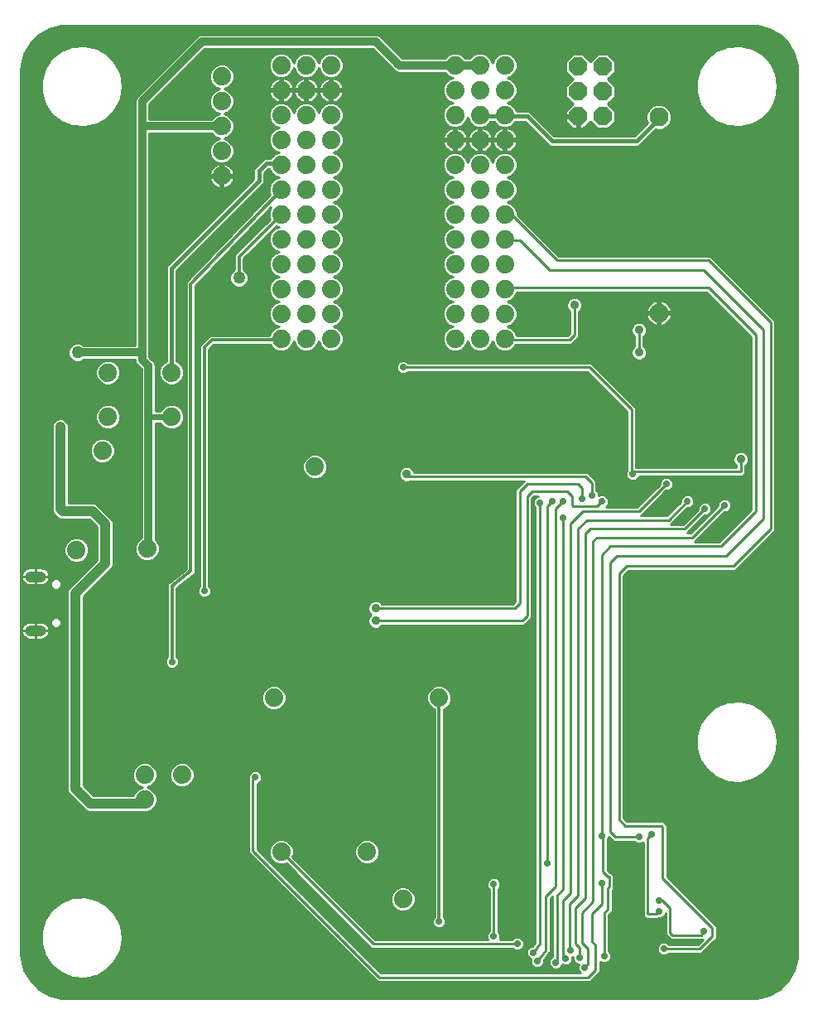
<source format=gbl>
G75*
%MOIN*%
%OFA0B0*%
%FSLAX25Y25*%
%IPPOS*%
%LPD*%
%AMOC8*
5,1,8,0,0,1.08239X$1,22.5*
%
%ADD10C,0.07400*%
%ADD11C,0.04369*%
%ADD12OC8,0.07400*%
%ADD13C,0.07677*%
%ADD14C,0.01000*%
%ADD15C,0.03569*%
%ADD16C,0.02781*%
%ADD17C,0.01200*%
%ADD18C,0.05000*%
%ADD19C,0.03200*%
%ADD20C,0.01600*%
%ADD21C,0.02400*%
%ADD22C,0.04000*%
D10*
X0072500Y0097500D03*
X0072500Y0107500D03*
X0087500Y0107500D03*
X0124500Y0138500D03*
X0127500Y0076500D03*
X0162000Y0076500D03*
X0176500Y0057500D03*
X0191000Y0138500D03*
X0141000Y0231500D03*
X0137500Y0283000D03*
X0137500Y0293000D03*
X0137500Y0303000D03*
X0127500Y0303000D03*
X0127500Y0293000D03*
X0127500Y0283000D03*
X0147500Y0283000D03*
X0147500Y0293000D03*
X0147500Y0303000D03*
X0147500Y0313000D03*
X0147500Y0323000D03*
X0147500Y0333000D03*
X0137500Y0333000D03*
X0137500Y0323000D03*
X0137500Y0313000D03*
X0127500Y0313000D03*
X0127500Y0323000D03*
X0127500Y0333000D03*
X0127500Y0343000D03*
X0127500Y0353000D03*
X0127500Y0363000D03*
X0137500Y0363000D03*
X0137500Y0353000D03*
X0137500Y0343000D03*
X0147500Y0343000D03*
X0147500Y0353000D03*
X0147500Y0363000D03*
X0147500Y0373000D03*
X0147500Y0383000D03*
X0147500Y0393000D03*
X0137500Y0393000D03*
X0137500Y0383000D03*
X0137500Y0373000D03*
X0127500Y0373000D03*
X0127500Y0383000D03*
X0127500Y0393000D03*
X0103500Y0388500D03*
X0103500Y0378500D03*
X0103500Y0368500D03*
X0103500Y0358500D03*
X0103500Y0348500D03*
X0083300Y0269400D03*
X0083300Y0251600D03*
X0057700Y0251600D03*
X0055500Y0238000D03*
X0057700Y0269400D03*
X0045000Y0198000D03*
X0073500Y0198500D03*
X0197500Y0283000D03*
X0197500Y0293000D03*
X0197500Y0303000D03*
X0207500Y0303000D03*
X0207500Y0293000D03*
X0207500Y0283000D03*
X0217500Y0283000D03*
X0217500Y0293000D03*
X0217500Y0303000D03*
X0217500Y0313000D03*
X0217500Y0323000D03*
X0217500Y0333000D03*
X0207500Y0333000D03*
X0207500Y0323000D03*
X0207500Y0313000D03*
X0197500Y0313000D03*
X0197500Y0323000D03*
X0197500Y0333000D03*
X0197500Y0343000D03*
X0197500Y0353000D03*
X0197500Y0363000D03*
X0207500Y0363000D03*
X0207500Y0353000D03*
X0207500Y0343000D03*
X0217500Y0343000D03*
X0217500Y0353000D03*
X0217500Y0363000D03*
X0217500Y0373000D03*
X0217500Y0383000D03*
X0217500Y0393000D03*
X0207500Y0393000D03*
X0207500Y0383000D03*
X0207500Y0373000D03*
X0197500Y0373000D03*
X0197500Y0383000D03*
X0197500Y0393000D03*
D11*
X0030684Y0187425D02*
X0026316Y0187425D01*
X0026316Y0165575D02*
X0030684Y0165575D01*
D12*
X0247000Y0372500D03*
X0247000Y0382500D03*
X0247000Y0392500D03*
X0257000Y0392500D03*
X0257000Y0382500D03*
X0257000Y0372500D03*
D13*
X0279500Y0372154D03*
X0279500Y0293413D03*
D14*
X0164958Y0025487D02*
X0026085Y0025487D01*
X0026441Y0024871D02*
X0024015Y0029073D01*
X0022759Y0033759D01*
X0022600Y0036185D01*
X0022600Y0036641D01*
X0022600Y0390516D01*
X0022759Y0392942D01*
X0024015Y0397628D01*
X0026441Y0401830D01*
X0029871Y0405260D01*
X0034073Y0407686D01*
X0038759Y0408942D01*
X0041185Y0409101D01*
X0316776Y0409101D01*
X0319201Y0408942D01*
X0323888Y0407686D01*
X0328089Y0405260D01*
X0331520Y0401830D01*
X0333946Y0397628D01*
X0335202Y0392942D01*
X0335361Y0390516D01*
X0335361Y0036185D01*
X0335202Y0033759D01*
X0333946Y0029073D01*
X0331520Y0024871D01*
X0328089Y0021441D01*
X0323888Y0019015D01*
X0319201Y0017759D01*
X0316776Y0017600D01*
X0041185Y0017600D01*
X0038759Y0017759D01*
X0034073Y0019015D01*
X0029871Y0021441D01*
X0026441Y0024871D01*
X0026824Y0024488D02*
X0165956Y0024488D01*
X0166251Y0024193D02*
X0251749Y0024193D01*
X0252807Y0025251D01*
X0255807Y0028251D01*
X0255807Y0032378D01*
X0255972Y0032213D01*
X0256963Y0031802D01*
X0258037Y0031802D01*
X0259028Y0032213D01*
X0259787Y0032972D01*
X0260198Y0033963D01*
X0260198Y0035037D01*
X0259787Y0036028D01*
X0259307Y0036508D01*
X0259307Y0051251D01*
X0260807Y0052751D01*
X0260807Y0061251D01*
X0261307Y0061751D01*
X0261307Y0067249D01*
X0260249Y0068307D01*
X0259749Y0068307D01*
X0258807Y0069249D01*
X0258807Y0081521D01*
X0259198Y0082463D01*
X0259198Y0082747D01*
X0259251Y0082693D01*
X0261251Y0080693D01*
X0269492Y0080693D01*
X0269972Y0080213D01*
X0270963Y0079802D01*
X0272037Y0079802D01*
X0273028Y0080213D01*
X0273193Y0080378D01*
X0273193Y0050751D01*
X0274251Y0049693D01*
X0279249Y0049693D01*
X0279358Y0049802D01*
X0280037Y0049802D01*
X0281028Y0050213D01*
X0281787Y0050972D01*
X0282193Y0051952D01*
X0282193Y0043251D01*
X0283193Y0042251D01*
X0284251Y0041193D01*
X0295953Y0041193D01*
X0296120Y0041081D01*
X0296679Y0041193D01*
X0297137Y0041193D01*
X0295251Y0039307D01*
X0283508Y0039307D01*
X0283028Y0039787D01*
X0282037Y0040198D01*
X0280963Y0040198D01*
X0279972Y0039787D01*
X0279213Y0039028D01*
X0278802Y0038037D01*
X0278802Y0036963D01*
X0279213Y0035972D01*
X0279972Y0035213D01*
X0280963Y0034802D01*
X0282037Y0034802D01*
X0283028Y0035213D01*
X0283508Y0035693D01*
X0296749Y0035693D01*
X0301749Y0040693D01*
X0302807Y0041751D01*
X0302807Y0046749D01*
X0282807Y0066749D01*
X0282807Y0087249D01*
X0281249Y0088807D01*
X0266748Y0088807D01*
X0265307Y0090248D01*
X0265307Y0187751D01*
X0267249Y0189693D01*
X0310249Y0189693D01*
X0325249Y0204693D01*
X0326307Y0205751D01*
X0326307Y0290249D01*
X0301307Y0315249D01*
X0300249Y0316307D01*
X0239249Y0316307D01*
X0222507Y0333048D01*
X0222507Y0333996D01*
X0221745Y0335836D01*
X0220336Y0337245D01*
X0218513Y0338000D01*
X0220336Y0338755D01*
X0221745Y0340164D01*
X0222507Y0342004D01*
X0222507Y0343996D01*
X0221745Y0345836D01*
X0220336Y0347245D01*
X0218513Y0348000D01*
X0220336Y0348755D01*
X0221745Y0350164D01*
X0222507Y0352004D01*
X0222507Y0353996D01*
X0221745Y0355836D01*
X0220336Y0357245D01*
X0218496Y0358007D01*
X0216504Y0358007D01*
X0214664Y0357245D01*
X0213255Y0355836D01*
X0212500Y0354013D01*
X0211745Y0355836D01*
X0210336Y0357245D01*
X0208496Y0358007D01*
X0206504Y0358007D01*
X0204664Y0357245D01*
X0203255Y0355836D01*
X0202500Y0354013D01*
X0201745Y0355836D01*
X0200336Y0357245D01*
X0198496Y0358007D01*
X0196504Y0358007D01*
X0194664Y0357245D01*
X0193255Y0355836D01*
X0192493Y0353996D01*
X0192493Y0352004D01*
X0193255Y0350164D01*
X0194664Y0348755D01*
X0196487Y0348000D01*
X0194664Y0347245D01*
X0193255Y0345836D01*
X0192493Y0343996D01*
X0192493Y0342004D01*
X0193255Y0340164D01*
X0194664Y0338755D01*
X0196487Y0338000D01*
X0194664Y0337245D01*
X0193255Y0335836D01*
X0192493Y0333996D01*
X0192493Y0332004D01*
X0193255Y0330164D01*
X0194664Y0328755D01*
X0196487Y0328000D01*
X0194664Y0327245D01*
X0193255Y0325836D01*
X0192493Y0323996D01*
X0192493Y0322004D01*
X0193255Y0320164D01*
X0194664Y0318755D01*
X0196487Y0318000D01*
X0194664Y0317245D01*
X0193255Y0315836D01*
X0192493Y0313996D01*
X0192493Y0312004D01*
X0193255Y0310164D01*
X0194664Y0308755D01*
X0196487Y0308000D01*
X0194664Y0307245D01*
X0193255Y0305836D01*
X0192493Y0303996D01*
X0192493Y0302004D01*
X0193255Y0300164D01*
X0194664Y0298755D01*
X0196487Y0298000D01*
X0194664Y0297245D01*
X0193255Y0295836D01*
X0192493Y0293996D01*
X0192493Y0292004D01*
X0193255Y0290164D01*
X0194664Y0288755D01*
X0196487Y0288000D01*
X0194664Y0287245D01*
X0193255Y0285836D01*
X0192493Y0283996D01*
X0192493Y0282004D01*
X0193255Y0280164D01*
X0194664Y0278755D01*
X0196504Y0277993D01*
X0198496Y0277993D01*
X0200336Y0278755D01*
X0201745Y0280164D01*
X0202500Y0281987D01*
X0203255Y0280164D01*
X0204664Y0278755D01*
X0206504Y0277993D01*
X0208496Y0277993D01*
X0210336Y0278755D01*
X0211745Y0280164D01*
X0212500Y0281987D01*
X0213255Y0280164D01*
X0214664Y0278755D01*
X0216504Y0277993D01*
X0218496Y0277993D01*
X0220336Y0278755D01*
X0221745Y0280164D01*
X0221964Y0280693D01*
X0244249Y0280693D01*
X0245307Y0281751D01*
X0246249Y0282693D01*
X0247307Y0283751D01*
X0247307Y0293935D01*
X0248121Y0294749D01*
X0248591Y0295885D01*
X0248591Y0297115D01*
X0248121Y0298251D01*
X0247251Y0299121D01*
X0246115Y0299591D01*
X0244885Y0299591D01*
X0243749Y0299121D01*
X0242879Y0298251D01*
X0242409Y0297115D01*
X0242409Y0295885D01*
X0242879Y0294749D01*
X0243693Y0293935D01*
X0243693Y0285249D01*
X0242751Y0284307D01*
X0222378Y0284307D01*
X0221745Y0285836D01*
X0220336Y0287245D01*
X0218513Y0288000D01*
X0220336Y0288755D01*
X0221745Y0290164D01*
X0222507Y0292004D01*
X0222507Y0293996D01*
X0221745Y0295836D01*
X0220336Y0297245D01*
X0218513Y0298000D01*
X0220336Y0298755D01*
X0221745Y0300164D01*
X0222378Y0301693D01*
X0298751Y0301693D01*
X0316693Y0283751D01*
X0316693Y0214249D01*
X0303751Y0201307D01*
X0293863Y0201307D01*
X0305858Y0213302D01*
X0306537Y0213302D01*
X0307528Y0213713D01*
X0308287Y0214472D01*
X0308698Y0215463D01*
X0308698Y0216537D01*
X0308287Y0217528D01*
X0307528Y0218287D01*
X0306537Y0218698D01*
X0305463Y0218698D01*
X0304472Y0218287D01*
X0303713Y0217528D01*
X0303302Y0216537D01*
X0303302Y0215858D01*
X0292251Y0204807D01*
X0290863Y0204807D01*
X0297858Y0211802D01*
X0298537Y0211802D01*
X0299528Y0212213D01*
X0300287Y0212972D01*
X0300698Y0213963D01*
X0300698Y0215037D01*
X0300287Y0216028D01*
X0299528Y0216787D01*
X0298537Y0217198D01*
X0297463Y0217198D01*
X0296472Y0216787D01*
X0295713Y0216028D01*
X0295302Y0215037D01*
X0295302Y0214358D01*
X0289251Y0208307D01*
X0284363Y0208307D01*
X0290858Y0214802D01*
X0291537Y0214802D01*
X0292528Y0215213D01*
X0293287Y0215972D01*
X0293698Y0216963D01*
X0293698Y0218037D01*
X0293287Y0219028D01*
X0292528Y0219787D01*
X0291537Y0220198D01*
X0290463Y0220198D01*
X0289472Y0219787D01*
X0288713Y0219028D01*
X0288302Y0218037D01*
X0288302Y0217358D01*
X0282751Y0211807D01*
X0272363Y0211807D01*
X0273307Y0212751D01*
X0273307Y0212751D01*
X0282358Y0221802D01*
X0283037Y0221802D01*
X0284028Y0222213D01*
X0284787Y0222972D01*
X0285198Y0223963D01*
X0285198Y0225037D01*
X0284787Y0226028D01*
X0284028Y0226787D01*
X0283037Y0227198D01*
X0281963Y0227198D01*
X0280972Y0226787D01*
X0280213Y0226028D01*
X0279802Y0225037D01*
X0279802Y0224358D01*
X0270751Y0215307D01*
X0258122Y0215307D01*
X0258787Y0215972D01*
X0259198Y0216963D01*
X0259198Y0218037D01*
X0258787Y0219028D01*
X0258028Y0219787D01*
X0257037Y0220198D01*
X0255963Y0220198D01*
X0255198Y0219880D01*
X0255198Y0220537D01*
X0254787Y0221528D01*
X0254307Y0222008D01*
X0254307Y0225749D01*
X0251807Y0228249D01*
X0250749Y0229307D01*
X0181012Y0229307D01*
X0180621Y0230251D01*
X0179751Y0231121D01*
X0178615Y0231591D01*
X0177385Y0231591D01*
X0176249Y0231121D01*
X0175379Y0230251D01*
X0174909Y0229115D01*
X0174909Y0227885D01*
X0175379Y0226749D01*
X0176249Y0225879D01*
X0177385Y0225409D01*
X0178615Y0225409D01*
X0179301Y0225693D01*
X0225137Y0225693D01*
X0222751Y0223307D01*
X0221693Y0222249D01*
X0221693Y0177249D01*
X0220751Y0176307D01*
X0168065Y0176307D01*
X0167251Y0177121D01*
X0166115Y0177591D01*
X0164885Y0177591D01*
X0163749Y0177121D01*
X0162879Y0176251D01*
X0162409Y0175115D01*
X0162409Y0173885D01*
X0162879Y0172749D01*
X0163628Y0172000D01*
X0162879Y0171251D01*
X0162409Y0170115D01*
X0162409Y0168885D01*
X0162879Y0167749D01*
X0163749Y0166879D01*
X0164885Y0166409D01*
X0166115Y0166409D01*
X0167251Y0166879D01*
X0168065Y0167693D01*
X0225249Y0167693D01*
X0227249Y0169693D01*
X0228307Y0170751D01*
X0228307Y0218751D01*
X0229249Y0219693D01*
X0230952Y0219693D01*
X0229972Y0219287D01*
X0229213Y0218528D01*
X0228802Y0217537D01*
X0228802Y0216463D01*
X0229213Y0215472D01*
X0229693Y0214992D01*
X0229693Y0040079D01*
X0228706Y0038698D01*
X0228463Y0038698D01*
X0227472Y0038287D01*
X0226713Y0037528D01*
X0226302Y0036537D01*
X0226302Y0035463D01*
X0226713Y0034472D01*
X0227472Y0033713D01*
X0227993Y0033497D01*
X0227802Y0033037D01*
X0227802Y0031963D01*
X0228213Y0030972D01*
X0228972Y0030213D01*
X0229963Y0029802D01*
X0231037Y0029802D01*
X0232028Y0030213D01*
X0232787Y0030972D01*
X0233198Y0031963D01*
X0233198Y0033025D01*
X0235357Y0035802D01*
X0235807Y0036251D01*
X0235807Y0036380D01*
X0235886Y0036481D01*
X0235807Y0037113D01*
X0235807Y0057751D01*
X0236693Y0058637D01*
X0236693Y0034378D01*
X0236472Y0034287D01*
X0235713Y0033528D01*
X0235302Y0032537D01*
X0235302Y0031463D01*
X0235713Y0030472D01*
X0236472Y0029713D01*
X0237463Y0029302D01*
X0238537Y0029302D01*
X0239528Y0029713D01*
X0240287Y0030472D01*
X0240576Y0031170D01*
X0241463Y0030802D01*
X0242537Y0030802D01*
X0243528Y0031213D01*
X0244287Y0031972D01*
X0244698Y0032963D01*
X0244698Y0034037D01*
X0244580Y0034320D01*
X0244802Y0034412D01*
X0244802Y0033463D01*
X0245213Y0032472D01*
X0245972Y0031713D01*
X0246963Y0031302D01*
X0247120Y0031302D01*
X0246802Y0030537D01*
X0246802Y0029463D01*
X0247213Y0028472D01*
X0247878Y0027807D01*
X0167749Y0027807D01*
X0117807Y0077749D01*
X0117807Y0103914D01*
X0118528Y0104213D01*
X0119287Y0104972D01*
X0119698Y0105963D01*
X0119698Y0107037D01*
X0119287Y0108028D01*
X0118528Y0108787D01*
X0117537Y0109198D01*
X0116463Y0109198D01*
X0115472Y0108787D01*
X0114713Y0108028D01*
X0114302Y0107037D01*
X0114302Y0106358D01*
X0114193Y0106249D01*
X0114193Y0076251D01*
X0115251Y0075193D01*
X0166251Y0024193D01*
X0167000Y0026000D02*
X0116000Y0077000D01*
X0116000Y0105500D01*
X0117000Y0106500D01*
X0118952Y0108363D02*
X0189093Y0108363D01*
X0189093Y0107365D02*
X0119562Y0107365D01*
X0119698Y0106366D02*
X0189093Y0106366D01*
X0189093Y0105368D02*
X0119451Y0105368D01*
X0118684Y0104369D02*
X0189093Y0104369D01*
X0189093Y0103370D02*
X0117807Y0103370D01*
X0117807Y0102372D02*
X0189093Y0102372D01*
X0189093Y0101373D02*
X0117807Y0101373D01*
X0117807Y0100375D02*
X0189093Y0100375D01*
X0189093Y0099376D02*
X0117807Y0099376D01*
X0117807Y0098378D02*
X0189093Y0098378D01*
X0189093Y0097379D02*
X0117807Y0097379D01*
X0117807Y0096381D02*
X0189093Y0096381D01*
X0189093Y0095382D02*
X0117807Y0095382D01*
X0117807Y0094384D02*
X0189093Y0094384D01*
X0189093Y0093385D02*
X0117807Y0093385D01*
X0117807Y0092387D02*
X0189093Y0092387D01*
X0189093Y0091388D02*
X0117807Y0091388D01*
X0117807Y0090390D02*
X0189093Y0090390D01*
X0189093Y0089391D02*
X0117807Y0089391D01*
X0117807Y0088393D02*
X0189093Y0088393D01*
X0189093Y0087394D02*
X0117807Y0087394D01*
X0117807Y0086396D02*
X0189093Y0086396D01*
X0189093Y0085397D02*
X0117807Y0085397D01*
X0117807Y0084399D02*
X0189093Y0084399D01*
X0189093Y0083400D02*
X0117807Y0083400D01*
X0117807Y0082402D02*
X0189093Y0082402D01*
X0189093Y0081403D02*
X0163247Y0081403D01*
X0162996Y0081507D02*
X0161004Y0081507D01*
X0159164Y0080745D01*
X0157755Y0079336D01*
X0156993Y0077496D01*
X0156993Y0075504D01*
X0157755Y0073664D01*
X0159164Y0072255D01*
X0161004Y0071493D01*
X0162996Y0071493D01*
X0164836Y0072255D01*
X0166245Y0073664D01*
X0167007Y0075504D01*
X0167007Y0077496D01*
X0166245Y0079336D01*
X0164836Y0080745D01*
X0162996Y0081507D01*
X0160753Y0081403D02*
X0128747Y0081403D01*
X0128496Y0081507D02*
X0126504Y0081507D01*
X0124664Y0080745D01*
X0123255Y0079336D01*
X0122493Y0077496D01*
X0122493Y0075504D01*
X0123255Y0073664D01*
X0124664Y0072255D01*
X0126504Y0071493D01*
X0128496Y0071493D01*
X0129525Y0071919D01*
X0163751Y0037693D01*
X0220492Y0037693D01*
X0220972Y0037213D01*
X0221963Y0036802D01*
X0223037Y0036802D01*
X0224028Y0037213D01*
X0224787Y0037972D01*
X0225198Y0038963D01*
X0225198Y0040037D01*
X0224787Y0041028D01*
X0224028Y0041787D01*
X0223037Y0042198D01*
X0221963Y0042198D01*
X0220972Y0041787D01*
X0220492Y0041307D01*
X0215426Y0041307D01*
X0215698Y0041963D01*
X0215698Y0043037D01*
X0215287Y0044028D01*
X0214807Y0044508D01*
X0214807Y0061492D01*
X0215287Y0061972D01*
X0215698Y0062963D01*
X0215698Y0064037D01*
X0215287Y0065028D01*
X0214528Y0065787D01*
X0213537Y0066198D01*
X0212463Y0066198D01*
X0211472Y0065787D01*
X0210713Y0065028D01*
X0210302Y0064037D01*
X0210302Y0062963D01*
X0210713Y0061972D01*
X0211193Y0061492D01*
X0211193Y0044508D01*
X0210713Y0044028D01*
X0210302Y0043037D01*
X0210302Y0041963D01*
X0210574Y0041307D01*
X0165249Y0041307D01*
X0132081Y0074475D01*
X0132507Y0075504D01*
X0132507Y0077496D01*
X0131745Y0079336D01*
X0130336Y0080745D01*
X0128496Y0081507D01*
X0126253Y0081403D02*
X0117807Y0081403D01*
X0117807Y0080405D02*
X0124324Y0080405D01*
X0123325Y0079406D02*
X0117807Y0079406D01*
X0117807Y0078408D02*
X0122871Y0078408D01*
X0122493Y0077409D02*
X0118146Y0077409D01*
X0119145Y0076411D02*
X0122493Y0076411D01*
X0122531Y0075412D02*
X0120143Y0075412D01*
X0121142Y0074414D02*
X0122945Y0074414D01*
X0123504Y0073415D02*
X0122140Y0073415D01*
X0123139Y0072417D02*
X0124502Y0072417D01*
X0124137Y0071418D02*
X0130026Y0071418D01*
X0131025Y0070420D02*
X0125136Y0070420D01*
X0126134Y0069421D02*
X0132023Y0069421D01*
X0133022Y0068423D02*
X0127133Y0068423D01*
X0128132Y0067424D02*
X0134020Y0067424D01*
X0135019Y0066426D02*
X0129130Y0066426D01*
X0130129Y0065427D02*
X0136017Y0065427D01*
X0137016Y0064429D02*
X0131127Y0064429D01*
X0132126Y0063430D02*
X0138014Y0063430D01*
X0139013Y0062432D02*
X0133124Y0062432D01*
X0134123Y0061433D02*
X0140011Y0061433D01*
X0141010Y0060434D02*
X0135121Y0060434D01*
X0136120Y0059436D02*
X0142008Y0059436D01*
X0143007Y0058437D02*
X0137118Y0058437D01*
X0138117Y0057439D02*
X0144005Y0057439D01*
X0145004Y0056440D02*
X0139115Y0056440D01*
X0140114Y0055442D02*
X0146002Y0055442D01*
X0147001Y0054443D02*
X0141112Y0054443D01*
X0142111Y0053445D02*
X0147999Y0053445D01*
X0148998Y0052446D02*
X0143109Y0052446D01*
X0144108Y0051448D02*
X0149996Y0051448D01*
X0150995Y0050449D02*
X0145106Y0050449D01*
X0146105Y0049451D02*
X0151994Y0049451D01*
X0152992Y0048452D02*
X0147103Y0048452D01*
X0148102Y0047454D02*
X0153991Y0047454D01*
X0154989Y0046455D02*
X0149100Y0046455D01*
X0150099Y0045457D02*
X0155988Y0045457D01*
X0156986Y0044458D02*
X0151097Y0044458D01*
X0152096Y0043460D02*
X0157985Y0043460D01*
X0158983Y0042461D02*
X0153094Y0042461D01*
X0154093Y0041463D02*
X0159982Y0041463D01*
X0160980Y0040464D02*
X0155091Y0040464D01*
X0156090Y0039466D02*
X0161979Y0039466D01*
X0162977Y0038467D02*
X0157088Y0038467D01*
X0158087Y0037469D02*
X0220716Y0037469D01*
X0222500Y0039500D02*
X0164500Y0039500D01*
X0127500Y0076500D01*
X0132129Y0078408D02*
X0157371Y0078408D01*
X0156993Y0077409D02*
X0132507Y0077409D01*
X0132507Y0076411D02*
X0156993Y0076411D01*
X0157031Y0075412D02*
X0132469Y0075412D01*
X0132142Y0074414D02*
X0157445Y0074414D01*
X0158004Y0073415D02*
X0133140Y0073415D01*
X0134139Y0072417D02*
X0159002Y0072417D01*
X0164998Y0072417D02*
X0189093Y0072417D01*
X0189093Y0073415D02*
X0165996Y0073415D01*
X0166555Y0074414D02*
X0189093Y0074414D01*
X0189093Y0075412D02*
X0166969Y0075412D01*
X0167007Y0076411D02*
X0189093Y0076411D01*
X0189093Y0077409D02*
X0167007Y0077409D01*
X0166629Y0078408D02*
X0189093Y0078408D01*
X0189093Y0079406D02*
X0166175Y0079406D01*
X0165176Y0080405D02*
X0189093Y0080405D01*
X0192907Y0080405D02*
X0229693Y0080405D01*
X0229693Y0081403D02*
X0192907Y0081403D01*
X0192907Y0082402D02*
X0229693Y0082402D01*
X0229693Y0083400D02*
X0192907Y0083400D01*
X0192907Y0084399D02*
X0229693Y0084399D01*
X0229693Y0085397D02*
X0192907Y0085397D01*
X0192907Y0086396D02*
X0229693Y0086396D01*
X0229693Y0087394D02*
X0192907Y0087394D01*
X0192907Y0088393D02*
X0229693Y0088393D01*
X0229693Y0089391D02*
X0192907Y0089391D01*
X0192907Y0090390D02*
X0229693Y0090390D01*
X0229693Y0091388D02*
X0192907Y0091388D01*
X0192907Y0092387D02*
X0229693Y0092387D01*
X0229693Y0093385D02*
X0192907Y0093385D01*
X0192907Y0094384D02*
X0229693Y0094384D01*
X0229693Y0095382D02*
X0192907Y0095382D01*
X0192907Y0096381D02*
X0229693Y0096381D01*
X0229693Y0097379D02*
X0192907Y0097379D01*
X0192907Y0098378D02*
X0229693Y0098378D01*
X0229693Y0099376D02*
X0192907Y0099376D01*
X0192907Y0100375D02*
X0229693Y0100375D01*
X0229693Y0101373D02*
X0192907Y0101373D01*
X0192907Y0102372D02*
X0229693Y0102372D01*
X0229693Y0103370D02*
X0192907Y0103370D01*
X0192907Y0104369D02*
X0229693Y0104369D01*
X0229693Y0105368D02*
X0192907Y0105368D01*
X0192907Y0106366D02*
X0229693Y0106366D01*
X0229693Y0107365D02*
X0192907Y0107365D01*
X0192907Y0108363D02*
X0229693Y0108363D01*
X0229693Y0109362D02*
X0192907Y0109362D01*
X0192907Y0110360D02*
X0229693Y0110360D01*
X0229693Y0111359D02*
X0192907Y0111359D01*
X0192907Y0112357D02*
X0229693Y0112357D01*
X0229693Y0113356D02*
X0192907Y0113356D01*
X0192907Y0114354D02*
X0229693Y0114354D01*
X0229693Y0115353D02*
X0192907Y0115353D01*
X0192907Y0116351D02*
X0229693Y0116351D01*
X0229693Y0117350D02*
X0192907Y0117350D01*
X0192907Y0118348D02*
X0229693Y0118348D01*
X0229693Y0119347D02*
X0192907Y0119347D01*
X0192907Y0120345D02*
X0229693Y0120345D01*
X0229693Y0121344D02*
X0192907Y0121344D01*
X0192907Y0122342D02*
X0229693Y0122342D01*
X0229693Y0123341D02*
X0192907Y0123341D01*
X0192907Y0124339D02*
X0229693Y0124339D01*
X0229693Y0125338D02*
X0192907Y0125338D01*
X0192907Y0126336D02*
X0229693Y0126336D01*
X0229693Y0127335D02*
X0192907Y0127335D01*
X0192907Y0128333D02*
X0229693Y0128333D01*
X0229693Y0129332D02*
X0192907Y0129332D01*
X0192907Y0130330D02*
X0229693Y0130330D01*
X0229693Y0131329D02*
X0192907Y0131329D01*
X0192907Y0132327D02*
X0229693Y0132327D01*
X0229693Y0133326D02*
X0192907Y0133326D01*
X0192907Y0133870D02*
X0193836Y0134255D01*
X0195245Y0135664D01*
X0196007Y0137504D01*
X0196007Y0139496D01*
X0195245Y0141336D01*
X0193836Y0142745D01*
X0191996Y0143507D01*
X0190004Y0143507D01*
X0188164Y0142745D01*
X0186755Y0141336D01*
X0185993Y0139496D01*
X0185993Y0137504D01*
X0186755Y0135664D01*
X0188164Y0134255D01*
X0189093Y0133870D01*
X0189093Y0050408D01*
X0188713Y0050028D01*
X0188302Y0049037D01*
X0188302Y0047963D01*
X0188713Y0046972D01*
X0189472Y0046213D01*
X0190463Y0045802D01*
X0191537Y0045802D01*
X0192528Y0046213D01*
X0193287Y0046972D01*
X0193698Y0047963D01*
X0193698Y0049037D01*
X0193287Y0050028D01*
X0192907Y0050408D01*
X0192907Y0133870D01*
X0193905Y0134324D02*
X0229693Y0134324D01*
X0229693Y0135323D02*
X0194904Y0135323D01*
X0195517Y0136321D02*
X0229693Y0136321D01*
X0229693Y0137320D02*
X0195931Y0137320D01*
X0196007Y0138318D02*
X0229693Y0138318D01*
X0229693Y0139317D02*
X0196007Y0139317D01*
X0195668Y0140315D02*
X0229693Y0140315D01*
X0229693Y0141314D02*
X0195254Y0141314D01*
X0194269Y0142312D02*
X0229693Y0142312D01*
X0229693Y0143311D02*
X0192469Y0143311D01*
X0189531Y0143311D02*
X0125969Y0143311D01*
X0125496Y0143507D02*
X0123504Y0143507D01*
X0121664Y0142745D01*
X0120255Y0141336D01*
X0119493Y0139496D01*
X0119493Y0137504D01*
X0120255Y0135664D01*
X0121664Y0134255D01*
X0123504Y0133493D01*
X0125496Y0133493D01*
X0127336Y0134255D01*
X0128745Y0135664D01*
X0129507Y0137504D01*
X0129507Y0139496D01*
X0128745Y0141336D01*
X0127336Y0142745D01*
X0125496Y0143507D01*
X0123031Y0143311D02*
X0047807Y0143311D01*
X0047807Y0144309D02*
X0229693Y0144309D01*
X0229693Y0145308D02*
X0047807Y0145308D01*
X0047807Y0146306D02*
X0229693Y0146306D01*
X0229693Y0147305D02*
X0047807Y0147305D01*
X0047807Y0148303D02*
X0229693Y0148303D01*
X0229693Y0149302D02*
X0047807Y0149302D01*
X0047807Y0150301D02*
X0229693Y0150301D01*
X0229693Y0151299D02*
X0085614Y0151299D01*
X0085787Y0151472D02*
X0086198Y0152463D01*
X0086198Y0153537D01*
X0085787Y0154528D01*
X0085407Y0154908D01*
X0085407Y0182583D01*
X0091669Y0187593D01*
X0091790Y0187593D01*
X0092274Y0188077D01*
X0092808Y0188504D01*
X0092822Y0188625D01*
X0092907Y0188710D01*
X0092907Y0189394D01*
X0092983Y0190075D01*
X0092907Y0190169D01*
X0092907Y0304232D01*
X0123249Y0335821D01*
X0122493Y0333996D01*
X0122493Y0332004D01*
X0122878Y0331075D01*
X0108593Y0316790D01*
X0108593Y0310831D01*
X0108343Y0310727D01*
X0107273Y0309657D01*
X0106693Y0308257D01*
X0106693Y0306743D01*
X0107273Y0305343D01*
X0108343Y0304273D01*
X0109743Y0303693D01*
X0111257Y0303693D01*
X0112657Y0304273D01*
X0113727Y0305343D01*
X0114307Y0306743D01*
X0114307Y0308257D01*
X0113727Y0309657D01*
X0112657Y0310727D01*
X0112407Y0310831D01*
X0112407Y0315210D01*
X0125575Y0328378D01*
X0126487Y0328000D01*
X0124664Y0327245D01*
X0123255Y0325836D01*
X0122493Y0323996D01*
X0122493Y0322004D01*
X0123255Y0320164D01*
X0124664Y0318755D01*
X0126487Y0318000D01*
X0124664Y0317245D01*
X0123255Y0315836D01*
X0122493Y0313996D01*
X0122493Y0312004D01*
X0123255Y0310164D01*
X0124664Y0308755D01*
X0126487Y0308000D01*
X0124664Y0307245D01*
X0123255Y0305836D01*
X0122493Y0303996D01*
X0122493Y0302004D01*
X0123255Y0300164D01*
X0124664Y0298755D01*
X0126487Y0298000D01*
X0124664Y0297245D01*
X0123255Y0295836D01*
X0122493Y0293996D01*
X0122493Y0292004D01*
X0123255Y0290164D01*
X0124664Y0288755D01*
X0126487Y0288000D01*
X0124664Y0287245D01*
X0123255Y0285836D01*
X0122663Y0284407D01*
X0098710Y0284407D01*
X0097593Y0283290D01*
X0094593Y0280290D01*
X0094593Y0183408D01*
X0094213Y0183028D01*
X0093802Y0182037D01*
X0093802Y0180963D01*
X0094213Y0179972D01*
X0094972Y0179213D01*
X0095963Y0178802D01*
X0097037Y0178802D01*
X0098028Y0179213D01*
X0098787Y0179972D01*
X0099198Y0180963D01*
X0099198Y0182037D01*
X0098787Y0183028D01*
X0098407Y0183408D01*
X0098407Y0278710D01*
X0100290Y0280593D01*
X0123077Y0280593D01*
X0123255Y0280164D01*
X0124664Y0278755D01*
X0126504Y0277993D01*
X0128496Y0277993D01*
X0130336Y0278755D01*
X0131745Y0280164D01*
X0132500Y0281987D01*
X0133255Y0280164D01*
X0134664Y0278755D01*
X0136504Y0277993D01*
X0138496Y0277993D01*
X0140336Y0278755D01*
X0141745Y0280164D01*
X0142500Y0281987D01*
X0143255Y0280164D01*
X0144664Y0278755D01*
X0146504Y0277993D01*
X0148496Y0277993D01*
X0150336Y0278755D01*
X0151745Y0280164D01*
X0152507Y0282004D01*
X0152507Y0283996D01*
X0151745Y0285836D01*
X0150336Y0287245D01*
X0148513Y0288000D01*
X0150336Y0288755D01*
X0151745Y0290164D01*
X0152507Y0292004D01*
X0152507Y0293996D01*
X0151745Y0295836D01*
X0150336Y0297245D01*
X0148513Y0298000D01*
X0150336Y0298755D01*
X0151745Y0300164D01*
X0152507Y0302004D01*
X0152507Y0303996D01*
X0151745Y0305836D01*
X0150336Y0307245D01*
X0148513Y0308000D01*
X0150336Y0308755D01*
X0151745Y0310164D01*
X0152507Y0312004D01*
X0152507Y0313996D01*
X0151745Y0315836D01*
X0150336Y0317245D01*
X0148513Y0318000D01*
X0150336Y0318755D01*
X0151745Y0320164D01*
X0152507Y0322004D01*
X0152507Y0323996D01*
X0151745Y0325836D01*
X0150336Y0327245D01*
X0148513Y0328000D01*
X0150336Y0328755D01*
X0151745Y0330164D01*
X0152507Y0332004D01*
X0152507Y0333996D01*
X0151745Y0335836D01*
X0150336Y0337245D01*
X0148513Y0338000D01*
X0150336Y0338755D01*
X0151745Y0340164D01*
X0152507Y0342004D01*
X0152507Y0343996D01*
X0151745Y0345836D01*
X0150336Y0347245D01*
X0148513Y0348000D01*
X0150336Y0348755D01*
X0151745Y0350164D01*
X0152507Y0352004D01*
X0152507Y0353996D01*
X0151745Y0355836D01*
X0150336Y0357245D01*
X0148513Y0358000D01*
X0150336Y0358755D01*
X0151745Y0360164D01*
X0152507Y0362004D01*
X0152507Y0363996D01*
X0151745Y0365836D01*
X0150336Y0367245D01*
X0148513Y0368000D01*
X0150336Y0368755D01*
X0151745Y0370164D01*
X0152507Y0372004D01*
X0152507Y0373996D01*
X0151745Y0375836D01*
X0150336Y0377245D01*
X0148496Y0378007D01*
X0146504Y0378007D01*
X0144664Y0377245D01*
X0143255Y0375836D01*
X0142500Y0374013D01*
X0141745Y0375836D01*
X0140336Y0377245D01*
X0138496Y0378007D01*
X0136504Y0378007D01*
X0134664Y0377245D01*
X0133255Y0375836D01*
X0132500Y0374013D01*
X0131745Y0375836D01*
X0130336Y0377245D01*
X0128496Y0378007D01*
X0126504Y0378007D01*
X0124664Y0377245D01*
X0123255Y0375836D01*
X0122493Y0373996D01*
X0122493Y0372004D01*
X0123255Y0370164D01*
X0124664Y0368755D01*
X0126487Y0368000D01*
X0124664Y0367245D01*
X0123255Y0365836D01*
X0122493Y0363996D01*
X0122493Y0362004D01*
X0123255Y0360164D01*
X0124664Y0358755D01*
X0126487Y0358000D01*
X0124664Y0357245D01*
X0123255Y0355836D01*
X0123160Y0355607D01*
X0120627Y0355607D01*
X0119393Y0354373D01*
X0116393Y0351373D01*
X0116393Y0347373D01*
X0081193Y0312173D01*
X0081193Y0273947D01*
X0080464Y0273645D01*
X0079055Y0272236D01*
X0078293Y0270396D01*
X0078293Y0268404D01*
X0079055Y0266564D01*
X0080464Y0265155D01*
X0082304Y0264393D01*
X0084296Y0264393D01*
X0086136Y0265155D01*
X0087545Y0266564D01*
X0088307Y0268404D01*
X0088307Y0270396D01*
X0087545Y0272236D01*
X0086136Y0273645D01*
X0085407Y0273947D01*
X0085407Y0310427D01*
X0119373Y0344393D01*
X0120607Y0345627D01*
X0120607Y0349627D01*
X0122373Y0351393D01*
X0122746Y0351393D01*
X0123255Y0350164D01*
X0124664Y0348755D01*
X0126487Y0348000D01*
X0124664Y0347245D01*
X0123255Y0345836D01*
X0122493Y0343996D01*
X0122493Y0342004D01*
X0122917Y0340981D01*
X0089638Y0306335D01*
X0089093Y0305790D01*
X0089093Y0305768D01*
X0089077Y0305751D01*
X0089093Y0304981D01*
X0089093Y0190417D01*
X0082831Y0185407D01*
X0082710Y0185407D01*
X0082226Y0184923D01*
X0081692Y0184496D01*
X0081678Y0184375D01*
X0081593Y0184290D01*
X0081593Y0183606D01*
X0081517Y0182925D01*
X0081593Y0182831D01*
X0081593Y0154908D01*
X0081213Y0154528D01*
X0080802Y0153537D01*
X0080802Y0152463D01*
X0081213Y0151472D01*
X0081972Y0150713D01*
X0082963Y0150302D01*
X0084037Y0150302D01*
X0085028Y0150713D01*
X0085787Y0151472D01*
X0086129Y0152298D02*
X0229693Y0152298D01*
X0229693Y0153296D02*
X0086198Y0153296D01*
X0085884Y0154295D02*
X0229693Y0154295D01*
X0229693Y0155293D02*
X0085407Y0155293D01*
X0085407Y0156292D02*
X0229693Y0156292D01*
X0229693Y0157290D02*
X0085407Y0157290D01*
X0085407Y0158289D02*
X0229693Y0158289D01*
X0229693Y0159287D02*
X0085407Y0159287D01*
X0085407Y0160286D02*
X0229693Y0160286D01*
X0229693Y0161284D02*
X0085407Y0161284D01*
X0085407Y0162283D02*
X0229693Y0162283D01*
X0229693Y0163281D02*
X0085407Y0163281D01*
X0085407Y0164280D02*
X0229693Y0164280D01*
X0229693Y0165278D02*
X0085407Y0165278D01*
X0085407Y0166277D02*
X0229693Y0166277D01*
X0229693Y0167275D02*
X0167647Y0167275D01*
X0165500Y0169500D02*
X0224500Y0169500D01*
X0226500Y0171500D01*
X0226500Y0219500D01*
X0228500Y0221500D01*
X0242500Y0221500D01*
X0244500Y0219500D01*
X0244500Y0216000D01*
X0245000Y0215500D01*
X0254500Y0215500D01*
X0256500Y0217500D01*
X0258882Y0216202D02*
X0271647Y0216202D01*
X0272645Y0217201D02*
X0259198Y0217201D01*
X0259130Y0218199D02*
X0273644Y0218199D01*
X0274642Y0219198D02*
X0258617Y0219198D01*
X0257040Y0220196D02*
X0275641Y0220196D01*
X0276639Y0221195D02*
X0254925Y0221195D01*
X0255198Y0220196D02*
X0255960Y0220196D01*
X0254307Y0222193D02*
X0277638Y0222193D01*
X0278636Y0223192D02*
X0254307Y0223192D01*
X0254307Y0224190D02*
X0279635Y0224190D01*
X0279865Y0225189D02*
X0254307Y0225189D01*
X0253868Y0226187D02*
X0267534Y0226187D01*
X0267472Y0226213D02*
X0268463Y0225802D01*
X0269537Y0225802D01*
X0270528Y0226213D01*
X0271287Y0226972D01*
X0271586Y0227693D01*
X0313249Y0227693D01*
X0314307Y0228751D01*
X0314307Y0231935D01*
X0315121Y0232749D01*
X0315591Y0233885D01*
X0315591Y0235115D01*
X0315121Y0236251D01*
X0314251Y0237121D01*
X0313115Y0237591D01*
X0311885Y0237591D01*
X0310749Y0237121D01*
X0309879Y0236251D01*
X0309409Y0235115D01*
X0309409Y0233885D01*
X0309879Y0232749D01*
X0310693Y0231935D01*
X0310693Y0231307D01*
X0270307Y0231307D01*
X0270307Y0253751D01*
X0270307Y0255249D01*
X0253307Y0272249D01*
X0252249Y0273307D01*
X0178508Y0273307D01*
X0178028Y0273787D01*
X0177037Y0274198D01*
X0175963Y0274198D01*
X0174972Y0273787D01*
X0174213Y0273028D01*
X0173802Y0272037D01*
X0173802Y0270963D01*
X0174213Y0269972D01*
X0174972Y0269213D01*
X0175963Y0268802D01*
X0177037Y0268802D01*
X0178028Y0269213D01*
X0178508Y0269693D01*
X0250751Y0269693D01*
X0266693Y0253751D01*
X0266693Y0229979D01*
X0266302Y0229037D01*
X0266302Y0227963D01*
X0266713Y0226972D01*
X0267472Y0226213D01*
X0266624Y0227186D02*
X0252870Y0227186D01*
X0251871Y0228184D02*
X0266302Y0228184D01*
X0266363Y0229183D02*
X0250873Y0229183D01*
X0250000Y0227500D02*
X0179000Y0227500D01*
X0178000Y0228500D01*
X0175198Y0227186D02*
X0143669Y0227186D01*
X0143836Y0227255D02*
X0145245Y0228664D01*
X0146007Y0230504D01*
X0146007Y0232496D01*
X0145245Y0234336D01*
X0143836Y0235745D01*
X0141996Y0236507D01*
X0140004Y0236507D01*
X0138164Y0235745D01*
X0136755Y0234336D01*
X0135993Y0232496D01*
X0135993Y0230504D01*
X0136755Y0228664D01*
X0138164Y0227255D01*
X0140004Y0226493D01*
X0141996Y0226493D01*
X0143836Y0227255D01*
X0144765Y0228184D02*
X0174909Y0228184D01*
X0174937Y0229183D02*
X0145460Y0229183D01*
X0145873Y0230181D02*
X0175350Y0230181D01*
X0176392Y0231180D02*
X0146007Y0231180D01*
X0146007Y0232178D02*
X0266693Y0232178D01*
X0266693Y0231180D02*
X0179608Y0231180D01*
X0180650Y0230181D02*
X0266693Y0230181D01*
X0268500Y0229500D02*
X0268900Y0229100D01*
X0268900Y0228500D01*
X0269000Y0228500D01*
X0270000Y0229500D01*
X0312500Y0229500D01*
X0312500Y0234500D01*
X0315298Y0233177D02*
X0316693Y0233177D01*
X0316693Y0234175D02*
X0315591Y0234175D01*
X0315567Y0235174D02*
X0316693Y0235174D01*
X0316693Y0236172D02*
X0315153Y0236172D01*
X0314130Y0237171D02*
X0316693Y0237171D01*
X0316693Y0238170D02*
X0270307Y0238170D01*
X0270307Y0239168D02*
X0316693Y0239168D01*
X0316693Y0240167D02*
X0270307Y0240167D01*
X0270307Y0241165D02*
X0316693Y0241165D01*
X0316693Y0242164D02*
X0270307Y0242164D01*
X0270307Y0243162D02*
X0316693Y0243162D01*
X0316693Y0244161D02*
X0270307Y0244161D01*
X0270307Y0245159D02*
X0316693Y0245159D01*
X0316693Y0246158D02*
X0270307Y0246158D01*
X0270307Y0247156D02*
X0316693Y0247156D01*
X0316693Y0248155D02*
X0270307Y0248155D01*
X0270307Y0249153D02*
X0316693Y0249153D01*
X0316693Y0250152D02*
X0270307Y0250152D01*
X0270307Y0251150D02*
X0316693Y0251150D01*
X0316693Y0252149D02*
X0270307Y0252149D01*
X0270307Y0253147D02*
X0316693Y0253147D01*
X0316693Y0254146D02*
X0270307Y0254146D01*
X0270307Y0255144D02*
X0316693Y0255144D01*
X0316693Y0256143D02*
X0269413Y0256143D01*
X0268414Y0257141D02*
X0316693Y0257141D01*
X0316693Y0258140D02*
X0267416Y0258140D01*
X0266417Y0259138D02*
X0316693Y0259138D01*
X0316693Y0260137D02*
X0265419Y0260137D01*
X0264420Y0261135D02*
X0316693Y0261135D01*
X0316693Y0262134D02*
X0263422Y0262134D01*
X0262423Y0263132D02*
X0316693Y0263132D01*
X0316693Y0264131D02*
X0261425Y0264131D01*
X0260426Y0265129D02*
X0316693Y0265129D01*
X0316693Y0266128D02*
X0259428Y0266128D01*
X0258429Y0267126D02*
X0316693Y0267126D01*
X0316693Y0268125D02*
X0257431Y0268125D01*
X0256432Y0269123D02*
X0316693Y0269123D01*
X0316693Y0270122D02*
X0255434Y0270122D01*
X0254435Y0271120D02*
X0316693Y0271120D01*
X0316693Y0272119D02*
X0253437Y0272119D01*
X0252438Y0273117D02*
X0316693Y0273117D01*
X0316693Y0274116D02*
X0177234Y0274116D01*
X0175766Y0274116D02*
X0098407Y0274116D01*
X0098407Y0275114D02*
X0269514Y0275114D01*
X0269749Y0274879D02*
X0270885Y0274409D01*
X0272115Y0274409D01*
X0273251Y0274879D01*
X0274121Y0275749D01*
X0274591Y0276885D01*
X0274591Y0278115D01*
X0274121Y0279251D01*
X0273307Y0280065D01*
X0273307Y0283935D01*
X0274121Y0284749D01*
X0274591Y0285885D01*
X0274591Y0287115D01*
X0274121Y0288251D01*
X0273251Y0289121D01*
X0272115Y0289591D01*
X0270885Y0289591D01*
X0269749Y0289121D01*
X0268879Y0288251D01*
X0268409Y0287115D01*
X0268409Y0285885D01*
X0268879Y0284749D01*
X0269693Y0283935D01*
X0269693Y0280065D01*
X0268879Y0279251D01*
X0268409Y0278115D01*
X0268409Y0276885D01*
X0268879Y0275749D01*
X0269749Y0274879D01*
X0268728Y0276113D02*
X0098407Y0276113D01*
X0098407Y0277111D02*
X0268409Y0277111D01*
X0268409Y0278110D02*
X0218779Y0278110D01*
X0220690Y0279108D02*
X0268820Y0279108D01*
X0269693Y0280107D02*
X0221688Y0280107D01*
X0217500Y0282500D02*
X0217500Y0283000D01*
X0217500Y0282500D02*
X0243500Y0282500D01*
X0245500Y0284500D01*
X0245500Y0296500D01*
X0248260Y0295085D02*
X0274640Y0295085D01*
X0274738Y0295386D02*
X0274488Y0294617D01*
X0274377Y0293913D01*
X0279000Y0293913D01*
X0279000Y0292913D01*
X0280000Y0292913D01*
X0280000Y0288290D01*
X0280703Y0288401D01*
X0281473Y0288651D01*
X0282193Y0289018D01*
X0282848Y0289494D01*
X0283419Y0290066D01*
X0283895Y0290720D01*
X0284262Y0291441D01*
X0284512Y0292210D01*
X0284623Y0292913D01*
X0280000Y0292913D01*
X0280000Y0293913D01*
X0284623Y0293913D01*
X0284512Y0294617D01*
X0284262Y0295386D01*
X0283895Y0296107D01*
X0283419Y0296761D01*
X0282848Y0297333D01*
X0282193Y0297808D01*
X0281473Y0298175D01*
X0280703Y0298425D01*
X0280000Y0298537D01*
X0280000Y0293913D01*
X0279000Y0293913D01*
X0279000Y0298537D01*
X0278297Y0298425D01*
X0277527Y0298175D01*
X0276807Y0297808D01*
X0276152Y0297333D01*
X0275581Y0296761D01*
X0275105Y0296107D01*
X0274738Y0295386D01*
X0275093Y0296083D02*
X0248591Y0296083D01*
X0248591Y0297082D02*
X0275901Y0297082D01*
X0277340Y0298080D02*
X0248191Y0298080D01*
X0247293Y0299079D02*
X0301366Y0299079D01*
X0302364Y0298080D02*
X0281660Y0298080D01*
X0280000Y0298080D02*
X0279000Y0298080D01*
X0279000Y0297082D02*
X0280000Y0297082D01*
X0280000Y0296083D02*
X0279000Y0296083D01*
X0279000Y0295085D02*
X0280000Y0295085D01*
X0280000Y0294086D02*
X0279000Y0294086D01*
X0279000Y0293088D02*
X0247307Y0293088D01*
X0247307Y0292089D02*
X0274527Y0292089D01*
X0274488Y0292210D02*
X0274738Y0291441D01*
X0275105Y0290720D01*
X0275581Y0290066D01*
X0276152Y0289494D01*
X0276807Y0289018D01*
X0277527Y0288651D01*
X0278297Y0288401D01*
X0279000Y0288290D01*
X0279000Y0292913D01*
X0274377Y0292913D01*
X0274488Y0292210D01*
X0274916Y0291091D02*
X0247307Y0291091D01*
X0247307Y0290092D02*
X0275561Y0290092D01*
X0276703Y0289094D02*
X0273278Y0289094D01*
X0274185Y0288095D02*
X0312349Y0288095D01*
X0311351Y0289094D02*
X0282297Y0289094D01*
X0283439Y0290092D02*
X0310352Y0290092D01*
X0309354Y0291091D02*
X0284084Y0291091D01*
X0284473Y0292089D02*
X0308355Y0292089D01*
X0307357Y0293088D02*
X0280000Y0293088D01*
X0280000Y0292089D02*
X0279000Y0292089D01*
X0279000Y0291091D02*
X0280000Y0291091D01*
X0280000Y0290092D02*
X0279000Y0290092D01*
X0279000Y0289094D02*
X0280000Y0289094D01*
X0274591Y0287097D02*
X0313348Y0287097D01*
X0314346Y0286098D02*
X0274591Y0286098D01*
X0274266Y0285100D02*
X0315345Y0285100D01*
X0316343Y0284101D02*
X0273473Y0284101D01*
X0273307Y0283103D02*
X0316693Y0283103D01*
X0316693Y0282104D02*
X0273307Y0282104D01*
X0273307Y0281105D02*
X0316693Y0281105D01*
X0316693Y0280107D02*
X0273307Y0280107D01*
X0274180Y0279108D02*
X0316693Y0279108D01*
X0316693Y0278110D02*
X0274591Y0278110D01*
X0274591Y0277111D02*
X0316693Y0277111D01*
X0316693Y0276113D02*
X0274271Y0276113D01*
X0273486Y0275114D02*
X0316693Y0275114D01*
X0318500Y0284500D02*
X0299500Y0303500D01*
X0218000Y0303500D01*
X0217500Y0303000D01*
X0222123Y0301076D02*
X0299369Y0301076D01*
X0300367Y0300077D02*
X0221658Y0300077D01*
X0220660Y0299079D02*
X0243707Y0299079D01*
X0242809Y0298080D02*
X0218707Y0298080D01*
X0220499Y0297082D02*
X0242409Y0297082D01*
X0242409Y0296083D02*
X0221498Y0296083D01*
X0222056Y0295085D02*
X0242740Y0295085D01*
X0243542Y0294086D02*
X0222470Y0294086D01*
X0222507Y0293088D02*
X0243693Y0293088D01*
X0243693Y0292089D02*
X0222507Y0292089D01*
X0222129Y0291091D02*
X0243693Y0291091D01*
X0243693Y0290092D02*
X0221673Y0290092D01*
X0220675Y0289094D02*
X0243693Y0289094D01*
X0243693Y0288095D02*
X0218743Y0288095D01*
X0220485Y0287097D02*
X0243693Y0287097D01*
X0243693Y0286098D02*
X0221483Y0286098D01*
X0222050Y0285100D02*
X0243544Y0285100D01*
X0245660Y0282104D02*
X0269693Y0282104D01*
X0269693Y0281105D02*
X0244661Y0281105D01*
X0246658Y0283103D02*
X0269693Y0283103D01*
X0269527Y0284101D02*
X0247307Y0284101D01*
X0247307Y0285100D02*
X0268734Y0285100D01*
X0268409Y0286098D02*
X0247307Y0286098D01*
X0247307Y0287097D02*
X0268409Y0287097D01*
X0268815Y0288095D02*
X0247307Y0288095D01*
X0247307Y0289094D02*
X0269722Y0289094D01*
X0271500Y0286500D02*
X0271500Y0277500D01*
X0274404Y0294086D02*
X0247458Y0294086D01*
X0235500Y0310500D02*
X0223500Y0322500D01*
X0218000Y0322500D01*
X0217500Y0323000D01*
X0218000Y0332500D02*
X0217500Y0333000D01*
X0218000Y0332500D02*
X0220500Y0332500D01*
X0238500Y0314500D01*
X0299500Y0314500D01*
X0324500Y0289500D01*
X0324500Y0206500D01*
X0309500Y0191500D01*
X0266500Y0191500D01*
X0263500Y0188500D01*
X0263500Y0089500D01*
X0266000Y0087000D01*
X0280500Y0087000D01*
X0281000Y0086500D01*
X0281000Y0066000D01*
X0301000Y0046000D01*
X0301000Y0042500D01*
X0296000Y0037500D01*
X0281500Y0037500D01*
X0279007Y0036470D02*
X0259345Y0036470D01*
X0259307Y0037469D02*
X0278802Y0037469D01*
X0278981Y0038467D02*
X0259307Y0038467D01*
X0259307Y0039466D02*
X0279651Y0039466D01*
X0283349Y0039466D02*
X0295410Y0039466D01*
X0296409Y0040464D02*
X0259307Y0040464D01*
X0259307Y0041463D02*
X0283982Y0041463D01*
X0282983Y0042461D02*
X0259307Y0042461D01*
X0259307Y0043460D02*
X0282193Y0043460D01*
X0282193Y0044458D02*
X0259307Y0044458D01*
X0259307Y0045457D02*
X0282193Y0045457D01*
X0282193Y0046455D02*
X0259307Y0046455D01*
X0259307Y0047454D02*
X0282193Y0047454D01*
X0282193Y0048452D02*
X0259307Y0048452D01*
X0259307Y0049451D02*
X0282193Y0049451D01*
X0282193Y0050449D02*
X0281264Y0050449D01*
X0281984Y0051448D02*
X0282193Y0051448D01*
X0279500Y0052500D02*
X0278500Y0051500D01*
X0275000Y0051500D01*
X0275000Y0082000D01*
X0276500Y0083500D01*
X0273193Y0079406D02*
X0258807Y0079406D01*
X0258807Y0078408D02*
X0273193Y0078408D01*
X0273193Y0077409D02*
X0258807Y0077409D01*
X0258807Y0076411D02*
X0273193Y0076411D01*
X0273193Y0075412D02*
X0258807Y0075412D01*
X0258807Y0074414D02*
X0273193Y0074414D01*
X0273193Y0073415D02*
X0258807Y0073415D01*
X0258807Y0072417D02*
X0273193Y0072417D01*
X0273193Y0071418D02*
X0258807Y0071418D01*
X0258807Y0070420D02*
X0273193Y0070420D01*
X0273193Y0069421D02*
X0258807Y0069421D01*
X0259633Y0068423D02*
X0273193Y0068423D01*
X0273193Y0067424D02*
X0261132Y0067424D01*
X0261307Y0066426D02*
X0273193Y0066426D01*
X0273193Y0065427D02*
X0261307Y0065427D01*
X0261307Y0064429D02*
X0273193Y0064429D01*
X0273193Y0063430D02*
X0261307Y0063430D01*
X0261307Y0062432D02*
X0273193Y0062432D01*
X0273193Y0061433D02*
X0260989Y0061433D01*
X0260807Y0060434D02*
X0273193Y0060434D01*
X0273193Y0059436D02*
X0260807Y0059436D01*
X0260807Y0058437D02*
X0273193Y0058437D01*
X0273193Y0057439D02*
X0260807Y0057439D01*
X0260807Y0056440D02*
X0273193Y0056440D01*
X0273193Y0055442D02*
X0260807Y0055442D01*
X0260807Y0054443D02*
X0273193Y0054443D01*
X0273193Y0053445D02*
X0260807Y0053445D01*
X0260502Y0052446D02*
X0273193Y0052446D01*
X0273193Y0051448D02*
X0259503Y0051448D01*
X0259307Y0050449D02*
X0273495Y0050449D01*
X0279500Y0057000D02*
X0281000Y0057000D01*
X0284000Y0054000D01*
X0284000Y0044000D01*
X0285000Y0043000D01*
X0296500Y0043000D01*
X0297500Y0044500D01*
X0301103Y0048452D02*
X0335361Y0048452D01*
X0335361Y0047454D02*
X0302102Y0047454D01*
X0302807Y0046455D02*
X0335361Y0046455D01*
X0335361Y0045457D02*
X0302807Y0045457D01*
X0302807Y0044458D02*
X0335361Y0044458D01*
X0335361Y0043460D02*
X0302807Y0043460D01*
X0302807Y0042461D02*
X0335361Y0042461D01*
X0335361Y0041463D02*
X0302518Y0041463D01*
X0301520Y0040464D02*
X0335361Y0040464D01*
X0335361Y0039466D02*
X0300521Y0039466D01*
X0299523Y0038467D02*
X0335361Y0038467D01*
X0335361Y0037469D02*
X0298524Y0037469D01*
X0297526Y0036470D02*
X0335361Y0036470D01*
X0335314Y0035472D02*
X0283287Y0035472D01*
X0279713Y0035472D02*
X0260017Y0035472D01*
X0260198Y0034473D02*
X0335248Y0034473D01*
X0335125Y0033475D02*
X0259995Y0033475D01*
X0259291Y0032476D02*
X0334858Y0032476D01*
X0334590Y0031478D02*
X0255807Y0031478D01*
X0255807Y0030479D02*
X0334323Y0030479D01*
X0334055Y0029481D02*
X0255807Y0029481D01*
X0255807Y0028482D02*
X0333605Y0028482D01*
X0333028Y0027484D02*
X0255039Y0027484D01*
X0254041Y0026485D02*
X0332452Y0026485D01*
X0331875Y0025487D02*
X0253042Y0025487D01*
X0252044Y0024488D02*
X0331137Y0024488D01*
X0330138Y0023490D02*
X0027822Y0023490D01*
X0028821Y0022491D02*
X0329140Y0022491D01*
X0328141Y0021493D02*
X0029819Y0021493D01*
X0031511Y0020494D02*
X0326450Y0020494D01*
X0324721Y0019496D02*
X0033240Y0019496D01*
X0036005Y0018497D02*
X0321956Y0018497D01*
X0335361Y0049451D02*
X0300105Y0049451D01*
X0299106Y0050449D02*
X0335361Y0050449D01*
X0335361Y0051448D02*
X0298108Y0051448D01*
X0297109Y0052446D02*
X0335361Y0052446D01*
X0335361Y0053445D02*
X0296111Y0053445D01*
X0295112Y0054443D02*
X0335361Y0054443D01*
X0335361Y0055442D02*
X0294114Y0055442D01*
X0293115Y0056440D02*
X0335361Y0056440D01*
X0335361Y0057439D02*
X0292117Y0057439D01*
X0291118Y0058437D02*
X0335361Y0058437D01*
X0335361Y0059436D02*
X0290120Y0059436D01*
X0289121Y0060434D02*
X0335361Y0060434D01*
X0335361Y0061433D02*
X0288123Y0061433D01*
X0287124Y0062432D02*
X0335361Y0062432D01*
X0335361Y0063430D02*
X0286126Y0063430D01*
X0285127Y0064429D02*
X0335361Y0064429D01*
X0335361Y0065427D02*
X0284129Y0065427D01*
X0283130Y0066426D02*
X0335361Y0066426D01*
X0335361Y0067424D02*
X0282807Y0067424D01*
X0282807Y0068423D02*
X0335361Y0068423D01*
X0335361Y0069421D02*
X0282807Y0069421D01*
X0282807Y0070420D02*
X0335361Y0070420D01*
X0335361Y0071418D02*
X0282807Y0071418D01*
X0282807Y0072417D02*
X0335361Y0072417D01*
X0335361Y0073415D02*
X0282807Y0073415D01*
X0282807Y0074414D02*
X0335361Y0074414D01*
X0335361Y0075412D02*
X0282807Y0075412D01*
X0282807Y0076411D02*
X0335361Y0076411D01*
X0335361Y0077409D02*
X0282807Y0077409D01*
X0282807Y0078408D02*
X0335361Y0078408D01*
X0335361Y0079406D02*
X0282807Y0079406D01*
X0282807Y0080405D02*
X0335361Y0080405D01*
X0335361Y0081403D02*
X0282807Y0081403D01*
X0282807Y0082402D02*
X0335361Y0082402D01*
X0335361Y0083400D02*
X0282807Y0083400D01*
X0282807Y0084399D02*
X0335361Y0084399D01*
X0335361Y0085397D02*
X0282807Y0085397D01*
X0282807Y0086396D02*
X0335361Y0086396D01*
X0335361Y0087394D02*
X0282661Y0087394D01*
X0281663Y0088393D02*
X0335361Y0088393D01*
X0335361Y0089391D02*
X0266164Y0089391D01*
X0265307Y0090390D02*
X0335361Y0090390D01*
X0335361Y0091388D02*
X0265307Y0091388D01*
X0265307Y0092387D02*
X0335361Y0092387D01*
X0335361Y0093385D02*
X0265307Y0093385D01*
X0265307Y0094384D02*
X0335361Y0094384D01*
X0335361Y0095382D02*
X0265307Y0095382D01*
X0265307Y0096381D02*
X0335361Y0096381D01*
X0335361Y0097379D02*
X0265307Y0097379D01*
X0265307Y0098378D02*
X0335361Y0098378D01*
X0335361Y0099376D02*
X0265307Y0099376D01*
X0265307Y0100375D02*
X0335361Y0100375D01*
X0335361Y0101373D02*
X0265307Y0101373D01*
X0265307Y0102372D02*
X0335361Y0102372D01*
X0335361Y0103370D02*
X0265307Y0103370D01*
X0265307Y0104369D02*
X0335361Y0104369D01*
X0335361Y0105368D02*
X0316443Y0105368D01*
X0316898Y0105471D02*
X0316898Y0105471D01*
X0312103Y0104377D01*
X0312103Y0104377D01*
X0307198Y0104744D01*
X0307198Y0104744D01*
X0302620Y0106541D01*
X0302620Y0106541D01*
X0298775Y0109608D01*
X0298775Y0109608D01*
X0298775Y0109608D01*
X0296004Y0113672D01*
X0294554Y0118372D01*
X0294554Y0123290D01*
X0296004Y0127990D01*
X0298775Y0132054D01*
X0298775Y0132054D01*
X0302620Y0135120D01*
X0302620Y0135120D01*
X0307198Y0136917D01*
X0307198Y0136917D01*
X0312103Y0137285D01*
X0312103Y0137285D01*
X0316898Y0136190D01*
X0316898Y0136190D01*
X0321158Y0133731D01*
X0321158Y0133731D01*
X0324503Y0130125D01*
X0324503Y0130125D01*
X0326637Y0125694D01*
X0326637Y0125694D01*
X0327370Y0120831D01*
X0326637Y0115967D01*
X0324503Y0111536D01*
X0324503Y0111536D01*
X0321158Y0107930D01*
X0321158Y0107930D01*
X0316898Y0105471D01*
X0318448Y0106366D02*
X0335361Y0106366D01*
X0335361Y0107365D02*
X0320177Y0107365D01*
X0321559Y0108363D02*
X0335361Y0108363D01*
X0335361Y0109362D02*
X0322485Y0109362D01*
X0323412Y0110360D02*
X0335361Y0110360D01*
X0335361Y0111359D02*
X0324338Y0111359D01*
X0324898Y0112357D02*
X0335361Y0112357D01*
X0335361Y0113356D02*
X0325379Y0113356D01*
X0325860Y0114354D02*
X0335361Y0114354D01*
X0335361Y0115353D02*
X0326341Y0115353D01*
X0326637Y0115967D02*
X0326637Y0115967D01*
X0326695Y0116351D02*
X0335361Y0116351D01*
X0335361Y0117350D02*
X0326845Y0117350D01*
X0326996Y0118348D02*
X0335361Y0118348D01*
X0335361Y0119347D02*
X0327146Y0119347D01*
X0327297Y0120345D02*
X0335361Y0120345D01*
X0335361Y0121344D02*
X0327293Y0121344D01*
X0327142Y0122342D02*
X0335361Y0122342D01*
X0335361Y0123341D02*
X0326992Y0123341D01*
X0326841Y0124339D02*
X0335361Y0124339D01*
X0335361Y0125338D02*
X0326691Y0125338D01*
X0326328Y0126336D02*
X0335361Y0126336D01*
X0335361Y0127335D02*
X0325847Y0127335D01*
X0325366Y0128333D02*
X0335361Y0128333D01*
X0335361Y0129332D02*
X0324885Y0129332D01*
X0324313Y0130330D02*
X0335361Y0130330D01*
X0335361Y0131329D02*
X0323387Y0131329D01*
X0322460Y0132327D02*
X0335361Y0132327D01*
X0335361Y0133326D02*
X0321534Y0133326D01*
X0320130Y0134324D02*
X0335361Y0134324D01*
X0335361Y0135323D02*
X0318400Y0135323D01*
X0316323Y0136321D02*
X0335361Y0136321D01*
X0335361Y0137320D02*
X0265307Y0137320D01*
X0265307Y0138318D02*
X0335361Y0138318D01*
X0335361Y0139317D02*
X0265307Y0139317D01*
X0265307Y0140315D02*
X0335361Y0140315D01*
X0335361Y0141314D02*
X0265307Y0141314D01*
X0265307Y0142312D02*
X0335361Y0142312D01*
X0335361Y0143311D02*
X0265307Y0143311D01*
X0265307Y0144309D02*
X0335361Y0144309D01*
X0335361Y0145308D02*
X0265307Y0145308D01*
X0265307Y0146306D02*
X0335361Y0146306D01*
X0335361Y0147305D02*
X0265307Y0147305D01*
X0265307Y0148303D02*
X0335361Y0148303D01*
X0335361Y0149302D02*
X0265307Y0149302D01*
X0265307Y0150301D02*
X0335361Y0150301D01*
X0335361Y0151299D02*
X0265307Y0151299D01*
X0265307Y0152298D02*
X0335361Y0152298D01*
X0335361Y0153296D02*
X0265307Y0153296D01*
X0265307Y0154295D02*
X0335361Y0154295D01*
X0335361Y0155293D02*
X0265307Y0155293D01*
X0265307Y0156292D02*
X0335361Y0156292D01*
X0335361Y0157290D02*
X0265307Y0157290D01*
X0265307Y0158289D02*
X0335361Y0158289D01*
X0335361Y0159287D02*
X0265307Y0159287D01*
X0265307Y0160286D02*
X0335361Y0160286D01*
X0335361Y0161284D02*
X0265307Y0161284D01*
X0265307Y0162283D02*
X0335361Y0162283D01*
X0335361Y0163281D02*
X0265307Y0163281D01*
X0265307Y0164280D02*
X0335361Y0164280D01*
X0335361Y0165278D02*
X0265307Y0165278D01*
X0265307Y0166277D02*
X0335361Y0166277D01*
X0335361Y0167275D02*
X0265307Y0167275D01*
X0265307Y0168274D02*
X0335361Y0168274D01*
X0335361Y0169272D02*
X0265307Y0169272D01*
X0265307Y0170271D02*
X0335361Y0170271D01*
X0335361Y0171269D02*
X0265307Y0171269D01*
X0265307Y0172268D02*
X0335361Y0172268D01*
X0335361Y0173266D02*
X0265307Y0173266D01*
X0265307Y0174265D02*
X0335361Y0174265D01*
X0335361Y0175263D02*
X0265307Y0175263D01*
X0265307Y0176262D02*
X0335361Y0176262D01*
X0335361Y0177260D02*
X0265307Y0177260D01*
X0265307Y0178259D02*
X0335361Y0178259D01*
X0335361Y0179257D02*
X0265307Y0179257D01*
X0265307Y0180256D02*
X0335361Y0180256D01*
X0335361Y0181254D02*
X0265307Y0181254D01*
X0265307Y0182253D02*
X0335361Y0182253D01*
X0335361Y0183251D02*
X0265307Y0183251D01*
X0265307Y0184250D02*
X0335361Y0184250D01*
X0335361Y0185248D02*
X0265307Y0185248D01*
X0265307Y0186247D02*
X0335361Y0186247D01*
X0335361Y0187245D02*
X0265307Y0187245D01*
X0265800Y0188244D02*
X0335361Y0188244D01*
X0335361Y0189242D02*
X0266798Y0189242D01*
X0262500Y0195500D02*
X0260000Y0193000D01*
X0260000Y0084500D01*
X0262000Y0082500D01*
X0271500Y0082500D01*
X0269780Y0080405D02*
X0258807Y0080405D01*
X0258807Y0081403D02*
X0260541Y0081403D01*
X0259543Y0082402D02*
X0259172Y0082402D01*
X0257000Y0082500D02*
X0256500Y0083000D01*
X0256500Y0196000D01*
X0260000Y0199500D01*
X0304500Y0199500D01*
X0318500Y0213500D01*
X0318500Y0284500D01*
X0321500Y0286500D02*
X0297500Y0310500D01*
X0235500Y0310500D01*
X0238504Y0317052D02*
X0335361Y0317052D01*
X0335361Y0318050D02*
X0237505Y0318050D01*
X0236507Y0319049D02*
X0335361Y0319049D01*
X0335361Y0320047D02*
X0235508Y0320047D01*
X0234510Y0321046D02*
X0335361Y0321046D01*
X0335361Y0322044D02*
X0233511Y0322044D01*
X0232513Y0323043D02*
X0335361Y0323043D01*
X0335361Y0324041D02*
X0231514Y0324041D01*
X0230516Y0325040D02*
X0335361Y0325040D01*
X0335361Y0326039D02*
X0229517Y0326039D01*
X0228519Y0327037D02*
X0335361Y0327037D01*
X0335361Y0328036D02*
X0227520Y0328036D01*
X0226522Y0329034D02*
X0335361Y0329034D01*
X0335361Y0330033D02*
X0225523Y0330033D01*
X0224525Y0331031D02*
X0335361Y0331031D01*
X0335361Y0332030D02*
X0223526Y0332030D01*
X0222527Y0333028D02*
X0335361Y0333028D01*
X0335361Y0334027D02*
X0222494Y0334027D01*
X0222081Y0335025D02*
X0335361Y0335025D01*
X0335361Y0336024D02*
X0221557Y0336024D01*
X0220559Y0337022D02*
X0335361Y0337022D01*
X0335361Y0338021D02*
X0218563Y0338021D01*
X0220600Y0339019D02*
X0335361Y0339019D01*
X0335361Y0340018D02*
X0221599Y0340018D01*
X0222098Y0341016D02*
X0335361Y0341016D01*
X0335361Y0342015D02*
X0222507Y0342015D01*
X0222507Y0343013D02*
X0335361Y0343013D01*
X0335361Y0344012D02*
X0222501Y0344012D01*
X0222087Y0345010D02*
X0335361Y0345010D01*
X0335361Y0346009D02*
X0221572Y0346009D01*
X0220574Y0347007D02*
X0335361Y0347007D01*
X0335361Y0348006D02*
X0218527Y0348006D01*
X0220585Y0349004D02*
X0335361Y0349004D01*
X0335361Y0350003D02*
X0221584Y0350003D01*
X0222092Y0351001D02*
X0335361Y0351001D01*
X0335361Y0352000D02*
X0222505Y0352000D01*
X0222507Y0352998D02*
X0335361Y0352998D01*
X0335361Y0353997D02*
X0222507Y0353997D01*
X0222093Y0354995D02*
X0335361Y0354995D01*
X0335361Y0355994D02*
X0221587Y0355994D01*
X0220589Y0356992D02*
X0335361Y0356992D01*
X0335361Y0357991D02*
X0218535Y0357991D01*
X0218671Y0358123D02*
X0219419Y0358366D01*
X0220121Y0358724D01*
X0220757Y0359186D01*
X0221314Y0359743D01*
X0221776Y0360379D01*
X0222134Y0361081D01*
X0222377Y0361829D01*
X0222483Y0362500D01*
X0218000Y0362500D01*
X0218000Y0363500D01*
X0222483Y0363500D01*
X0222377Y0364171D01*
X0222134Y0364919D01*
X0221776Y0365621D01*
X0221314Y0366257D01*
X0220757Y0366814D01*
X0220121Y0367276D01*
X0219419Y0367634D01*
X0218671Y0367877D01*
X0218000Y0367983D01*
X0218000Y0363500D01*
X0217000Y0363500D01*
X0217000Y0367983D01*
X0216329Y0367877D01*
X0215581Y0367634D01*
X0214879Y0367276D01*
X0214243Y0366814D01*
X0213686Y0366257D01*
X0213224Y0365621D01*
X0212866Y0364919D01*
X0212623Y0364171D01*
X0212517Y0363500D01*
X0217000Y0363500D01*
X0217000Y0362500D01*
X0218000Y0362500D01*
X0218000Y0358017D01*
X0218671Y0358123D01*
X0218000Y0358989D02*
X0217000Y0358989D01*
X0217000Y0358017D02*
X0217000Y0362500D01*
X0212517Y0362500D01*
X0212623Y0361829D01*
X0212866Y0361081D01*
X0213224Y0360379D01*
X0213686Y0359743D01*
X0214243Y0359186D01*
X0214879Y0358724D01*
X0215581Y0358366D01*
X0216329Y0358123D01*
X0217000Y0358017D01*
X0216465Y0357991D02*
X0208535Y0357991D01*
X0208671Y0358123D02*
X0209419Y0358366D01*
X0210121Y0358724D01*
X0210757Y0359186D01*
X0211314Y0359743D01*
X0211776Y0360379D01*
X0212134Y0361081D01*
X0212377Y0361829D01*
X0212483Y0362500D01*
X0208000Y0362500D01*
X0208000Y0363500D01*
X0212483Y0363500D01*
X0212377Y0364171D01*
X0212134Y0364919D01*
X0211776Y0365621D01*
X0211314Y0366257D01*
X0210757Y0366814D01*
X0210121Y0367276D01*
X0209419Y0367634D01*
X0208671Y0367877D01*
X0208000Y0367983D01*
X0208000Y0363500D01*
X0207000Y0363500D01*
X0207000Y0367983D01*
X0206329Y0367877D01*
X0205581Y0367634D01*
X0204879Y0367276D01*
X0204243Y0366814D01*
X0203686Y0366257D01*
X0203224Y0365621D01*
X0202866Y0364919D01*
X0202623Y0364171D01*
X0202517Y0363500D01*
X0207000Y0363500D01*
X0207000Y0362500D01*
X0208000Y0362500D01*
X0208000Y0358017D01*
X0208671Y0358123D01*
X0208000Y0358989D02*
X0207000Y0358989D01*
X0207000Y0358017D02*
X0207000Y0362500D01*
X0202517Y0362500D01*
X0202623Y0361829D01*
X0202866Y0361081D01*
X0203224Y0360379D01*
X0203686Y0359743D01*
X0204243Y0359186D01*
X0204879Y0358724D01*
X0205581Y0358366D01*
X0206329Y0358123D01*
X0207000Y0358017D01*
X0206465Y0357991D02*
X0198535Y0357991D01*
X0198671Y0358123D02*
X0199419Y0358366D01*
X0200121Y0358724D01*
X0200757Y0359186D01*
X0201314Y0359743D01*
X0201776Y0360379D01*
X0202134Y0361081D01*
X0202377Y0361829D01*
X0202483Y0362500D01*
X0198000Y0362500D01*
X0198000Y0363500D01*
X0202483Y0363500D01*
X0202377Y0364171D01*
X0202134Y0364919D01*
X0201776Y0365621D01*
X0201314Y0366257D01*
X0200757Y0366814D01*
X0200121Y0367276D01*
X0199419Y0367634D01*
X0198671Y0367877D01*
X0198000Y0367983D01*
X0198000Y0363500D01*
X0197000Y0363500D01*
X0197000Y0367983D01*
X0196329Y0367877D01*
X0195581Y0367634D01*
X0194879Y0367276D01*
X0194243Y0366814D01*
X0193686Y0366257D01*
X0193224Y0365621D01*
X0192866Y0364919D01*
X0192623Y0364171D01*
X0192517Y0363500D01*
X0197000Y0363500D01*
X0197000Y0362500D01*
X0198000Y0362500D01*
X0198000Y0358017D01*
X0198671Y0358123D01*
X0198000Y0358989D02*
X0197000Y0358989D01*
X0197000Y0358017D02*
X0197000Y0362500D01*
X0192517Y0362500D01*
X0192623Y0361829D01*
X0192866Y0361081D01*
X0193224Y0360379D01*
X0193686Y0359743D01*
X0194243Y0359186D01*
X0194879Y0358724D01*
X0195581Y0358366D01*
X0196329Y0358123D01*
X0197000Y0358017D01*
X0196465Y0357991D02*
X0148535Y0357991D01*
X0150570Y0358989D02*
X0194514Y0358989D01*
X0193508Y0359988D02*
X0151569Y0359988D01*
X0152086Y0360986D02*
X0192914Y0360986D01*
X0192598Y0361985D02*
X0152499Y0361985D01*
X0152507Y0362983D02*
X0197000Y0362983D01*
X0197000Y0361985D02*
X0198000Y0361985D01*
X0198000Y0362983D02*
X0207000Y0362983D01*
X0207000Y0361985D02*
X0208000Y0361985D01*
X0208000Y0362983D02*
X0217000Y0362983D01*
X0217000Y0361985D02*
X0218000Y0361985D01*
X0218000Y0362983D02*
X0233037Y0362983D01*
X0234035Y0361985D02*
X0222402Y0361985D01*
X0222086Y0360986D02*
X0235034Y0360986D01*
X0235627Y0360393D02*
X0271373Y0360393D01*
X0272607Y0361627D01*
X0278131Y0367151D01*
X0278476Y0367008D01*
X0280524Y0367008D01*
X0282415Y0367791D01*
X0283862Y0369239D01*
X0284646Y0371130D01*
X0284646Y0373177D01*
X0283862Y0375068D01*
X0282415Y0376516D01*
X0280524Y0377299D01*
X0278476Y0377299D01*
X0276585Y0376516D01*
X0275138Y0375068D01*
X0274354Y0373177D01*
X0274354Y0371130D01*
X0274880Y0369860D01*
X0269627Y0364607D01*
X0237373Y0364607D01*
X0228607Y0373373D01*
X0227373Y0374607D01*
X0222254Y0374607D01*
X0221745Y0375836D01*
X0220336Y0377245D01*
X0218513Y0378000D01*
X0220336Y0378755D01*
X0221745Y0380164D01*
X0222507Y0382004D01*
X0222507Y0383996D01*
X0221745Y0385836D01*
X0220336Y0387245D01*
X0218513Y0388000D01*
X0220336Y0388755D01*
X0221745Y0390164D01*
X0222507Y0392004D01*
X0222507Y0393996D01*
X0221745Y0395836D01*
X0220336Y0397245D01*
X0218496Y0398007D01*
X0216504Y0398007D01*
X0214664Y0397245D01*
X0213255Y0395836D01*
X0212500Y0394013D01*
X0211745Y0395836D01*
X0210336Y0397245D01*
X0208496Y0398007D01*
X0206504Y0398007D01*
X0204664Y0397245D01*
X0203326Y0395907D01*
X0201674Y0395907D01*
X0200336Y0397245D01*
X0198496Y0398007D01*
X0196504Y0398007D01*
X0194664Y0397245D01*
X0193326Y0395907D01*
X0176204Y0395907D01*
X0167964Y0404147D01*
X0167147Y0404964D01*
X0166078Y0405407D01*
X0094922Y0405407D01*
X0093853Y0404964D01*
X0070146Y0381257D01*
X0069849Y0380960D01*
X0069328Y0380440D01*
X0069328Y0380440D01*
X0069188Y0380299D01*
X0069188Y0380299D01*
X0068593Y0378863D01*
X0068593Y0280407D01*
X0047977Y0280407D01*
X0047657Y0280727D01*
X0046257Y0281307D01*
X0044743Y0281307D01*
X0043343Y0280727D01*
X0042273Y0279657D01*
X0041693Y0278257D01*
X0041693Y0276743D01*
X0042273Y0275343D01*
X0043343Y0274273D01*
X0044743Y0273693D01*
X0046257Y0273693D01*
X0047657Y0274273D01*
X0047977Y0274593D01*
X0068593Y0274593D01*
X0068593Y0273922D01*
X0069035Y0272853D01*
X0069853Y0272035D01*
X0071093Y0270796D01*
X0071093Y0202923D01*
X0070664Y0202745D01*
X0069255Y0201336D01*
X0068493Y0199496D01*
X0068493Y0197504D01*
X0069255Y0195664D01*
X0070664Y0194255D01*
X0072504Y0193493D01*
X0074496Y0193493D01*
X0076336Y0194255D01*
X0077745Y0195664D01*
X0078507Y0197504D01*
X0078507Y0199496D01*
X0077745Y0201336D01*
X0076907Y0202174D01*
X0076907Y0249093D01*
X0078919Y0249093D01*
X0079055Y0248764D01*
X0080464Y0247355D01*
X0082304Y0246593D01*
X0084296Y0246593D01*
X0086136Y0247355D01*
X0087545Y0248764D01*
X0088307Y0250604D01*
X0088307Y0252596D01*
X0087545Y0254436D01*
X0086136Y0255845D01*
X0084296Y0256607D01*
X0082304Y0256607D01*
X0080464Y0255845D01*
X0079055Y0254436D01*
X0078919Y0254107D01*
X0076907Y0254107D01*
X0076907Y0272363D01*
X0076312Y0273799D01*
X0075763Y0274348D01*
X0075354Y0274757D01*
X0075354Y0274757D01*
X0074407Y0275704D01*
X0074407Y0365593D01*
X0099326Y0365593D01*
X0100664Y0364255D01*
X0102487Y0363500D01*
X0100664Y0362745D01*
X0099255Y0361336D01*
X0098493Y0359496D01*
X0098493Y0357504D01*
X0099255Y0355664D01*
X0100664Y0354255D01*
X0102504Y0353493D01*
X0104496Y0353493D01*
X0106336Y0354255D01*
X0107745Y0355664D01*
X0108507Y0357504D01*
X0108507Y0359496D01*
X0107745Y0361336D01*
X0106336Y0362745D01*
X0104513Y0363500D01*
X0106336Y0364255D01*
X0107745Y0365664D01*
X0108507Y0367504D01*
X0108507Y0369496D01*
X0107745Y0371336D01*
X0106336Y0372745D01*
X0104513Y0373500D01*
X0106336Y0374255D01*
X0107745Y0375664D01*
X0108507Y0377504D01*
X0108507Y0379496D01*
X0107745Y0381336D01*
X0106336Y0382745D01*
X0104513Y0383500D01*
X0106336Y0384255D01*
X0107745Y0385664D01*
X0108507Y0387504D01*
X0108507Y0389496D01*
X0107745Y0391336D01*
X0106336Y0392745D01*
X0104496Y0393507D01*
X0102504Y0393507D01*
X0100664Y0392745D01*
X0099255Y0391336D01*
X0098493Y0389496D01*
X0098493Y0387504D01*
X0099255Y0385664D01*
X0100664Y0384255D01*
X0102487Y0383500D01*
X0100664Y0382745D01*
X0099255Y0381336D01*
X0098493Y0379496D01*
X0098493Y0377504D01*
X0099255Y0375664D01*
X0100664Y0374255D01*
X0102487Y0373500D01*
X0100664Y0372745D01*
X0099326Y0371407D01*
X0074407Y0371407D01*
X0074407Y0377296D01*
X0096704Y0399593D01*
X0164296Y0399593D01*
X0173353Y0390535D01*
X0174422Y0390093D01*
X0193326Y0390093D01*
X0194664Y0388755D01*
X0196487Y0388000D01*
X0194664Y0387245D01*
X0193255Y0385836D01*
X0192493Y0383996D01*
X0192493Y0382004D01*
X0193255Y0380164D01*
X0194664Y0378755D01*
X0196487Y0378000D01*
X0194664Y0377245D01*
X0193255Y0375836D01*
X0192493Y0373996D01*
X0192493Y0372004D01*
X0193255Y0370164D01*
X0194664Y0368755D01*
X0196504Y0367993D01*
X0198496Y0367993D01*
X0200336Y0368755D01*
X0201745Y0370164D01*
X0202500Y0371987D01*
X0203255Y0370164D01*
X0204664Y0368755D01*
X0206504Y0367993D01*
X0208496Y0367993D01*
X0210336Y0368755D01*
X0211745Y0370164D01*
X0211840Y0370393D01*
X0213160Y0370393D01*
X0213255Y0370164D01*
X0214664Y0368755D01*
X0216504Y0367993D01*
X0218496Y0367993D01*
X0220336Y0368755D01*
X0221745Y0370164D01*
X0221840Y0370393D01*
X0225627Y0370393D01*
X0235627Y0360393D01*
X0236999Y0364980D02*
X0270001Y0364980D01*
X0270999Y0365979D02*
X0236001Y0365979D01*
X0235002Y0366977D02*
X0271998Y0366977D01*
X0272996Y0367976D02*
X0259557Y0367976D01*
X0259074Y0367493D02*
X0262007Y0370426D01*
X0262007Y0374574D01*
X0259081Y0377500D01*
X0262007Y0380426D01*
X0262007Y0384574D01*
X0259081Y0387500D01*
X0262007Y0390426D01*
X0262007Y0394574D01*
X0259074Y0397507D01*
X0254926Y0397507D01*
X0252000Y0394581D01*
X0249074Y0397507D01*
X0244926Y0397507D01*
X0241993Y0394574D01*
X0241993Y0390426D01*
X0244919Y0387500D01*
X0241993Y0384574D01*
X0241993Y0380426D01*
X0244924Y0377495D01*
X0242000Y0374571D01*
X0242000Y0373000D01*
X0246500Y0373000D01*
X0246500Y0372000D01*
X0242000Y0372000D01*
X0242000Y0370429D01*
X0244929Y0367500D01*
X0246500Y0367500D01*
X0246500Y0372000D01*
X0247500Y0372000D01*
X0247500Y0367500D01*
X0249071Y0367500D01*
X0251995Y0370424D01*
X0254926Y0367493D01*
X0259074Y0367493D01*
X0260556Y0368974D02*
X0273995Y0368974D01*
X0274834Y0369973D02*
X0261554Y0369973D01*
X0262007Y0370972D02*
X0274420Y0370972D01*
X0274354Y0371970D02*
X0262007Y0371970D01*
X0262007Y0372969D02*
X0274354Y0372969D01*
X0274682Y0373967D02*
X0262007Y0373967D01*
X0261616Y0374966D02*
X0275095Y0374966D01*
X0276033Y0375964D02*
X0260617Y0375964D01*
X0259618Y0376963D02*
X0277664Y0376963D01*
X0281336Y0376963D02*
X0296337Y0376963D01*
X0296004Y0377451D02*
X0298775Y0373387D01*
X0302620Y0370321D01*
X0302620Y0370321D01*
X0307198Y0368524D01*
X0307198Y0368524D01*
X0312103Y0368156D01*
X0316898Y0369251D01*
X0316898Y0369251D01*
X0321158Y0371710D01*
X0324503Y0375315D01*
X0324503Y0375315D01*
X0326637Y0379747D01*
X0327370Y0384610D01*
X0326637Y0389474D01*
X0324503Y0393905D01*
X0321158Y0397510D01*
X0321158Y0397510D01*
X0316898Y0399970D01*
X0312103Y0401064D01*
X0307198Y0400697D01*
X0302620Y0398900D01*
X0298775Y0395833D01*
X0296004Y0391769D01*
X0294554Y0387069D01*
X0294554Y0382151D01*
X0296004Y0377451D01*
X0296004Y0377451D01*
X0295847Y0377961D02*
X0259542Y0377961D01*
X0260541Y0378960D02*
X0295539Y0378960D01*
X0295231Y0379958D02*
X0261539Y0379958D01*
X0262007Y0380957D02*
X0294923Y0380957D01*
X0294615Y0381955D02*
X0262007Y0381955D01*
X0262007Y0382954D02*
X0294554Y0382954D01*
X0294554Y0383952D02*
X0262007Y0383952D01*
X0261630Y0384951D02*
X0294554Y0384951D01*
X0294554Y0385949D02*
X0260632Y0385949D01*
X0259633Y0386948D02*
X0294554Y0386948D01*
X0294825Y0387946D02*
X0259527Y0387946D01*
X0260526Y0388945D02*
X0295133Y0388945D01*
X0295441Y0389943D02*
X0261524Y0389943D01*
X0262007Y0390942D02*
X0295749Y0390942D01*
X0296004Y0391769D02*
X0296004Y0391769D01*
X0296121Y0391940D02*
X0262007Y0391940D01*
X0262007Y0392939D02*
X0296801Y0392939D01*
X0297482Y0393937D02*
X0262007Y0393937D01*
X0261645Y0394936D02*
X0298163Y0394936D01*
X0298775Y0395833D02*
X0298775Y0395833D01*
X0298775Y0395833D01*
X0298902Y0395934D02*
X0260647Y0395934D01*
X0259648Y0396933D02*
X0300154Y0396933D01*
X0301406Y0397931D02*
X0218679Y0397931D01*
X0220648Y0396933D02*
X0244352Y0396933D01*
X0243353Y0395934D02*
X0221647Y0395934D01*
X0222118Y0394936D02*
X0242355Y0394936D01*
X0241993Y0393937D02*
X0222507Y0393937D01*
X0222507Y0392939D02*
X0241993Y0392939D01*
X0241993Y0391940D02*
X0222481Y0391940D01*
X0222067Y0390942D02*
X0241993Y0390942D01*
X0242476Y0389943D02*
X0221524Y0389943D01*
X0220526Y0388945D02*
X0243474Y0388945D01*
X0244473Y0387946D02*
X0218643Y0387946D01*
X0220633Y0386948D02*
X0244367Y0386948D01*
X0243368Y0385949D02*
X0221632Y0385949D01*
X0222112Y0384951D02*
X0242370Y0384951D01*
X0241993Y0383952D02*
X0222507Y0383952D01*
X0222507Y0382954D02*
X0241993Y0382954D01*
X0241993Y0381955D02*
X0222487Y0381955D01*
X0222073Y0380957D02*
X0241993Y0380957D01*
X0242461Y0379958D02*
X0221539Y0379958D01*
X0220541Y0378960D02*
X0243459Y0378960D01*
X0244458Y0377961D02*
X0218607Y0377961D01*
X0220618Y0376963D02*
X0244392Y0376963D01*
X0243393Y0375964D02*
X0221617Y0375964D01*
X0222105Y0374966D02*
X0242395Y0374966D01*
X0242000Y0373967D02*
X0228013Y0373967D01*
X0229011Y0372969D02*
X0246500Y0372969D01*
X0246500Y0371970D02*
X0247500Y0371970D01*
X0247500Y0370972D02*
X0246500Y0370972D01*
X0246500Y0369973D02*
X0247500Y0369973D01*
X0247500Y0368974D02*
X0246500Y0368974D01*
X0246500Y0367976D02*
X0247500Y0367976D01*
X0249547Y0367976D02*
X0254443Y0367976D01*
X0253444Y0368974D02*
X0250546Y0368974D01*
X0251544Y0369973D02*
X0252446Y0369973D01*
X0244453Y0367976D02*
X0234004Y0367976D01*
X0233005Y0368974D02*
X0243454Y0368974D01*
X0242456Y0369973D02*
X0232007Y0369973D01*
X0231008Y0370972D02*
X0242000Y0370972D01*
X0242000Y0371970D02*
X0230010Y0371970D01*
X0227046Y0368974D02*
X0220556Y0368974D01*
X0221554Y0369973D02*
X0226047Y0369973D01*
X0228044Y0367976D02*
X0218045Y0367976D01*
X0218000Y0367976D02*
X0217000Y0367976D01*
X0216955Y0367976D02*
X0208045Y0367976D01*
X0208000Y0367976D02*
X0207000Y0367976D01*
X0206955Y0367976D02*
X0198045Y0367976D01*
X0198000Y0367976D02*
X0197000Y0367976D01*
X0196955Y0367976D02*
X0148571Y0367976D01*
X0150556Y0368974D02*
X0194444Y0368974D01*
X0193446Y0369973D02*
X0151554Y0369973D01*
X0152079Y0370972D02*
X0192921Y0370972D01*
X0192507Y0371970D02*
X0152493Y0371970D01*
X0152507Y0372969D02*
X0192493Y0372969D01*
X0192493Y0373967D02*
X0152507Y0373967D01*
X0152105Y0374966D02*
X0192895Y0374966D01*
X0193383Y0375964D02*
X0151617Y0375964D01*
X0150618Y0376963D02*
X0194381Y0376963D01*
X0194459Y0378960D02*
X0150445Y0378960D01*
X0150757Y0379186D02*
X0151314Y0379743D01*
X0151776Y0380379D01*
X0152134Y0381081D01*
X0152377Y0381829D01*
X0152483Y0382500D01*
X0148000Y0382500D01*
X0148000Y0383500D01*
X0152483Y0383500D01*
X0152377Y0384171D01*
X0152134Y0384919D01*
X0151776Y0385621D01*
X0151314Y0386257D01*
X0150757Y0386814D01*
X0150121Y0387276D01*
X0149419Y0387634D01*
X0148671Y0387877D01*
X0148000Y0387983D01*
X0148000Y0383500D01*
X0147000Y0383500D01*
X0147000Y0387983D01*
X0146329Y0387877D01*
X0145581Y0387634D01*
X0144879Y0387276D01*
X0144243Y0386814D01*
X0143686Y0386257D01*
X0143224Y0385621D01*
X0142866Y0384919D01*
X0142623Y0384171D01*
X0142517Y0383500D01*
X0147000Y0383500D01*
X0147000Y0382500D01*
X0148000Y0382500D01*
X0148000Y0378017D01*
X0148671Y0378123D01*
X0149419Y0378366D01*
X0150121Y0378724D01*
X0150757Y0379186D01*
X0151470Y0379958D02*
X0193461Y0379958D01*
X0192927Y0380957D02*
X0152070Y0380957D01*
X0152397Y0381955D02*
X0192513Y0381955D01*
X0192493Y0382954D02*
X0148000Y0382954D01*
X0148000Y0383952D02*
X0147000Y0383952D01*
X0147000Y0382954D02*
X0138000Y0382954D01*
X0138000Y0382500D02*
X0138000Y0383500D01*
X0142483Y0383500D01*
X0142377Y0384171D01*
X0142134Y0384919D01*
X0141776Y0385621D01*
X0141314Y0386257D01*
X0140757Y0386814D01*
X0140121Y0387276D01*
X0139419Y0387634D01*
X0138671Y0387877D01*
X0138000Y0387983D01*
X0138000Y0383500D01*
X0137000Y0383500D01*
X0137000Y0387983D01*
X0136329Y0387877D01*
X0135581Y0387634D01*
X0134879Y0387276D01*
X0134243Y0386814D01*
X0133686Y0386257D01*
X0133224Y0385621D01*
X0132866Y0384919D01*
X0132623Y0384171D01*
X0132517Y0383500D01*
X0137000Y0383500D01*
X0137000Y0382500D01*
X0138000Y0382500D01*
X0142483Y0382500D01*
X0142377Y0381829D01*
X0142134Y0381081D01*
X0141776Y0380379D01*
X0141314Y0379743D01*
X0140757Y0379186D01*
X0140121Y0378724D01*
X0139419Y0378366D01*
X0138671Y0378123D01*
X0138000Y0378017D01*
X0138000Y0382500D01*
X0138000Y0381955D02*
X0137000Y0381955D01*
X0137000Y0382500D02*
X0137000Y0378017D01*
X0136329Y0378123D01*
X0135581Y0378366D01*
X0134879Y0378724D01*
X0134243Y0379186D01*
X0133686Y0379743D01*
X0133224Y0380379D01*
X0132866Y0381081D01*
X0132623Y0381829D01*
X0132517Y0382500D01*
X0137000Y0382500D01*
X0137000Y0382954D02*
X0128000Y0382954D01*
X0128000Y0382500D02*
X0128000Y0383500D01*
X0132483Y0383500D01*
X0132377Y0384171D01*
X0132134Y0384919D01*
X0131776Y0385621D01*
X0131314Y0386257D01*
X0130757Y0386814D01*
X0130121Y0387276D01*
X0129419Y0387634D01*
X0128671Y0387877D01*
X0128000Y0387983D01*
X0128000Y0383500D01*
X0127000Y0383500D01*
X0127000Y0387983D01*
X0126329Y0387877D01*
X0125581Y0387634D01*
X0124879Y0387276D01*
X0124243Y0386814D01*
X0123686Y0386257D01*
X0123224Y0385621D01*
X0122866Y0384919D01*
X0122623Y0384171D01*
X0122517Y0383500D01*
X0127000Y0383500D01*
X0127000Y0382500D01*
X0128000Y0382500D01*
X0132483Y0382500D01*
X0132377Y0381829D01*
X0132134Y0381081D01*
X0131776Y0380379D01*
X0131314Y0379743D01*
X0130757Y0379186D01*
X0130121Y0378724D01*
X0129419Y0378366D01*
X0128671Y0378123D01*
X0128000Y0378017D01*
X0128000Y0382500D01*
X0128000Y0381955D02*
X0127000Y0381955D01*
X0127000Y0382500D02*
X0127000Y0378017D01*
X0126329Y0378123D01*
X0125581Y0378366D01*
X0124879Y0378724D01*
X0124243Y0379186D01*
X0123686Y0379743D01*
X0123224Y0380379D01*
X0122866Y0381081D01*
X0122623Y0381829D01*
X0122517Y0382500D01*
X0127000Y0382500D01*
X0127000Y0382954D02*
X0105832Y0382954D01*
X0105605Y0383952D02*
X0122588Y0383952D01*
X0122882Y0384951D02*
X0107032Y0384951D01*
X0107863Y0385949D02*
X0123462Y0385949D01*
X0124427Y0386948D02*
X0108277Y0386948D01*
X0108507Y0387946D02*
X0126767Y0387946D01*
X0127000Y0387946D02*
X0128000Y0387946D01*
X0128233Y0387946D02*
X0136767Y0387946D01*
X0137000Y0387946D02*
X0138000Y0387946D01*
X0138233Y0387946D02*
X0146767Y0387946D01*
X0147000Y0387946D02*
X0148000Y0387946D01*
X0148233Y0387946D02*
X0196357Y0387946D01*
X0194474Y0388945D02*
X0150526Y0388945D01*
X0150336Y0388755D02*
X0151745Y0390164D01*
X0152507Y0392004D01*
X0152507Y0393996D01*
X0151745Y0395836D01*
X0150336Y0397245D01*
X0148496Y0398007D01*
X0146504Y0398007D01*
X0144664Y0397245D01*
X0143255Y0395836D01*
X0142500Y0394013D01*
X0141745Y0395836D01*
X0140336Y0397245D01*
X0138496Y0398007D01*
X0136504Y0398007D01*
X0134664Y0397245D01*
X0133255Y0395836D01*
X0132500Y0394013D01*
X0131745Y0395836D01*
X0130336Y0397245D01*
X0128496Y0398007D01*
X0126504Y0398007D01*
X0124664Y0397245D01*
X0123255Y0395836D01*
X0122493Y0393996D01*
X0122493Y0392004D01*
X0123255Y0390164D01*
X0124664Y0388755D01*
X0126504Y0387993D01*
X0128496Y0387993D01*
X0130336Y0388755D01*
X0131745Y0390164D01*
X0132500Y0391987D01*
X0133255Y0390164D01*
X0134664Y0388755D01*
X0136504Y0387993D01*
X0138496Y0387993D01*
X0140336Y0388755D01*
X0141745Y0390164D01*
X0142500Y0391987D01*
X0143255Y0390164D01*
X0144664Y0388755D01*
X0146504Y0387993D01*
X0148496Y0387993D01*
X0150336Y0388755D01*
X0151524Y0389943D02*
X0193476Y0389943D01*
X0194367Y0386948D02*
X0150573Y0386948D01*
X0151538Y0385949D02*
X0193368Y0385949D01*
X0192888Y0384951D02*
X0152118Y0384951D01*
X0152412Y0383952D02*
X0192493Y0383952D01*
X0196393Y0377961D02*
X0148607Y0377961D01*
X0148000Y0378960D02*
X0147000Y0378960D01*
X0147000Y0378017D02*
X0147000Y0382500D01*
X0142517Y0382500D01*
X0142623Y0381829D01*
X0142866Y0381081D01*
X0143224Y0380379D01*
X0143686Y0379743D01*
X0144243Y0379186D01*
X0144879Y0378724D01*
X0145581Y0378366D01*
X0146329Y0378123D01*
X0147000Y0378017D01*
X0146393Y0377961D02*
X0138607Y0377961D01*
X0138000Y0378960D02*
X0137000Y0378960D01*
X0137000Y0379958D02*
X0138000Y0379958D01*
X0138000Y0380957D02*
X0137000Y0380957D01*
X0137000Y0383952D02*
X0138000Y0383952D01*
X0138000Y0384951D02*
X0137000Y0384951D01*
X0137000Y0385949D02*
X0138000Y0385949D01*
X0138000Y0386948D02*
X0137000Y0386948D01*
X0134427Y0386948D02*
X0130573Y0386948D01*
X0131538Y0385949D02*
X0133462Y0385949D01*
X0132882Y0384951D02*
X0132118Y0384951D01*
X0132412Y0383952D02*
X0132588Y0383952D01*
X0132603Y0381955D02*
X0132397Y0381955D01*
X0132070Y0380957D02*
X0132930Y0380957D01*
X0133530Y0379958D02*
X0131470Y0379958D01*
X0130445Y0378960D02*
X0134555Y0378960D01*
X0134381Y0376963D02*
X0130618Y0376963D01*
X0131617Y0375964D02*
X0133383Y0375964D01*
X0132895Y0374966D02*
X0132105Y0374966D01*
X0128607Y0377961D02*
X0136393Y0377961D01*
X0140445Y0378960D02*
X0144555Y0378960D01*
X0143530Y0379958D02*
X0141470Y0379958D01*
X0142070Y0380957D02*
X0142930Y0380957D01*
X0142603Y0381955D02*
X0142397Y0381955D01*
X0142412Y0383952D02*
X0142588Y0383952D01*
X0142882Y0384951D02*
X0142118Y0384951D01*
X0141538Y0385949D02*
X0143462Y0385949D01*
X0144427Y0386948D02*
X0140573Y0386948D01*
X0140526Y0388945D02*
X0144474Y0388945D01*
X0143476Y0389943D02*
X0141524Y0389943D01*
X0142067Y0390942D02*
X0142933Y0390942D01*
X0142519Y0391940D02*
X0142481Y0391940D01*
X0142118Y0394936D02*
X0142882Y0394936D01*
X0143353Y0395934D02*
X0141647Y0395934D01*
X0140648Y0396933D02*
X0144352Y0396933D01*
X0146321Y0397931D02*
X0138679Y0397931D01*
X0136321Y0397931D02*
X0128679Y0397931D01*
X0130648Y0396933D02*
X0134352Y0396933D01*
X0133353Y0395934D02*
X0131647Y0395934D01*
X0132118Y0394936D02*
X0132882Y0394936D01*
X0132519Y0391940D02*
X0132481Y0391940D01*
X0132067Y0390942D02*
X0132933Y0390942D01*
X0133476Y0389943D02*
X0131524Y0389943D01*
X0130526Y0388945D02*
X0134474Y0388945D01*
X0128000Y0386948D02*
X0127000Y0386948D01*
X0127000Y0385949D02*
X0128000Y0385949D01*
X0128000Y0384951D02*
X0127000Y0384951D01*
X0127000Y0383952D02*
X0128000Y0383952D01*
X0128000Y0380957D02*
X0127000Y0380957D01*
X0127000Y0379958D02*
X0128000Y0379958D01*
X0128000Y0378960D02*
X0127000Y0378960D01*
X0126393Y0377961D02*
X0108507Y0377961D01*
X0108507Y0378960D02*
X0124555Y0378960D01*
X0123530Y0379958D02*
X0108316Y0379958D01*
X0107902Y0380957D02*
X0122930Y0380957D01*
X0122603Y0381955D02*
X0107126Y0381955D01*
X0108283Y0376963D02*
X0124381Y0376963D01*
X0123383Y0375964D02*
X0107869Y0375964D01*
X0107047Y0374966D02*
X0122895Y0374966D01*
X0122493Y0373967D02*
X0105641Y0373967D01*
X0105796Y0372969D02*
X0122493Y0372969D01*
X0122507Y0371970D02*
X0107111Y0371970D01*
X0107896Y0370972D02*
X0122921Y0370972D01*
X0123446Y0369973D02*
X0108309Y0369973D01*
X0108507Y0368974D02*
X0124444Y0368974D01*
X0124396Y0366977D02*
X0108289Y0366977D01*
X0108507Y0367976D02*
X0126429Y0367976D01*
X0123398Y0365979D02*
X0107875Y0365979D01*
X0107062Y0364980D02*
X0122901Y0364980D01*
X0122493Y0363982D02*
X0105677Y0363982D01*
X0105760Y0362983D02*
X0122493Y0362983D01*
X0122501Y0361985D02*
X0107096Y0361985D01*
X0107890Y0360986D02*
X0122914Y0360986D01*
X0123431Y0359988D02*
X0108303Y0359988D01*
X0108507Y0358989D02*
X0124430Y0358989D01*
X0124411Y0356992D02*
X0108295Y0356992D01*
X0108507Y0357991D02*
X0126465Y0357991D01*
X0123413Y0355994D02*
X0107882Y0355994D01*
X0107076Y0354995D02*
X0120015Y0354995D01*
X0119017Y0353997D02*
X0105713Y0353997D01*
X0105419Y0353134D02*
X0104671Y0353377D01*
X0104000Y0353483D01*
X0104000Y0349000D01*
X0108483Y0349000D01*
X0108377Y0349671D01*
X0108134Y0350419D01*
X0107776Y0351121D01*
X0107314Y0351757D01*
X0106757Y0352314D01*
X0106121Y0352776D01*
X0105419Y0353134D01*
X0105685Y0352998D02*
X0118018Y0352998D01*
X0117020Y0352000D02*
X0107071Y0352000D01*
X0107837Y0351001D02*
X0116393Y0351001D01*
X0116393Y0350003D02*
X0108269Y0350003D01*
X0108482Y0349004D02*
X0116393Y0349004D01*
X0116393Y0348006D02*
X0104000Y0348006D01*
X0104000Y0348000D02*
X0104000Y0349000D01*
X0103000Y0349000D01*
X0103000Y0353483D01*
X0102329Y0353377D01*
X0101581Y0353134D01*
X0100879Y0352776D01*
X0100243Y0352314D01*
X0099686Y0351757D01*
X0099224Y0351121D01*
X0098866Y0350419D01*
X0098623Y0349671D01*
X0098517Y0349000D01*
X0103000Y0349000D01*
X0103000Y0348000D01*
X0104000Y0348000D01*
X0108483Y0348000D01*
X0108377Y0347329D01*
X0108134Y0346581D01*
X0107776Y0345879D01*
X0107314Y0345243D01*
X0106757Y0344686D01*
X0106121Y0344224D01*
X0105419Y0343866D01*
X0104671Y0343623D01*
X0104000Y0343517D01*
X0104000Y0348000D01*
X0104000Y0347007D02*
X0103000Y0347007D01*
X0103000Y0348000D02*
X0103000Y0343517D01*
X0102329Y0343623D01*
X0101581Y0343866D01*
X0100879Y0344224D01*
X0100243Y0344686D01*
X0099686Y0345243D01*
X0099224Y0345879D01*
X0098866Y0346581D01*
X0098623Y0347329D01*
X0098517Y0348000D01*
X0103000Y0348000D01*
X0103000Y0348006D02*
X0074407Y0348006D01*
X0074407Y0349004D02*
X0098518Y0349004D01*
X0098731Y0350003D02*
X0074407Y0350003D01*
X0074407Y0351001D02*
X0099163Y0351001D01*
X0099929Y0352000D02*
X0074407Y0352000D01*
X0074407Y0352998D02*
X0101315Y0352998D01*
X0101287Y0353997D02*
X0074407Y0353997D01*
X0074407Y0354995D02*
X0099924Y0354995D01*
X0099118Y0355994D02*
X0074407Y0355994D01*
X0074407Y0356992D02*
X0098705Y0356992D01*
X0098493Y0357991D02*
X0074407Y0357991D01*
X0074407Y0358989D02*
X0098493Y0358989D01*
X0098697Y0359988D02*
X0074407Y0359988D01*
X0074407Y0360986D02*
X0099110Y0360986D01*
X0099904Y0361985D02*
X0074407Y0361985D01*
X0074407Y0362983D02*
X0101240Y0362983D01*
X0101323Y0363982D02*
X0074407Y0363982D01*
X0074407Y0364980D02*
X0099938Y0364980D01*
X0099889Y0371970D02*
X0074407Y0371970D01*
X0074407Y0372969D02*
X0101204Y0372969D01*
X0101359Y0373967D02*
X0074407Y0373967D01*
X0074407Y0374966D02*
X0099953Y0374966D01*
X0099131Y0375964D02*
X0074407Y0375964D01*
X0074407Y0376963D02*
X0098717Y0376963D01*
X0098493Y0377961D02*
X0075072Y0377961D01*
X0076071Y0378960D02*
X0098493Y0378960D01*
X0098684Y0379958D02*
X0077069Y0379958D01*
X0078068Y0380957D02*
X0099098Y0380957D01*
X0099874Y0381955D02*
X0079066Y0381955D01*
X0080065Y0382954D02*
X0101168Y0382954D01*
X0101395Y0383952D02*
X0081063Y0383952D01*
X0082062Y0384951D02*
X0099968Y0384951D01*
X0099137Y0385949D02*
X0083060Y0385949D01*
X0084059Y0386948D02*
X0098723Y0386948D01*
X0098493Y0387946D02*
X0085057Y0387946D01*
X0086056Y0388945D02*
X0098493Y0388945D01*
X0098678Y0389943D02*
X0087054Y0389943D01*
X0088053Y0390942D02*
X0099092Y0390942D01*
X0099859Y0391940D02*
X0089051Y0391940D01*
X0090050Y0392939D02*
X0101132Y0392939D01*
X0105868Y0392939D02*
X0122493Y0392939D01*
X0122493Y0393937D02*
X0091049Y0393937D01*
X0092047Y0394936D02*
X0122882Y0394936D01*
X0123353Y0395934D02*
X0093046Y0395934D01*
X0094044Y0396933D02*
X0124352Y0396933D01*
X0126321Y0397931D02*
X0095043Y0397931D01*
X0096041Y0398930D02*
X0164959Y0398930D01*
X0165957Y0397931D02*
X0148679Y0397931D01*
X0150648Y0396933D02*
X0166956Y0396933D01*
X0167954Y0395934D02*
X0151647Y0395934D01*
X0152118Y0394936D02*
X0168953Y0394936D01*
X0169951Y0393937D02*
X0152507Y0393937D01*
X0152507Y0392939D02*
X0170950Y0392939D01*
X0171948Y0391940D02*
X0152481Y0391940D01*
X0152067Y0390942D02*
X0172947Y0390942D01*
X0176177Y0395934D02*
X0193353Y0395934D01*
X0194352Y0396933D02*
X0175178Y0396933D01*
X0174180Y0397931D02*
X0196321Y0397931D01*
X0198679Y0397931D02*
X0206321Y0397931D01*
X0204352Y0396933D02*
X0200648Y0396933D01*
X0201647Y0395934D02*
X0203353Y0395934D01*
X0208679Y0397931D02*
X0216321Y0397931D01*
X0214352Y0396933D02*
X0210648Y0396933D01*
X0211647Y0395934D02*
X0213353Y0395934D01*
X0212882Y0394936D02*
X0212118Y0394936D01*
X0202507Y0371970D02*
X0202493Y0371970D01*
X0202079Y0370972D02*
X0202921Y0370972D01*
X0203446Y0369973D02*
X0201554Y0369973D01*
X0200556Y0368974D02*
X0204444Y0368974D01*
X0204468Y0366977D02*
X0200532Y0366977D01*
X0201516Y0365979D02*
X0203484Y0365979D01*
X0202897Y0364980D02*
X0202103Y0364980D01*
X0202407Y0363982D02*
X0202593Y0363982D01*
X0202598Y0361985D02*
X0202402Y0361985D01*
X0202086Y0360986D02*
X0202914Y0360986D01*
X0203508Y0359988D02*
X0201492Y0359988D01*
X0200486Y0358989D02*
X0204514Y0358989D01*
X0204411Y0356992D02*
X0200589Y0356992D01*
X0201587Y0355994D02*
X0203413Y0355994D01*
X0202907Y0354995D02*
X0202093Y0354995D01*
X0198000Y0359988D02*
X0197000Y0359988D01*
X0197000Y0360986D02*
X0198000Y0360986D01*
X0198000Y0363982D02*
X0197000Y0363982D01*
X0197000Y0364980D02*
X0198000Y0364980D01*
X0198000Y0365979D02*
X0197000Y0365979D01*
X0197000Y0366977D02*
X0198000Y0366977D01*
X0194468Y0366977D02*
X0150604Y0366977D01*
X0151602Y0365979D02*
X0193484Y0365979D01*
X0192897Y0364980D02*
X0152099Y0364980D01*
X0152507Y0363982D02*
X0192593Y0363982D01*
X0194411Y0356992D02*
X0150589Y0356992D01*
X0151587Y0355994D02*
X0193413Y0355994D01*
X0192907Y0354995D02*
X0152093Y0354995D01*
X0152507Y0353997D02*
X0192493Y0353997D01*
X0192493Y0352998D02*
X0152507Y0352998D01*
X0152505Y0352000D02*
X0192495Y0352000D01*
X0192908Y0351001D02*
X0152092Y0351001D01*
X0151584Y0350003D02*
X0193416Y0350003D01*
X0194415Y0349004D02*
X0150585Y0349004D01*
X0150574Y0347007D02*
X0194426Y0347007D01*
X0193428Y0346009D02*
X0151572Y0346009D01*
X0152087Y0345010D02*
X0192913Y0345010D01*
X0192499Y0344012D02*
X0152501Y0344012D01*
X0152507Y0343013D02*
X0192493Y0343013D01*
X0192493Y0342015D02*
X0152507Y0342015D01*
X0152098Y0341016D02*
X0192902Y0341016D01*
X0193401Y0340018D02*
X0151599Y0340018D01*
X0150600Y0339019D02*
X0194400Y0339019D01*
X0194441Y0337022D02*
X0150559Y0337022D01*
X0151557Y0336024D02*
X0193443Y0336024D01*
X0192919Y0335025D02*
X0152081Y0335025D01*
X0152494Y0334027D02*
X0192506Y0334027D01*
X0192493Y0333028D02*
X0152507Y0333028D01*
X0152507Y0332030D02*
X0192493Y0332030D01*
X0192896Y0331031D02*
X0152104Y0331031D01*
X0151614Y0330033D02*
X0193386Y0330033D01*
X0194385Y0329034D02*
X0150615Y0329034D01*
X0150544Y0327037D02*
X0194456Y0327037D01*
X0193457Y0326039D02*
X0151543Y0326039D01*
X0152075Y0325040D02*
X0192925Y0325040D01*
X0192512Y0324041D02*
X0152488Y0324041D01*
X0152507Y0323043D02*
X0192493Y0323043D01*
X0192493Y0322044D02*
X0152507Y0322044D01*
X0152110Y0321046D02*
X0192890Y0321046D01*
X0193371Y0320047D02*
X0151629Y0320047D01*
X0150630Y0319049D02*
X0194370Y0319049D01*
X0194471Y0317052D02*
X0150529Y0317052D01*
X0151528Y0316053D02*
X0193472Y0316053D01*
X0192932Y0315055D02*
X0152068Y0315055D01*
X0152482Y0314056D02*
X0192518Y0314056D01*
X0192493Y0313058D02*
X0152507Y0313058D01*
X0152507Y0312059D02*
X0192493Y0312059D01*
X0192884Y0311061D02*
X0152116Y0311061D01*
X0151643Y0310062D02*
X0193357Y0310062D01*
X0194355Y0309064D02*
X0150645Y0309064D01*
X0150514Y0307067D02*
X0194486Y0307067D01*
X0193487Y0306068D02*
X0151513Y0306068D01*
X0152062Y0305070D02*
X0192938Y0305070D01*
X0192524Y0304071D02*
X0152476Y0304071D01*
X0152507Y0303073D02*
X0192493Y0303073D01*
X0192493Y0302074D02*
X0152507Y0302074D01*
X0152123Y0301076D02*
X0192877Y0301076D01*
X0193342Y0300077D02*
X0151658Y0300077D01*
X0150660Y0299079D02*
X0194340Y0299079D01*
X0194501Y0297082D02*
X0150499Y0297082D01*
X0151498Y0296083D02*
X0193502Y0296083D01*
X0192944Y0295085D02*
X0152056Y0295085D01*
X0152470Y0294086D02*
X0192530Y0294086D01*
X0192493Y0293088D02*
X0152507Y0293088D01*
X0152507Y0292089D02*
X0192493Y0292089D01*
X0192871Y0291091D02*
X0152129Y0291091D01*
X0151673Y0290092D02*
X0193327Y0290092D01*
X0194325Y0289094D02*
X0150675Y0289094D01*
X0150485Y0287097D02*
X0194515Y0287097D01*
X0193517Y0286098D02*
X0151483Y0286098D01*
X0152050Y0285100D02*
X0192950Y0285100D01*
X0192536Y0284101D02*
X0152464Y0284101D01*
X0152507Y0283103D02*
X0192493Y0283103D01*
X0192493Y0282104D02*
X0152507Y0282104D01*
X0152135Y0281105D02*
X0192865Y0281105D01*
X0193312Y0280107D02*
X0151688Y0280107D01*
X0150690Y0279108D02*
X0194310Y0279108D01*
X0196221Y0278110D02*
X0148779Y0278110D01*
X0146221Y0278110D02*
X0138779Y0278110D01*
X0140690Y0279108D02*
X0144310Y0279108D01*
X0143312Y0280107D02*
X0141688Y0280107D01*
X0142135Y0281105D02*
X0142865Y0281105D01*
X0136221Y0278110D02*
X0128779Y0278110D01*
X0130690Y0279108D02*
X0134310Y0279108D01*
X0133312Y0280107D02*
X0131688Y0280107D01*
X0132135Y0281105D02*
X0132865Y0281105D01*
X0126221Y0278110D02*
X0098407Y0278110D01*
X0098805Y0279108D02*
X0124310Y0279108D01*
X0123312Y0280107D02*
X0099804Y0280107D01*
X0097405Y0283103D02*
X0092907Y0283103D01*
X0092907Y0284101D02*
X0098404Y0284101D01*
X0096407Y0282104D02*
X0092907Y0282104D01*
X0092907Y0281105D02*
X0095408Y0281105D01*
X0094593Y0280107D02*
X0092907Y0280107D01*
X0092907Y0279108D02*
X0094593Y0279108D01*
X0094593Y0278110D02*
X0092907Y0278110D01*
X0092907Y0277111D02*
X0094593Y0277111D01*
X0094593Y0276113D02*
X0092907Y0276113D01*
X0092907Y0275114D02*
X0094593Y0275114D01*
X0094593Y0274116D02*
X0092907Y0274116D01*
X0092907Y0273117D02*
X0094593Y0273117D01*
X0094593Y0272119D02*
X0092907Y0272119D01*
X0092907Y0271120D02*
X0094593Y0271120D01*
X0094593Y0270122D02*
X0092907Y0270122D01*
X0092907Y0269123D02*
X0094593Y0269123D01*
X0094593Y0268125D02*
X0092907Y0268125D01*
X0092907Y0267126D02*
X0094593Y0267126D01*
X0094593Y0266128D02*
X0092907Y0266128D01*
X0092907Y0265129D02*
X0094593Y0265129D01*
X0094593Y0264131D02*
X0092907Y0264131D01*
X0092907Y0263132D02*
X0094593Y0263132D01*
X0094593Y0262134D02*
X0092907Y0262134D01*
X0092907Y0261135D02*
X0094593Y0261135D01*
X0094593Y0260137D02*
X0092907Y0260137D01*
X0092907Y0259138D02*
X0094593Y0259138D01*
X0094593Y0258140D02*
X0092907Y0258140D01*
X0092907Y0257141D02*
X0094593Y0257141D01*
X0094593Y0256143D02*
X0092907Y0256143D01*
X0092907Y0255144D02*
X0094593Y0255144D01*
X0094593Y0254146D02*
X0092907Y0254146D01*
X0092907Y0253147D02*
X0094593Y0253147D01*
X0094593Y0252149D02*
X0092907Y0252149D01*
X0092907Y0251150D02*
X0094593Y0251150D01*
X0094593Y0250152D02*
X0092907Y0250152D01*
X0092907Y0249153D02*
X0094593Y0249153D01*
X0094593Y0248155D02*
X0092907Y0248155D01*
X0092907Y0247156D02*
X0094593Y0247156D01*
X0094593Y0246158D02*
X0092907Y0246158D01*
X0092907Y0245159D02*
X0094593Y0245159D01*
X0094593Y0244161D02*
X0092907Y0244161D01*
X0092907Y0243162D02*
X0094593Y0243162D01*
X0094593Y0242164D02*
X0092907Y0242164D01*
X0092907Y0241165D02*
X0094593Y0241165D01*
X0094593Y0240167D02*
X0092907Y0240167D01*
X0092907Y0239168D02*
X0094593Y0239168D01*
X0094593Y0238170D02*
X0092907Y0238170D01*
X0092907Y0237171D02*
X0094593Y0237171D01*
X0094593Y0236172D02*
X0092907Y0236172D01*
X0092907Y0235174D02*
X0094593Y0235174D01*
X0094593Y0234175D02*
X0092907Y0234175D01*
X0092907Y0233177D02*
X0094593Y0233177D01*
X0094593Y0232178D02*
X0092907Y0232178D01*
X0092907Y0231180D02*
X0094593Y0231180D01*
X0094593Y0230181D02*
X0092907Y0230181D01*
X0092907Y0229183D02*
X0094593Y0229183D01*
X0094593Y0228184D02*
X0092907Y0228184D01*
X0092907Y0227186D02*
X0094593Y0227186D01*
X0094593Y0226187D02*
X0092907Y0226187D01*
X0092907Y0225189D02*
X0094593Y0225189D01*
X0094593Y0224190D02*
X0092907Y0224190D01*
X0092907Y0223192D02*
X0094593Y0223192D01*
X0094593Y0222193D02*
X0092907Y0222193D01*
X0092907Y0221195D02*
X0094593Y0221195D01*
X0094593Y0220196D02*
X0092907Y0220196D01*
X0092907Y0219198D02*
X0094593Y0219198D01*
X0094593Y0218199D02*
X0092907Y0218199D01*
X0092907Y0217201D02*
X0094593Y0217201D01*
X0094593Y0216202D02*
X0092907Y0216202D01*
X0092907Y0215204D02*
X0094593Y0215204D01*
X0094593Y0214205D02*
X0092907Y0214205D01*
X0092907Y0213207D02*
X0094593Y0213207D01*
X0094593Y0212208D02*
X0092907Y0212208D01*
X0092907Y0211210D02*
X0094593Y0211210D01*
X0094593Y0210211D02*
X0092907Y0210211D01*
X0092907Y0209213D02*
X0094593Y0209213D01*
X0094593Y0208214D02*
X0092907Y0208214D01*
X0092907Y0207216D02*
X0094593Y0207216D01*
X0094593Y0206217D02*
X0092907Y0206217D01*
X0092907Y0205219D02*
X0094593Y0205219D01*
X0094593Y0204220D02*
X0092907Y0204220D01*
X0092907Y0203222D02*
X0094593Y0203222D01*
X0094593Y0202223D02*
X0092907Y0202223D01*
X0092907Y0201225D02*
X0094593Y0201225D01*
X0094593Y0200226D02*
X0092907Y0200226D01*
X0092907Y0199228D02*
X0094593Y0199228D01*
X0094593Y0198229D02*
X0092907Y0198229D01*
X0092907Y0197231D02*
X0094593Y0197231D01*
X0094593Y0196232D02*
X0092907Y0196232D01*
X0092907Y0195234D02*
X0094593Y0195234D01*
X0094593Y0194235D02*
X0092907Y0194235D01*
X0092907Y0193237D02*
X0094593Y0193237D01*
X0094593Y0192238D02*
X0092907Y0192238D01*
X0092907Y0191239D02*
X0094593Y0191239D01*
X0094593Y0190241D02*
X0092907Y0190241D01*
X0092907Y0189242D02*
X0094593Y0189242D01*
X0094593Y0188244D02*
X0092483Y0188244D01*
X0091235Y0187245D02*
X0094593Y0187245D01*
X0094593Y0186247D02*
X0089986Y0186247D01*
X0088738Y0185248D02*
X0094593Y0185248D01*
X0094593Y0184250D02*
X0087490Y0184250D01*
X0086242Y0183251D02*
X0094436Y0183251D01*
X0093892Y0182253D02*
X0085407Y0182253D01*
X0085407Y0181254D02*
X0093802Y0181254D01*
X0094095Y0180256D02*
X0085407Y0180256D01*
X0085407Y0179257D02*
X0094928Y0179257D01*
X0098072Y0179257D02*
X0221693Y0179257D01*
X0221693Y0178259D02*
X0085407Y0178259D01*
X0085407Y0177260D02*
X0164086Y0177260D01*
X0162890Y0176262D02*
X0085407Y0176262D01*
X0085407Y0175263D02*
X0162470Y0175263D01*
X0162409Y0174265D02*
X0085407Y0174265D01*
X0085407Y0173266D02*
X0162665Y0173266D01*
X0163360Y0172268D02*
X0085407Y0172268D01*
X0085407Y0171269D02*
X0162897Y0171269D01*
X0162473Y0170271D02*
X0085407Y0170271D01*
X0085407Y0169272D02*
X0162409Y0169272D01*
X0162662Y0168274D02*
X0085407Y0168274D01*
X0085407Y0167275D02*
X0163353Y0167275D01*
X0165500Y0174500D02*
X0221500Y0174500D01*
X0223500Y0176500D01*
X0223500Y0221500D01*
X0226500Y0224500D01*
X0247000Y0224500D01*
X0248500Y0223000D01*
X0248500Y0218500D01*
X0252500Y0220000D02*
X0252500Y0225000D01*
X0250000Y0227500D01*
X0241000Y0217500D02*
X0238000Y0214500D01*
X0238000Y0062500D01*
X0234000Y0058500D01*
X0234000Y0037000D01*
X0230500Y0032500D01*
X0232996Y0031478D02*
X0235302Y0031478D01*
X0235302Y0032476D02*
X0233198Y0032476D01*
X0233547Y0033475D02*
X0235691Y0033475D01*
X0236693Y0034473D02*
X0234324Y0034473D01*
X0235101Y0035472D02*
X0236693Y0035472D01*
X0236693Y0036470D02*
X0235877Y0036470D01*
X0235807Y0037469D02*
X0236693Y0037469D01*
X0236693Y0038467D02*
X0235807Y0038467D01*
X0235807Y0039466D02*
X0236693Y0039466D01*
X0236693Y0040464D02*
X0235807Y0040464D01*
X0235807Y0041463D02*
X0236693Y0041463D01*
X0236693Y0042461D02*
X0235807Y0042461D01*
X0235807Y0043460D02*
X0236693Y0043460D01*
X0236693Y0044458D02*
X0235807Y0044458D01*
X0235807Y0045457D02*
X0236693Y0045457D01*
X0236693Y0046455D02*
X0235807Y0046455D01*
X0235807Y0047454D02*
X0236693Y0047454D01*
X0236693Y0048452D02*
X0235807Y0048452D01*
X0235807Y0049451D02*
X0236693Y0049451D01*
X0236693Y0050449D02*
X0235807Y0050449D01*
X0235807Y0051448D02*
X0236693Y0051448D01*
X0236693Y0052446D02*
X0235807Y0052446D01*
X0235807Y0053445D02*
X0236693Y0053445D01*
X0236693Y0054443D02*
X0235807Y0054443D01*
X0235807Y0055442D02*
X0236693Y0055442D01*
X0236693Y0056440D02*
X0235807Y0056440D01*
X0235807Y0057439D02*
X0236693Y0057439D01*
X0236693Y0058437D02*
X0236493Y0058437D01*
X0238500Y0059000D02*
X0241000Y0061500D01*
X0241000Y0211000D01*
X0244000Y0208500D02*
X0249000Y0213500D01*
X0271500Y0213500D01*
X0282500Y0224500D01*
X0284878Y0223192D02*
X0316693Y0223192D01*
X0316693Y0224190D02*
X0285198Y0224190D01*
X0285135Y0225189D02*
X0316693Y0225189D01*
X0316693Y0226187D02*
X0284628Y0226187D01*
X0283065Y0227186D02*
X0316693Y0227186D01*
X0316693Y0228184D02*
X0313740Y0228184D01*
X0314307Y0229183D02*
X0316693Y0229183D01*
X0316693Y0230181D02*
X0314307Y0230181D01*
X0314307Y0231180D02*
X0316693Y0231180D01*
X0316693Y0232178D02*
X0314550Y0232178D01*
X0310450Y0232178D02*
X0270307Y0232178D01*
X0270307Y0233177D02*
X0309702Y0233177D01*
X0309409Y0234175D02*
X0270307Y0234175D01*
X0270307Y0235174D02*
X0309433Y0235174D01*
X0309847Y0236172D02*
X0270307Y0236172D01*
X0270307Y0237171D02*
X0310870Y0237171D01*
X0316693Y0222193D02*
X0283980Y0222193D01*
X0281750Y0221195D02*
X0316693Y0221195D01*
X0316693Y0220196D02*
X0291540Y0220196D01*
X0290460Y0220196D02*
X0280752Y0220196D01*
X0279753Y0219198D02*
X0288883Y0219198D01*
X0288370Y0218199D02*
X0278755Y0218199D01*
X0277756Y0217201D02*
X0288145Y0217201D01*
X0287147Y0216202D02*
X0276758Y0216202D01*
X0275759Y0215204D02*
X0286148Y0215204D01*
X0285150Y0214205D02*
X0274761Y0214205D01*
X0273762Y0213207D02*
X0284151Y0213207D01*
X0283153Y0212208D02*
X0272764Y0212208D01*
X0283500Y0210000D02*
X0291000Y0217500D01*
X0293382Y0216202D02*
X0295887Y0216202D01*
X0295372Y0215204D02*
X0292506Y0215204D01*
X0293698Y0217201D02*
X0303577Y0217201D01*
X0303302Y0216202D02*
X0300113Y0216202D01*
X0300628Y0215204D02*
X0302648Y0215204D01*
X0301650Y0214205D02*
X0300698Y0214205D01*
X0300651Y0213207D02*
X0300384Y0213207D01*
X0299653Y0212208D02*
X0299516Y0212208D01*
X0298654Y0211210D02*
X0297265Y0211210D01*
X0297656Y0210211D02*
X0296267Y0210211D01*
X0296657Y0209213D02*
X0295268Y0209213D01*
X0295659Y0208214D02*
X0294270Y0208214D01*
X0294660Y0207216D02*
X0293271Y0207216D01*
X0293662Y0206217D02*
X0292273Y0206217D01*
X0292663Y0205219D02*
X0291274Y0205219D01*
X0290000Y0206500D02*
X0298000Y0214500D01*
X0295150Y0214205D02*
X0290261Y0214205D01*
X0289262Y0213207D02*
X0294151Y0213207D01*
X0293153Y0212208D02*
X0288264Y0212208D01*
X0287265Y0211210D02*
X0292154Y0211210D01*
X0291156Y0210211D02*
X0286267Y0210211D01*
X0285268Y0209213D02*
X0290157Y0209213D01*
X0290000Y0206500D02*
X0252000Y0206500D01*
X0250000Y0204500D01*
X0250000Y0058000D01*
X0246000Y0054000D01*
X0246000Y0039500D01*
X0247500Y0038000D01*
X0247500Y0034000D01*
X0246540Y0031478D02*
X0243793Y0031478D01*
X0244496Y0032476D02*
X0245211Y0032476D01*
X0244802Y0033475D02*
X0244698Y0033475D01*
X0242000Y0033500D02*
X0241000Y0034500D01*
X0241000Y0057000D01*
X0244000Y0060000D01*
X0244000Y0208500D01*
X0247000Y0206500D02*
X0250500Y0210000D01*
X0283500Y0210000D01*
X0293000Y0203000D02*
X0306000Y0216000D01*
X0308020Y0214205D02*
X0316650Y0214205D01*
X0316693Y0215204D02*
X0308590Y0215204D01*
X0308698Y0216202D02*
X0316693Y0216202D01*
X0316693Y0217201D02*
X0308423Y0217201D01*
X0307616Y0218199D02*
X0316693Y0218199D01*
X0316693Y0219198D02*
X0293117Y0219198D01*
X0293630Y0218199D02*
X0304384Y0218199D01*
X0305762Y0213207D02*
X0315651Y0213207D01*
X0314653Y0212208D02*
X0304764Y0212208D01*
X0303765Y0211210D02*
X0313654Y0211210D01*
X0312656Y0210211D02*
X0302767Y0210211D01*
X0301768Y0209213D02*
X0311657Y0209213D01*
X0310659Y0208214D02*
X0300770Y0208214D01*
X0299771Y0207216D02*
X0309660Y0207216D01*
X0308662Y0206217D02*
X0298773Y0206217D01*
X0297774Y0205219D02*
X0307663Y0205219D01*
X0306665Y0204220D02*
X0296776Y0204220D01*
X0295777Y0203222D02*
X0305666Y0203222D01*
X0304668Y0202223D02*
X0294779Y0202223D01*
X0293000Y0203000D02*
X0254500Y0203000D01*
X0253000Y0201500D01*
X0253000Y0056500D01*
X0248500Y0052000D01*
X0248500Y0040000D01*
X0251000Y0037500D01*
X0251000Y0031500D01*
X0249500Y0030000D01*
X0246802Y0030479D02*
X0240290Y0030479D01*
X0238967Y0029481D02*
X0246802Y0029481D01*
X0247209Y0028482D02*
X0167073Y0028482D01*
X0166075Y0029481D02*
X0237033Y0029481D01*
X0235710Y0030479D02*
X0232294Y0030479D01*
X0228706Y0030479D02*
X0165076Y0030479D01*
X0164078Y0031478D02*
X0228004Y0031478D01*
X0227802Y0032476D02*
X0163079Y0032476D01*
X0162081Y0033475D02*
X0227984Y0033475D01*
X0226713Y0034473D02*
X0161082Y0034473D01*
X0160084Y0035472D02*
X0226302Y0035472D01*
X0226302Y0036470D02*
X0159085Y0036470D01*
X0156970Y0033475D02*
X0061050Y0033475D01*
X0060723Y0032796D02*
X0062857Y0037227D01*
X0063591Y0042091D01*
X0062857Y0046954D01*
X0060723Y0051385D01*
X0057378Y0054991D01*
X0053119Y0057450D01*
X0053119Y0057450D01*
X0048324Y0058544D01*
X0048324Y0058544D01*
X0043419Y0058177D01*
X0038841Y0056380D01*
X0038841Y0056380D01*
X0034995Y0053313D01*
X0032225Y0049250D01*
X0030775Y0044550D01*
X0030775Y0039631D01*
X0032225Y0034931D01*
X0034995Y0030868D01*
X0034995Y0030868D01*
X0038841Y0027801D01*
X0043419Y0026004D01*
X0048324Y0025637D01*
X0053119Y0026731D01*
X0057378Y0029190D01*
X0057378Y0029190D01*
X0057378Y0029190D01*
X0060723Y0032796D01*
X0060723Y0032796D01*
X0060427Y0032476D02*
X0157968Y0032476D01*
X0158967Y0031478D02*
X0059500Y0031478D01*
X0058574Y0030479D02*
X0159965Y0030479D01*
X0160964Y0029481D02*
X0057647Y0029481D01*
X0056151Y0028482D02*
X0161962Y0028482D01*
X0162961Y0027484D02*
X0054422Y0027484D01*
X0053119Y0026731D02*
X0053119Y0026731D01*
X0052041Y0026485D02*
X0163959Y0026485D01*
X0167000Y0026000D02*
X0251000Y0026000D01*
X0254000Y0029000D01*
X0254000Y0039000D01*
X0252500Y0040500D01*
X0252500Y0051500D01*
X0256500Y0055500D01*
X0256500Y0064000D01*
X0259000Y0062000D02*
X0259500Y0062500D01*
X0259500Y0066500D01*
X0259000Y0066500D01*
X0257000Y0068500D01*
X0257000Y0082500D01*
X0259000Y0062000D02*
X0259000Y0053500D01*
X0257500Y0052000D01*
X0257500Y0034500D01*
X0244000Y0037000D02*
X0243500Y0037500D01*
X0243500Y0055500D01*
X0247000Y0059000D01*
X0247000Y0206500D01*
X0236500Y0217500D02*
X0234500Y0215500D01*
X0234500Y0072000D01*
X0229693Y0072417D02*
X0192907Y0072417D01*
X0192907Y0073415D02*
X0229693Y0073415D01*
X0229693Y0074414D02*
X0192907Y0074414D01*
X0192907Y0075412D02*
X0229693Y0075412D01*
X0229693Y0076411D02*
X0192907Y0076411D01*
X0192907Y0077409D02*
X0229693Y0077409D01*
X0229693Y0078408D02*
X0192907Y0078408D01*
X0192907Y0079406D02*
X0229693Y0079406D01*
X0229693Y0071418D02*
X0192907Y0071418D01*
X0192907Y0070420D02*
X0229693Y0070420D01*
X0229693Y0069421D02*
X0192907Y0069421D01*
X0192907Y0068423D02*
X0229693Y0068423D01*
X0229693Y0067424D02*
X0192907Y0067424D01*
X0192907Y0066426D02*
X0229693Y0066426D01*
X0229693Y0065427D02*
X0214888Y0065427D01*
X0215535Y0064429D02*
X0229693Y0064429D01*
X0229693Y0063430D02*
X0215698Y0063430D01*
X0215477Y0062432D02*
X0229693Y0062432D01*
X0229693Y0061433D02*
X0214807Y0061433D01*
X0214807Y0060434D02*
X0229693Y0060434D01*
X0229693Y0059436D02*
X0214807Y0059436D01*
X0214807Y0058437D02*
X0229693Y0058437D01*
X0229693Y0057439D02*
X0214807Y0057439D01*
X0214807Y0056440D02*
X0229693Y0056440D01*
X0229693Y0055442D02*
X0214807Y0055442D01*
X0214807Y0054443D02*
X0229693Y0054443D01*
X0229693Y0053445D02*
X0214807Y0053445D01*
X0214807Y0052446D02*
X0229693Y0052446D01*
X0229693Y0051448D02*
X0214807Y0051448D01*
X0214807Y0050449D02*
X0229693Y0050449D01*
X0229693Y0049451D02*
X0214807Y0049451D01*
X0214807Y0048452D02*
X0229693Y0048452D01*
X0229693Y0047454D02*
X0214807Y0047454D01*
X0214807Y0046455D02*
X0229693Y0046455D01*
X0229693Y0045457D02*
X0214807Y0045457D01*
X0214857Y0044458D02*
X0229693Y0044458D01*
X0229693Y0043460D02*
X0215522Y0043460D01*
X0215698Y0042461D02*
X0229693Y0042461D01*
X0229693Y0041463D02*
X0224352Y0041463D01*
X0225020Y0040464D02*
X0229693Y0040464D01*
X0229255Y0039466D02*
X0225198Y0039466D01*
X0224992Y0038467D02*
X0227907Y0038467D01*
X0226688Y0037469D02*
X0224284Y0037469D01*
X0229000Y0036000D02*
X0231500Y0039500D01*
X0231500Y0217000D01*
X0229481Y0215204D02*
X0228307Y0215204D01*
X0228307Y0216202D02*
X0228911Y0216202D01*
X0228802Y0217201D02*
X0228307Y0217201D01*
X0228307Y0218199D02*
X0229077Y0218199D01*
X0228753Y0219198D02*
X0229883Y0219198D01*
X0229693Y0214205D02*
X0228307Y0214205D01*
X0228307Y0213207D02*
X0229693Y0213207D01*
X0229693Y0212208D02*
X0228307Y0212208D01*
X0228307Y0211210D02*
X0229693Y0211210D01*
X0229693Y0210211D02*
X0228307Y0210211D01*
X0228307Y0209213D02*
X0229693Y0209213D01*
X0229693Y0208214D02*
X0228307Y0208214D01*
X0228307Y0207216D02*
X0229693Y0207216D01*
X0229693Y0206217D02*
X0228307Y0206217D01*
X0228307Y0205219D02*
X0229693Y0205219D01*
X0229693Y0204220D02*
X0228307Y0204220D01*
X0228307Y0203222D02*
X0229693Y0203222D01*
X0229693Y0202223D02*
X0228307Y0202223D01*
X0228307Y0201225D02*
X0229693Y0201225D01*
X0229693Y0200226D02*
X0228307Y0200226D01*
X0228307Y0199228D02*
X0229693Y0199228D01*
X0229693Y0198229D02*
X0228307Y0198229D01*
X0228307Y0197231D02*
X0229693Y0197231D01*
X0229693Y0196232D02*
X0228307Y0196232D01*
X0228307Y0195234D02*
X0229693Y0195234D01*
X0229693Y0194235D02*
X0228307Y0194235D01*
X0228307Y0193237D02*
X0229693Y0193237D01*
X0229693Y0192238D02*
X0228307Y0192238D01*
X0228307Y0191239D02*
X0229693Y0191239D01*
X0229693Y0190241D02*
X0228307Y0190241D01*
X0228307Y0189242D02*
X0229693Y0189242D01*
X0229693Y0188244D02*
X0228307Y0188244D01*
X0228307Y0187245D02*
X0229693Y0187245D01*
X0229693Y0186247D02*
X0228307Y0186247D01*
X0228307Y0185248D02*
X0229693Y0185248D01*
X0229693Y0184250D02*
X0228307Y0184250D01*
X0228307Y0183251D02*
X0229693Y0183251D01*
X0229693Y0182253D02*
X0228307Y0182253D01*
X0228307Y0181254D02*
X0229693Y0181254D01*
X0229693Y0180256D02*
X0228307Y0180256D01*
X0228307Y0179257D02*
X0229693Y0179257D01*
X0229693Y0178259D02*
X0228307Y0178259D01*
X0228307Y0177260D02*
X0229693Y0177260D01*
X0229693Y0176262D02*
X0228307Y0176262D01*
X0228307Y0175263D02*
X0229693Y0175263D01*
X0229693Y0174265D02*
X0228307Y0174265D01*
X0228307Y0173266D02*
X0229693Y0173266D01*
X0229693Y0172268D02*
X0228307Y0172268D01*
X0228307Y0171269D02*
X0229693Y0171269D01*
X0229693Y0170271D02*
X0227826Y0170271D01*
X0226828Y0169272D02*
X0229693Y0169272D01*
X0229693Y0168274D02*
X0225829Y0168274D01*
X0221693Y0177260D02*
X0166914Y0177260D01*
X0187731Y0142312D02*
X0127769Y0142312D01*
X0128754Y0141314D02*
X0186746Y0141314D01*
X0186332Y0140315D02*
X0129168Y0140315D01*
X0129507Y0139317D02*
X0185993Y0139317D01*
X0185993Y0138318D02*
X0129507Y0138318D01*
X0129431Y0137320D02*
X0186069Y0137320D01*
X0186483Y0136321D02*
X0129017Y0136321D01*
X0128404Y0135323D02*
X0187096Y0135323D01*
X0188095Y0134324D02*
X0127405Y0134324D01*
X0121595Y0134324D02*
X0047807Y0134324D01*
X0047807Y0133326D02*
X0189093Y0133326D01*
X0189093Y0132327D02*
X0047807Y0132327D01*
X0047807Y0131329D02*
X0189093Y0131329D01*
X0189093Y0130330D02*
X0047807Y0130330D01*
X0047807Y0129332D02*
X0189093Y0129332D01*
X0189093Y0128333D02*
X0047807Y0128333D01*
X0047807Y0127335D02*
X0189093Y0127335D01*
X0189093Y0126336D02*
X0047807Y0126336D01*
X0047807Y0125338D02*
X0189093Y0125338D01*
X0189093Y0124339D02*
X0047807Y0124339D01*
X0047807Y0123341D02*
X0189093Y0123341D01*
X0189093Y0122342D02*
X0047807Y0122342D01*
X0047807Y0121344D02*
X0189093Y0121344D01*
X0189093Y0120345D02*
X0047807Y0120345D01*
X0047807Y0119347D02*
X0189093Y0119347D01*
X0189093Y0118348D02*
X0047807Y0118348D01*
X0047807Y0117350D02*
X0189093Y0117350D01*
X0189093Y0116351D02*
X0047807Y0116351D01*
X0047807Y0115353D02*
X0189093Y0115353D01*
X0189093Y0114354D02*
X0047807Y0114354D01*
X0047807Y0113356D02*
X0189093Y0113356D01*
X0189093Y0112357D02*
X0088858Y0112357D01*
X0088496Y0112507D02*
X0086504Y0112507D01*
X0084664Y0111745D01*
X0083255Y0110336D01*
X0082493Y0108496D01*
X0082493Y0106504D01*
X0083255Y0104664D01*
X0084664Y0103255D01*
X0086504Y0102493D01*
X0088496Y0102493D01*
X0090336Y0103255D01*
X0091745Y0104664D01*
X0092507Y0106504D01*
X0092507Y0108496D01*
X0091745Y0110336D01*
X0090336Y0111745D01*
X0088496Y0112507D01*
X0086142Y0112357D02*
X0073858Y0112357D01*
X0073496Y0112507D02*
X0071504Y0112507D01*
X0069664Y0111745D01*
X0068255Y0110336D01*
X0067493Y0108496D01*
X0067493Y0106504D01*
X0068255Y0104664D01*
X0069664Y0103255D01*
X0071487Y0102500D01*
X0069664Y0101745D01*
X0068255Y0100336D01*
X0067803Y0099244D01*
X0051937Y0099244D01*
X0047807Y0103374D01*
X0047807Y0179130D01*
X0059304Y0190627D01*
X0059807Y0191842D01*
X0059807Y0209158D01*
X0059304Y0210373D01*
X0058373Y0211304D01*
X0053373Y0216304D01*
X0052158Y0216807D01*
X0041807Y0216807D01*
X0041807Y0248158D01*
X0041304Y0249373D01*
X0040373Y0250304D01*
X0039158Y0250807D01*
X0037842Y0250807D01*
X0036627Y0250304D01*
X0035696Y0249373D01*
X0035193Y0248158D01*
X0035193Y0213842D01*
X0035696Y0212627D01*
X0036696Y0211627D01*
X0037627Y0210696D01*
X0038842Y0210193D01*
X0050130Y0210193D01*
X0053193Y0207130D01*
X0053193Y0193870D01*
X0042627Y0183304D01*
X0041696Y0182373D01*
X0041193Y0181158D01*
X0041193Y0101346D01*
X0041696Y0100131D01*
X0047763Y0094064D01*
X0048694Y0093133D01*
X0049909Y0092630D01*
X0071173Y0092630D01*
X0071504Y0092493D01*
X0073496Y0092493D01*
X0075336Y0093255D01*
X0076745Y0094664D01*
X0077507Y0096504D01*
X0077507Y0098496D01*
X0076745Y0100336D01*
X0075336Y0101745D01*
X0073513Y0102500D01*
X0075336Y0103255D01*
X0076745Y0104664D01*
X0077507Y0106504D01*
X0077507Y0108496D01*
X0076745Y0110336D01*
X0075336Y0111745D01*
X0073496Y0112507D01*
X0071142Y0112357D02*
X0047807Y0112357D01*
X0047807Y0111359D02*
X0069277Y0111359D01*
X0068279Y0110360D02*
X0047807Y0110360D01*
X0047807Y0109362D02*
X0067851Y0109362D01*
X0067493Y0108363D02*
X0047807Y0108363D01*
X0047807Y0107365D02*
X0067493Y0107365D01*
X0067550Y0106366D02*
X0047807Y0106366D01*
X0047807Y0105368D02*
X0067964Y0105368D01*
X0068550Y0104369D02*
X0047807Y0104369D01*
X0047810Y0103370D02*
X0069548Y0103370D01*
X0071178Y0102372D02*
X0048809Y0102372D01*
X0049807Y0101373D02*
X0069292Y0101373D01*
X0068294Y0100375D02*
X0050806Y0100375D01*
X0051804Y0099376D02*
X0067858Y0099376D01*
X0073822Y0102372D02*
X0114193Y0102372D01*
X0114193Y0103370D02*
X0090452Y0103370D01*
X0091450Y0104369D02*
X0114193Y0104369D01*
X0114193Y0105368D02*
X0092036Y0105368D01*
X0092450Y0106366D02*
X0114302Y0106366D01*
X0114438Y0107365D02*
X0092507Y0107365D01*
X0092507Y0108363D02*
X0115048Y0108363D01*
X0114193Y0101373D02*
X0075708Y0101373D01*
X0076706Y0100375D02*
X0114193Y0100375D01*
X0114193Y0099376D02*
X0077142Y0099376D01*
X0077507Y0098378D02*
X0114193Y0098378D01*
X0114193Y0097379D02*
X0077507Y0097379D01*
X0077456Y0096381D02*
X0114193Y0096381D01*
X0114193Y0095382D02*
X0077042Y0095382D01*
X0076465Y0094384D02*
X0114193Y0094384D01*
X0114193Y0093385D02*
X0075466Y0093385D01*
X0075452Y0103370D02*
X0084548Y0103370D01*
X0083550Y0104369D02*
X0076450Y0104369D01*
X0077036Y0105368D02*
X0082964Y0105368D01*
X0082550Y0106366D02*
X0077450Y0106366D01*
X0077507Y0107365D02*
X0082493Y0107365D01*
X0082493Y0108363D02*
X0077507Y0108363D01*
X0077149Y0109362D02*
X0082851Y0109362D01*
X0083279Y0110360D02*
X0076721Y0110360D01*
X0075723Y0111359D02*
X0084277Y0111359D01*
X0090723Y0111359D02*
X0189093Y0111359D01*
X0189093Y0110360D02*
X0091721Y0110360D01*
X0092149Y0109362D02*
X0189093Y0109362D01*
X0158824Y0080405D02*
X0130676Y0080405D01*
X0131675Y0079406D02*
X0157825Y0079406D01*
X0142127Y0064429D02*
X0189093Y0064429D01*
X0189093Y0065427D02*
X0141129Y0065427D01*
X0140130Y0066426D02*
X0189093Y0066426D01*
X0189093Y0067424D02*
X0139132Y0067424D01*
X0138133Y0068423D02*
X0189093Y0068423D01*
X0189093Y0069421D02*
X0137134Y0069421D01*
X0136136Y0070420D02*
X0189093Y0070420D01*
X0189093Y0071418D02*
X0135137Y0071418D01*
X0143126Y0063430D02*
X0189093Y0063430D01*
X0189093Y0062432D02*
X0177678Y0062432D01*
X0177496Y0062507D02*
X0175504Y0062507D01*
X0173664Y0061745D01*
X0172255Y0060336D01*
X0171493Y0058496D01*
X0171493Y0056504D01*
X0172255Y0054664D01*
X0173664Y0053255D01*
X0175504Y0052493D01*
X0177496Y0052493D01*
X0179336Y0053255D01*
X0180745Y0054664D01*
X0181507Y0056504D01*
X0181507Y0058496D01*
X0180745Y0060336D01*
X0179336Y0061745D01*
X0177496Y0062507D01*
X0175322Y0062432D02*
X0144124Y0062432D01*
X0145123Y0061433D02*
X0173352Y0061433D01*
X0172353Y0060434D02*
X0146121Y0060434D01*
X0147120Y0059436D02*
X0171882Y0059436D01*
X0171493Y0058437D02*
X0148118Y0058437D01*
X0149117Y0057439D02*
X0171493Y0057439D01*
X0171519Y0056440D02*
X0150115Y0056440D01*
X0151114Y0055442D02*
X0171933Y0055442D01*
X0172475Y0054443D02*
X0152112Y0054443D01*
X0153111Y0053445D02*
X0173474Y0053445D01*
X0179526Y0053445D02*
X0189093Y0053445D01*
X0189093Y0054443D02*
X0180525Y0054443D01*
X0181067Y0055442D02*
X0189093Y0055442D01*
X0189093Y0056440D02*
X0181481Y0056440D01*
X0181507Y0057439D02*
X0189093Y0057439D01*
X0189093Y0058437D02*
X0181507Y0058437D01*
X0181118Y0059436D02*
X0189093Y0059436D01*
X0189093Y0060434D02*
X0180647Y0060434D01*
X0179648Y0061433D02*
X0189093Y0061433D01*
X0192907Y0061433D02*
X0211193Y0061433D01*
X0211193Y0060434D02*
X0192907Y0060434D01*
X0192907Y0059436D02*
X0211193Y0059436D01*
X0211193Y0058437D02*
X0192907Y0058437D01*
X0192907Y0057439D02*
X0211193Y0057439D01*
X0211193Y0056440D02*
X0192907Y0056440D01*
X0192907Y0055442D02*
X0211193Y0055442D01*
X0211193Y0054443D02*
X0192907Y0054443D01*
X0192907Y0053445D02*
X0211193Y0053445D01*
X0211193Y0052446D02*
X0192907Y0052446D01*
X0192907Y0051448D02*
X0211193Y0051448D01*
X0211193Y0050449D02*
X0192907Y0050449D01*
X0193526Y0049451D02*
X0211193Y0049451D01*
X0211193Y0048452D02*
X0193698Y0048452D01*
X0193487Y0047454D02*
X0211193Y0047454D01*
X0211193Y0046455D02*
X0192770Y0046455D01*
X0189230Y0046455D02*
X0160100Y0046455D01*
X0161099Y0045457D02*
X0211193Y0045457D01*
X0211143Y0044458D02*
X0162097Y0044458D01*
X0163096Y0043460D02*
X0210478Y0043460D01*
X0210302Y0042461D02*
X0164094Y0042461D01*
X0165093Y0041463D02*
X0210510Y0041463D01*
X0213000Y0042500D02*
X0213000Y0063500D01*
X0211112Y0065427D02*
X0192907Y0065427D01*
X0192907Y0064429D02*
X0210465Y0064429D01*
X0210302Y0063430D02*
X0192907Y0063430D01*
X0192907Y0062432D02*
X0210523Y0062432D01*
X0215490Y0041463D02*
X0220648Y0041463D01*
X0238000Y0032000D02*
X0238500Y0032500D01*
X0238500Y0059000D01*
X0189093Y0052446D02*
X0154109Y0052446D01*
X0155108Y0051448D02*
X0189093Y0051448D01*
X0189093Y0050449D02*
X0156106Y0050449D01*
X0157105Y0049451D02*
X0188474Y0049451D01*
X0188302Y0048452D02*
X0158103Y0048452D01*
X0159102Y0047454D02*
X0188513Y0047454D01*
X0155971Y0034473D02*
X0061531Y0034473D01*
X0062012Y0035472D02*
X0154973Y0035472D01*
X0153974Y0036470D02*
X0062493Y0036470D01*
X0062857Y0037227D02*
X0062857Y0037227D01*
X0062894Y0037469D02*
X0152976Y0037469D01*
X0151977Y0038467D02*
X0063044Y0038467D01*
X0063195Y0039466D02*
X0150979Y0039466D01*
X0149980Y0040464D02*
X0063345Y0040464D01*
X0063496Y0041463D02*
X0148982Y0041463D01*
X0147983Y0042461D02*
X0063535Y0042461D01*
X0063384Y0043460D02*
X0146985Y0043460D01*
X0145986Y0044458D02*
X0063234Y0044458D01*
X0063083Y0045457D02*
X0144988Y0045457D01*
X0143989Y0046455D02*
X0062933Y0046455D01*
X0062857Y0046954D02*
X0062857Y0046954D01*
X0062617Y0047454D02*
X0142991Y0047454D01*
X0141992Y0048452D02*
X0062136Y0048452D01*
X0061655Y0049451D02*
X0140994Y0049451D01*
X0139995Y0050449D02*
X0061174Y0050449D01*
X0060723Y0051385D02*
X0060723Y0051385D01*
X0060665Y0051448D02*
X0138996Y0051448D01*
X0137998Y0052446D02*
X0059739Y0052446D01*
X0058812Y0053445D02*
X0136999Y0053445D01*
X0136001Y0054443D02*
X0057886Y0054443D01*
X0057378Y0054991D02*
X0057378Y0054991D01*
X0056597Y0055442D02*
X0135002Y0055442D01*
X0134004Y0056440D02*
X0054867Y0056440D01*
X0053138Y0057439D02*
X0133005Y0057439D01*
X0132007Y0058437D02*
X0048792Y0058437D01*
X0046897Y0058437D02*
X0022600Y0058437D01*
X0022600Y0057439D02*
X0041539Y0057439D01*
X0043419Y0058177D02*
X0043419Y0058177D01*
X0038995Y0056440D02*
X0022600Y0056440D01*
X0022600Y0055442D02*
X0037664Y0055442D01*
X0036412Y0054443D02*
X0022600Y0054443D01*
X0022600Y0053445D02*
X0035160Y0053445D01*
X0034995Y0053313D02*
X0034995Y0053313D01*
X0034995Y0053313D01*
X0034404Y0052446D02*
X0022600Y0052446D01*
X0022600Y0051448D02*
X0033723Y0051448D01*
X0033043Y0050449D02*
X0022600Y0050449D01*
X0022600Y0049451D02*
X0032362Y0049451D01*
X0032225Y0049250D02*
X0032225Y0049250D01*
X0031979Y0048452D02*
X0022600Y0048452D01*
X0022600Y0047454D02*
X0031671Y0047454D01*
X0031363Y0046455D02*
X0022600Y0046455D01*
X0022600Y0045457D02*
X0031055Y0045457D01*
X0030775Y0044458D02*
X0022600Y0044458D01*
X0022600Y0043460D02*
X0030775Y0043460D01*
X0030775Y0042461D02*
X0022600Y0042461D01*
X0022600Y0041463D02*
X0030775Y0041463D01*
X0030775Y0040464D02*
X0022600Y0040464D01*
X0022600Y0039466D02*
X0030826Y0039466D01*
X0031134Y0038467D02*
X0022600Y0038467D01*
X0022600Y0037469D02*
X0031442Y0037469D01*
X0031750Y0036470D02*
X0022600Y0036470D01*
X0022647Y0035472D02*
X0032058Y0035472D01*
X0032225Y0034931D02*
X0032225Y0034931D01*
X0032537Y0034473D02*
X0022712Y0034473D01*
X0022835Y0033475D02*
X0033218Y0033475D01*
X0033899Y0032476D02*
X0023103Y0032476D01*
X0023370Y0031478D02*
X0034579Y0031478D01*
X0034995Y0030868D02*
X0034995Y0030868D01*
X0035482Y0030479D02*
X0023638Y0030479D01*
X0023905Y0029481D02*
X0036734Y0029481D01*
X0037987Y0028482D02*
X0024356Y0028482D01*
X0024932Y0027484D02*
X0039650Y0027484D01*
X0038841Y0027801D02*
X0038841Y0027801D01*
X0042194Y0026485D02*
X0025509Y0026485D01*
X0043419Y0026004D02*
X0043419Y0026004D01*
X0048324Y0025637D02*
X0048324Y0025637D01*
X0022600Y0059436D02*
X0131008Y0059436D01*
X0130010Y0060434D02*
X0022600Y0060434D01*
X0022600Y0061433D02*
X0129011Y0061433D01*
X0128013Y0062432D02*
X0022600Y0062432D01*
X0022600Y0063430D02*
X0127014Y0063430D01*
X0126016Y0064429D02*
X0022600Y0064429D01*
X0022600Y0065427D02*
X0125017Y0065427D01*
X0124019Y0066426D02*
X0022600Y0066426D01*
X0022600Y0067424D02*
X0123020Y0067424D01*
X0122022Y0068423D02*
X0022600Y0068423D01*
X0022600Y0069421D02*
X0121023Y0069421D01*
X0120025Y0070420D02*
X0022600Y0070420D01*
X0022600Y0071418D02*
X0119026Y0071418D01*
X0118028Y0072417D02*
X0022600Y0072417D01*
X0022600Y0073415D02*
X0117029Y0073415D01*
X0116031Y0074414D02*
X0022600Y0074414D01*
X0022600Y0075412D02*
X0115032Y0075412D01*
X0114193Y0076411D02*
X0022600Y0076411D01*
X0022600Y0077409D02*
X0114193Y0077409D01*
X0114193Y0078408D02*
X0022600Y0078408D01*
X0022600Y0079406D02*
X0114193Y0079406D01*
X0114193Y0080405D02*
X0022600Y0080405D01*
X0022600Y0081403D02*
X0114193Y0081403D01*
X0114193Y0082402D02*
X0022600Y0082402D01*
X0022600Y0083400D02*
X0114193Y0083400D01*
X0114193Y0084399D02*
X0022600Y0084399D01*
X0022600Y0085397D02*
X0114193Y0085397D01*
X0114193Y0086396D02*
X0022600Y0086396D01*
X0022600Y0087394D02*
X0114193Y0087394D01*
X0114193Y0088393D02*
X0022600Y0088393D01*
X0022600Y0089391D02*
X0114193Y0089391D01*
X0114193Y0090390D02*
X0022600Y0090390D01*
X0022600Y0091388D02*
X0114193Y0091388D01*
X0114193Y0092387D02*
X0022600Y0092387D01*
X0022600Y0093385D02*
X0048442Y0093385D01*
X0047443Y0094384D02*
X0022600Y0094384D01*
X0022600Y0095382D02*
X0046445Y0095382D01*
X0045446Y0096381D02*
X0022600Y0096381D01*
X0022600Y0097379D02*
X0044448Y0097379D01*
X0043449Y0098378D02*
X0022600Y0098378D01*
X0022600Y0099376D02*
X0042451Y0099376D01*
X0041595Y0100375D02*
X0022600Y0100375D01*
X0022600Y0101373D02*
X0041193Y0101373D01*
X0041193Y0102372D02*
X0022600Y0102372D01*
X0022600Y0103370D02*
X0041193Y0103370D01*
X0041193Y0104369D02*
X0022600Y0104369D01*
X0022600Y0105368D02*
X0041193Y0105368D01*
X0041193Y0106366D02*
X0022600Y0106366D01*
X0022600Y0107365D02*
X0041193Y0107365D01*
X0041193Y0108363D02*
X0022600Y0108363D01*
X0022600Y0109362D02*
X0041193Y0109362D01*
X0041193Y0110360D02*
X0022600Y0110360D01*
X0022600Y0111359D02*
X0041193Y0111359D01*
X0041193Y0112357D02*
X0022600Y0112357D01*
X0022600Y0113356D02*
X0041193Y0113356D01*
X0041193Y0114354D02*
X0022600Y0114354D01*
X0022600Y0115353D02*
X0041193Y0115353D01*
X0041193Y0116351D02*
X0022600Y0116351D01*
X0022600Y0117350D02*
X0041193Y0117350D01*
X0041193Y0118348D02*
X0022600Y0118348D01*
X0022600Y0119347D02*
X0041193Y0119347D01*
X0041193Y0120345D02*
X0022600Y0120345D01*
X0022600Y0121344D02*
X0041193Y0121344D01*
X0041193Y0122342D02*
X0022600Y0122342D01*
X0022600Y0123341D02*
X0041193Y0123341D01*
X0041193Y0124339D02*
X0022600Y0124339D01*
X0022600Y0125338D02*
X0041193Y0125338D01*
X0041193Y0126336D02*
X0022600Y0126336D01*
X0022600Y0127335D02*
X0041193Y0127335D01*
X0041193Y0128333D02*
X0022600Y0128333D01*
X0022600Y0129332D02*
X0041193Y0129332D01*
X0041193Y0130330D02*
X0022600Y0130330D01*
X0022600Y0131329D02*
X0041193Y0131329D01*
X0041193Y0132327D02*
X0022600Y0132327D01*
X0022600Y0133326D02*
X0041193Y0133326D01*
X0041193Y0134324D02*
X0022600Y0134324D01*
X0022600Y0135323D02*
X0041193Y0135323D01*
X0041193Y0136321D02*
X0022600Y0136321D01*
X0022600Y0137320D02*
X0041193Y0137320D01*
X0041193Y0138318D02*
X0022600Y0138318D01*
X0022600Y0139317D02*
X0041193Y0139317D01*
X0041193Y0140315D02*
X0022600Y0140315D01*
X0022600Y0141314D02*
X0041193Y0141314D01*
X0041193Y0142312D02*
X0022600Y0142312D01*
X0022600Y0143311D02*
X0041193Y0143311D01*
X0041193Y0144309D02*
X0022600Y0144309D01*
X0022600Y0145308D02*
X0041193Y0145308D01*
X0041193Y0146306D02*
X0022600Y0146306D01*
X0022600Y0147305D02*
X0041193Y0147305D01*
X0041193Y0148303D02*
X0022600Y0148303D01*
X0022600Y0149302D02*
X0041193Y0149302D01*
X0041193Y0150301D02*
X0022600Y0150301D01*
X0022600Y0151299D02*
X0041193Y0151299D01*
X0041193Y0152298D02*
X0022600Y0152298D01*
X0022600Y0153296D02*
X0041193Y0153296D01*
X0041193Y0154295D02*
X0022600Y0154295D01*
X0022600Y0155293D02*
X0041193Y0155293D01*
X0041193Y0156292D02*
X0022600Y0156292D01*
X0022600Y0157290D02*
X0041193Y0157290D01*
X0041193Y0158289D02*
X0022600Y0158289D01*
X0022600Y0159287D02*
X0041193Y0159287D01*
X0041193Y0160286D02*
X0022600Y0160286D01*
X0022600Y0161284D02*
X0041193Y0161284D01*
X0041193Y0162283D02*
X0031841Y0162283D01*
X0031701Y0162224D02*
X0032335Y0162487D01*
X0032905Y0162868D01*
X0033391Y0163354D01*
X0033772Y0163924D01*
X0034035Y0164558D01*
X0034168Y0165232D01*
X0034168Y0165575D01*
X0034168Y0165918D01*
X0034035Y0166591D01*
X0033772Y0167225D01*
X0033391Y0167796D01*
X0032905Y0168281D01*
X0032335Y0168663D01*
X0031701Y0168925D01*
X0031027Y0169059D01*
X0028500Y0169059D01*
X0028500Y0165575D01*
X0028500Y0165575D01*
X0028500Y0169059D01*
X0025973Y0169059D01*
X0025299Y0168925D01*
X0024665Y0168663D01*
X0024095Y0168281D01*
X0023609Y0167796D01*
X0023228Y0167225D01*
X0022965Y0166591D01*
X0022831Y0165918D01*
X0022831Y0165575D01*
X0028500Y0165575D01*
X0034168Y0165575D01*
X0028500Y0165575D01*
X0028500Y0165575D01*
X0028500Y0165575D01*
X0022831Y0165575D01*
X0022831Y0165232D01*
X0022965Y0164558D01*
X0023228Y0163924D01*
X0023609Y0163354D01*
X0024095Y0162868D01*
X0024665Y0162487D01*
X0025299Y0162224D01*
X0025973Y0162091D01*
X0028500Y0162091D01*
X0031027Y0162091D01*
X0031701Y0162224D01*
X0033318Y0163281D02*
X0041193Y0163281D01*
X0041193Y0164280D02*
X0033919Y0164280D01*
X0034168Y0165278D02*
X0041193Y0165278D01*
X0041193Y0166277D02*
X0034097Y0166277D01*
X0033739Y0167275D02*
X0035089Y0167275D01*
X0034487Y0167878D02*
X0035823Y0166542D01*
X0037713Y0166542D01*
X0039049Y0167878D01*
X0039049Y0169768D01*
X0037713Y0171104D01*
X0035823Y0171104D01*
X0034487Y0169768D01*
X0034487Y0167878D01*
X0034487Y0168274D02*
X0032913Y0168274D01*
X0034487Y0169272D02*
X0022600Y0169272D01*
X0022600Y0168274D02*
X0024087Y0168274D01*
X0023261Y0167275D02*
X0022600Y0167275D01*
X0022600Y0166277D02*
X0022903Y0166277D01*
X0022831Y0165278D02*
X0022600Y0165278D01*
X0022600Y0164280D02*
X0023081Y0164280D01*
X0022600Y0163281D02*
X0023682Y0163281D01*
X0022600Y0162283D02*
X0025159Y0162283D01*
X0028500Y0162283D02*
X0028500Y0162283D01*
X0028500Y0162091D02*
X0028500Y0165575D01*
X0028500Y0165575D01*
X0028500Y0162091D01*
X0028500Y0163281D02*
X0028500Y0163281D01*
X0028500Y0164280D02*
X0028500Y0164280D01*
X0028500Y0165278D02*
X0028500Y0165278D01*
X0028500Y0166277D02*
X0028500Y0166277D01*
X0028500Y0167275D02*
X0028500Y0167275D01*
X0028500Y0168274D02*
X0028500Y0168274D01*
X0022600Y0170271D02*
X0034990Y0170271D01*
X0038546Y0170271D02*
X0041193Y0170271D01*
X0041193Y0171269D02*
X0022600Y0171269D01*
X0022600Y0172268D02*
X0041193Y0172268D01*
X0041193Y0173266D02*
X0022600Y0173266D01*
X0022600Y0174265D02*
X0041193Y0174265D01*
X0041193Y0175263D02*
X0022600Y0175263D01*
X0022600Y0176262D02*
X0041193Y0176262D01*
X0041193Y0177260D02*
X0022600Y0177260D01*
X0022600Y0178259D02*
X0041193Y0178259D01*
X0041193Y0179257D02*
X0022600Y0179257D01*
X0022600Y0180256D02*
X0041193Y0180256D01*
X0041233Y0181254D02*
X0022600Y0181254D01*
X0022600Y0182253D02*
X0035466Y0182253D01*
X0035823Y0181896D02*
X0037713Y0181896D01*
X0039049Y0183232D01*
X0039049Y0185122D01*
X0037713Y0186458D01*
X0035823Y0186458D01*
X0034487Y0185122D01*
X0034487Y0183232D01*
X0035823Y0181896D01*
X0034487Y0183251D02*
X0022600Y0183251D01*
X0022600Y0184250D02*
X0024877Y0184250D01*
X0024665Y0184337D02*
X0025299Y0184075D01*
X0025973Y0183941D01*
X0028500Y0183941D01*
X0031027Y0183941D01*
X0031701Y0184075D01*
X0032335Y0184337D01*
X0032905Y0184719D01*
X0033391Y0185204D01*
X0033772Y0185775D01*
X0034035Y0186409D01*
X0034168Y0187082D01*
X0034168Y0187425D01*
X0028500Y0187425D01*
X0028500Y0183941D01*
X0028500Y0187425D01*
X0028500Y0187425D01*
X0022831Y0187425D01*
X0022831Y0187082D01*
X0022965Y0186409D01*
X0023228Y0185775D01*
X0023609Y0185204D01*
X0024095Y0184719D01*
X0024665Y0184337D01*
X0023580Y0185248D02*
X0022600Y0185248D01*
X0022600Y0186247D02*
X0023032Y0186247D01*
X0022831Y0187245D02*
X0022600Y0187245D01*
X0022831Y0187425D02*
X0028500Y0187425D01*
X0028500Y0187425D01*
X0028500Y0187425D01*
X0034168Y0187425D01*
X0034168Y0187768D01*
X0034035Y0188442D01*
X0033772Y0189076D01*
X0033391Y0189646D01*
X0032905Y0190132D01*
X0032335Y0190513D01*
X0031701Y0190776D01*
X0031027Y0190909D01*
X0028500Y0190909D01*
X0025973Y0190909D01*
X0025299Y0190776D01*
X0024665Y0190513D01*
X0024095Y0190132D01*
X0023609Y0189646D01*
X0023228Y0189076D01*
X0022965Y0188442D01*
X0022831Y0187768D01*
X0022831Y0187425D01*
X0022926Y0188244D02*
X0022600Y0188244D01*
X0022600Y0189242D02*
X0023340Y0189242D01*
X0022600Y0190241D02*
X0024258Y0190241D01*
X0022600Y0191239D02*
X0050563Y0191239D01*
X0049564Y0190241D02*
X0032742Y0190241D01*
X0033660Y0189242D02*
X0048566Y0189242D01*
X0047567Y0188244D02*
X0034074Y0188244D01*
X0034168Y0187245D02*
X0046569Y0187245D01*
X0045570Y0186247D02*
X0037924Y0186247D01*
X0038922Y0185248D02*
X0044571Y0185248D01*
X0043573Y0184250D02*
X0039049Y0184250D01*
X0039049Y0183251D02*
X0042574Y0183251D01*
X0041647Y0182253D02*
X0038069Y0182253D01*
X0034487Y0184250D02*
X0032123Y0184250D01*
X0033420Y0185248D02*
X0034613Y0185248D01*
X0033968Y0186247D02*
X0035612Y0186247D01*
X0042164Y0193755D02*
X0044004Y0192993D01*
X0045996Y0192993D01*
X0047836Y0193755D01*
X0049245Y0195164D01*
X0050007Y0197004D01*
X0050007Y0198996D01*
X0049245Y0200836D01*
X0047836Y0202245D01*
X0045996Y0203007D01*
X0044004Y0203007D01*
X0042164Y0202245D01*
X0040755Y0200836D01*
X0039993Y0198996D01*
X0039993Y0197004D01*
X0040755Y0195164D01*
X0042164Y0193755D01*
X0041684Y0194235D02*
X0022600Y0194235D01*
X0022600Y0193237D02*
X0043416Y0193237D01*
X0046584Y0193237D02*
X0052560Y0193237D01*
X0053193Y0194235D02*
X0048316Y0194235D01*
X0049274Y0195234D02*
X0053193Y0195234D01*
X0053193Y0196232D02*
X0049687Y0196232D01*
X0050007Y0197231D02*
X0053193Y0197231D01*
X0053193Y0198229D02*
X0050007Y0198229D01*
X0049911Y0199228D02*
X0053193Y0199228D01*
X0053193Y0200226D02*
X0049498Y0200226D01*
X0048856Y0201225D02*
X0053193Y0201225D01*
X0053193Y0202223D02*
X0047858Y0202223D01*
X0042142Y0202223D02*
X0022600Y0202223D01*
X0022600Y0201225D02*
X0041144Y0201225D01*
X0040502Y0200226D02*
X0022600Y0200226D01*
X0022600Y0199228D02*
X0040089Y0199228D01*
X0039993Y0198229D02*
X0022600Y0198229D01*
X0022600Y0197231D02*
X0039993Y0197231D01*
X0040313Y0196232D02*
X0022600Y0196232D01*
X0022600Y0195234D02*
X0040726Y0195234D01*
X0051561Y0192238D02*
X0022600Y0192238D01*
X0028500Y0190909D02*
X0028500Y0187425D01*
X0028500Y0187425D01*
X0028500Y0190909D01*
X0028500Y0190241D02*
X0028500Y0190241D01*
X0028500Y0189242D02*
X0028500Y0189242D01*
X0028500Y0188244D02*
X0028500Y0188244D01*
X0028500Y0187245D02*
X0028500Y0187245D01*
X0028500Y0186247D02*
X0028500Y0186247D01*
X0028500Y0185248D02*
X0028500Y0185248D01*
X0028500Y0184250D02*
X0028500Y0184250D01*
X0039049Y0169272D02*
X0041193Y0169272D01*
X0041193Y0168274D02*
X0039049Y0168274D01*
X0038446Y0167275D02*
X0041193Y0167275D01*
X0047807Y0167275D02*
X0081593Y0167275D01*
X0081593Y0166277D02*
X0047807Y0166277D01*
X0047807Y0165278D02*
X0081593Y0165278D01*
X0081593Y0164280D02*
X0047807Y0164280D01*
X0047807Y0163281D02*
X0081593Y0163281D01*
X0081593Y0162283D02*
X0047807Y0162283D01*
X0047807Y0161284D02*
X0081593Y0161284D01*
X0081593Y0160286D02*
X0047807Y0160286D01*
X0047807Y0159287D02*
X0081593Y0159287D01*
X0081593Y0158289D02*
X0047807Y0158289D01*
X0047807Y0157290D02*
X0081593Y0157290D01*
X0081593Y0156292D02*
X0047807Y0156292D01*
X0047807Y0155293D02*
X0081593Y0155293D01*
X0081116Y0154295D02*
X0047807Y0154295D01*
X0047807Y0153296D02*
X0080802Y0153296D01*
X0080871Y0152298D02*
X0047807Y0152298D01*
X0047807Y0151299D02*
X0081386Y0151299D01*
X0081593Y0168274D02*
X0047807Y0168274D01*
X0047807Y0169272D02*
X0081593Y0169272D01*
X0081593Y0170271D02*
X0047807Y0170271D01*
X0047807Y0171269D02*
X0081593Y0171269D01*
X0081593Y0172268D02*
X0047807Y0172268D01*
X0047807Y0173266D02*
X0081593Y0173266D01*
X0081593Y0174265D02*
X0047807Y0174265D01*
X0047807Y0175263D02*
X0081593Y0175263D01*
X0081593Y0176262D02*
X0047807Y0176262D01*
X0047807Y0177260D02*
X0081593Y0177260D01*
X0081593Y0178259D02*
X0047807Y0178259D01*
X0047934Y0179257D02*
X0081593Y0179257D01*
X0081593Y0180256D02*
X0048933Y0180256D01*
X0049931Y0181254D02*
X0081593Y0181254D01*
X0081593Y0182253D02*
X0050930Y0182253D01*
X0051928Y0183251D02*
X0081554Y0183251D01*
X0081593Y0184250D02*
X0052927Y0184250D01*
X0053925Y0185248D02*
X0082551Y0185248D01*
X0083881Y0186247D02*
X0054924Y0186247D01*
X0055922Y0187245D02*
X0085129Y0187245D01*
X0086377Y0188244D02*
X0056921Y0188244D01*
X0057919Y0189242D02*
X0087625Y0189242D01*
X0088873Y0190241D02*
X0058918Y0190241D01*
X0059557Y0191239D02*
X0089093Y0191239D01*
X0089093Y0192238D02*
X0059807Y0192238D01*
X0059807Y0193237D02*
X0089093Y0193237D01*
X0089093Y0194235D02*
X0076288Y0194235D01*
X0077315Y0195234D02*
X0089093Y0195234D01*
X0089093Y0196232D02*
X0077980Y0196232D01*
X0078394Y0197231D02*
X0089093Y0197231D01*
X0089093Y0198229D02*
X0078507Y0198229D01*
X0078507Y0199228D02*
X0089093Y0199228D01*
X0089093Y0200226D02*
X0078205Y0200226D01*
X0077791Y0201225D02*
X0089093Y0201225D01*
X0089093Y0202223D02*
X0076907Y0202223D01*
X0076907Y0203222D02*
X0089093Y0203222D01*
X0089093Y0204220D02*
X0076907Y0204220D01*
X0076907Y0205219D02*
X0089093Y0205219D01*
X0089093Y0206217D02*
X0076907Y0206217D01*
X0076907Y0207216D02*
X0089093Y0207216D01*
X0089093Y0208214D02*
X0076907Y0208214D01*
X0076907Y0209213D02*
X0089093Y0209213D01*
X0089093Y0210211D02*
X0076907Y0210211D01*
X0076907Y0211210D02*
X0089093Y0211210D01*
X0089093Y0212208D02*
X0076907Y0212208D01*
X0076907Y0213207D02*
X0089093Y0213207D01*
X0089093Y0214205D02*
X0076907Y0214205D01*
X0076907Y0215204D02*
X0089093Y0215204D01*
X0089093Y0216202D02*
X0076907Y0216202D01*
X0076907Y0217201D02*
X0089093Y0217201D01*
X0089093Y0218199D02*
X0076907Y0218199D01*
X0076907Y0219198D02*
X0089093Y0219198D01*
X0089093Y0220196D02*
X0076907Y0220196D01*
X0076907Y0221195D02*
X0089093Y0221195D01*
X0089093Y0222193D02*
X0076907Y0222193D01*
X0076907Y0223192D02*
X0089093Y0223192D01*
X0089093Y0224190D02*
X0076907Y0224190D01*
X0076907Y0225189D02*
X0089093Y0225189D01*
X0089093Y0226187D02*
X0076907Y0226187D01*
X0076907Y0227186D02*
X0089093Y0227186D01*
X0089093Y0228184D02*
X0076907Y0228184D01*
X0076907Y0229183D02*
X0089093Y0229183D01*
X0089093Y0230181D02*
X0076907Y0230181D01*
X0076907Y0231180D02*
X0089093Y0231180D01*
X0089093Y0232178D02*
X0076907Y0232178D01*
X0076907Y0233177D02*
X0089093Y0233177D01*
X0089093Y0234175D02*
X0076907Y0234175D01*
X0076907Y0235174D02*
X0089093Y0235174D01*
X0089093Y0236172D02*
X0076907Y0236172D01*
X0076907Y0237171D02*
X0089093Y0237171D01*
X0089093Y0238170D02*
X0076907Y0238170D01*
X0076907Y0239168D02*
X0089093Y0239168D01*
X0089093Y0240167D02*
X0076907Y0240167D01*
X0076907Y0241165D02*
X0089093Y0241165D01*
X0089093Y0242164D02*
X0076907Y0242164D01*
X0076907Y0243162D02*
X0089093Y0243162D01*
X0089093Y0244161D02*
X0076907Y0244161D01*
X0076907Y0245159D02*
X0089093Y0245159D01*
X0089093Y0246158D02*
X0076907Y0246158D01*
X0076907Y0247156D02*
X0080944Y0247156D01*
X0079664Y0248155D02*
X0076907Y0248155D01*
X0071093Y0248155D02*
X0061336Y0248155D01*
X0061945Y0248764D02*
X0062707Y0250604D01*
X0062707Y0252596D01*
X0061945Y0254436D01*
X0060536Y0255845D01*
X0058696Y0256607D01*
X0056704Y0256607D01*
X0054864Y0255845D01*
X0053455Y0254436D01*
X0052693Y0252596D01*
X0052693Y0250604D01*
X0053455Y0248764D01*
X0054864Y0247355D01*
X0056704Y0246593D01*
X0058696Y0246593D01*
X0060536Y0247355D01*
X0061945Y0248764D01*
X0062106Y0249153D02*
X0071093Y0249153D01*
X0071093Y0250152D02*
X0062520Y0250152D01*
X0062707Y0251150D02*
X0071093Y0251150D01*
X0071093Y0252149D02*
X0062707Y0252149D01*
X0062479Y0253147D02*
X0071093Y0253147D01*
X0071093Y0254146D02*
X0062065Y0254146D01*
X0061237Y0255144D02*
X0071093Y0255144D01*
X0071093Y0256143D02*
X0059817Y0256143D01*
X0055583Y0256143D02*
X0022600Y0256143D01*
X0022600Y0257141D02*
X0071093Y0257141D01*
X0071093Y0258140D02*
X0022600Y0258140D01*
X0022600Y0259138D02*
X0071093Y0259138D01*
X0071093Y0260137D02*
X0022600Y0260137D01*
X0022600Y0261135D02*
X0071093Y0261135D01*
X0071093Y0262134D02*
X0022600Y0262134D01*
X0022600Y0263132D02*
X0071093Y0263132D01*
X0071093Y0264131D02*
X0022600Y0264131D01*
X0022600Y0265129D02*
X0054926Y0265129D01*
X0054864Y0265155D02*
X0056704Y0264393D01*
X0058696Y0264393D01*
X0060536Y0265155D01*
X0061945Y0266564D01*
X0062707Y0268404D01*
X0062707Y0270396D01*
X0061945Y0272236D01*
X0060536Y0273645D01*
X0058696Y0274407D01*
X0056704Y0274407D01*
X0054864Y0273645D01*
X0053455Y0272236D01*
X0052693Y0270396D01*
X0052693Y0268404D01*
X0053455Y0266564D01*
X0054864Y0265155D01*
X0053891Y0266128D02*
X0022600Y0266128D01*
X0022600Y0267126D02*
X0053222Y0267126D01*
X0052809Y0268125D02*
X0022600Y0268125D01*
X0022600Y0269123D02*
X0052693Y0269123D01*
X0052693Y0270122D02*
X0022600Y0270122D01*
X0022600Y0271120D02*
X0052993Y0271120D01*
X0053407Y0272119D02*
X0022600Y0272119D01*
X0022600Y0273117D02*
X0054336Y0273117D01*
X0056001Y0274116D02*
X0047279Y0274116D01*
X0043721Y0274116D02*
X0022600Y0274116D01*
X0022600Y0275114D02*
X0042502Y0275114D01*
X0041954Y0276113D02*
X0022600Y0276113D01*
X0022600Y0277111D02*
X0041693Y0277111D01*
X0041693Y0278110D02*
X0022600Y0278110D01*
X0022600Y0279108D02*
X0042045Y0279108D01*
X0042723Y0280107D02*
X0022600Y0280107D01*
X0022600Y0281105D02*
X0044256Y0281105D01*
X0046744Y0281105D02*
X0068593Y0281105D01*
X0068593Y0282104D02*
X0022600Y0282104D01*
X0022600Y0283103D02*
X0068593Y0283103D01*
X0068593Y0284101D02*
X0022600Y0284101D01*
X0022600Y0285100D02*
X0068593Y0285100D01*
X0068593Y0286098D02*
X0022600Y0286098D01*
X0022600Y0287097D02*
X0068593Y0287097D01*
X0068593Y0288095D02*
X0022600Y0288095D01*
X0022600Y0289094D02*
X0068593Y0289094D01*
X0068593Y0290092D02*
X0022600Y0290092D01*
X0022600Y0291091D02*
X0068593Y0291091D01*
X0068593Y0292089D02*
X0022600Y0292089D01*
X0022600Y0293088D02*
X0068593Y0293088D01*
X0068593Y0294086D02*
X0022600Y0294086D01*
X0022600Y0295085D02*
X0068593Y0295085D01*
X0068593Y0296083D02*
X0022600Y0296083D01*
X0022600Y0297082D02*
X0068593Y0297082D01*
X0068593Y0298080D02*
X0022600Y0298080D01*
X0022600Y0299079D02*
X0068593Y0299079D01*
X0068593Y0300077D02*
X0022600Y0300077D01*
X0022600Y0301076D02*
X0068593Y0301076D01*
X0068593Y0302074D02*
X0022600Y0302074D01*
X0022600Y0303073D02*
X0068593Y0303073D01*
X0068593Y0304071D02*
X0022600Y0304071D01*
X0022600Y0305070D02*
X0068593Y0305070D01*
X0068593Y0306068D02*
X0022600Y0306068D01*
X0022600Y0307067D02*
X0068593Y0307067D01*
X0068593Y0308065D02*
X0022600Y0308065D01*
X0022600Y0309064D02*
X0068593Y0309064D01*
X0068593Y0310062D02*
X0022600Y0310062D01*
X0022600Y0311061D02*
X0068593Y0311061D01*
X0068593Y0312059D02*
X0022600Y0312059D01*
X0022600Y0313058D02*
X0068593Y0313058D01*
X0068593Y0314056D02*
X0022600Y0314056D01*
X0022600Y0315055D02*
X0068593Y0315055D01*
X0068593Y0316053D02*
X0022600Y0316053D01*
X0022600Y0317052D02*
X0068593Y0317052D01*
X0068593Y0318050D02*
X0022600Y0318050D01*
X0022600Y0319049D02*
X0068593Y0319049D01*
X0068593Y0320047D02*
X0022600Y0320047D01*
X0022600Y0321046D02*
X0068593Y0321046D01*
X0068593Y0322044D02*
X0022600Y0322044D01*
X0022600Y0323043D02*
X0068593Y0323043D01*
X0068593Y0324041D02*
X0022600Y0324041D01*
X0022600Y0325040D02*
X0068593Y0325040D01*
X0068593Y0326039D02*
X0022600Y0326039D01*
X0022600Y0327037D02*
X0068593Y0327037D01*
X0068593Y0328036D02*
X0022600Y0328036D01*
X0022600Y0329034D02*
X0068593Y0329034D01*
X0068593Y0330033D02*
X0022600Y0330033D01*
X0022600Y0331031D02*
X0068593Y0331031D01*
X0068593Y0332030D02*
X0022600Y0332030D01*
X0022600Y0333028D02*
X0068593Y0333028D01*
X0068593Y0334027D02*
X0022600Y0334027D01*
X0022600Y0335025D02*
X0068593Y0335025D01*
X0068593Y0336024D02*
X0022600Y0336024D01*
X0022600Y0337022D02*
X0068593Y0337022D01*
X0068593Y0338021D02*
X0022600Y0338021D01*
X0022600Y0339019D02*
X0068593Y0339019D01*
X0068593Y0340018D02*
X0022600Y0340018D01*
X0022600Y0341016D02*
X0068593Y0341016D01*
X0068593Y0342015D02*
X0022600Y0342015D01*
X0022600Y0343013D02*
X0068593Y0343013D01*
X0068593Y0344012D02*
X0022600Y0344012D01*
X0022600Y0345010D02*
X0068593Y0345010D01*
X0068593Y0346009D02*
X0022600Y0346009D01*
X0022600Y0347007D02*
X0068593Y0347007D01*
X0068593Y0348006D02*
X0022600Y0348006D01*
X0022600Y0349004D02*
X0068593Y0349004D01*
X0068593Y0350003D02*
X0022600Y0350003D01*
X0022600Y0351001D02*
X0068593Y0351001D01*
X0068593Y0352000D02*
X0022600Y0352000D01*
X0022600Y0352998D02*
X0068593Y0352998D01*
X0068593Y0353997D02*
X0022600Y0353997D01*
X0022600Y0354995D02*
X0068593Y0354995D01*
X0068593Y0355994D02*
X0022600Y0355994D01*
X0022600Y0356992D02*
X0068593Y0356992D01*
X0068593Y0357991D02*
X0022600Y0357991D01*
X0022600Y0358989D02*
X0068593Y0358989D01*
X0068593Y0359988D02*
X0022600Y0359988D01*
X0022600Y0360986D02*
X0068593Y0360986D01*
X0068593Y0361985D02*
X0022600Y0361985D01*
X0022600Y0362983D02*
X0068593Y0362983D01*
X0068593Y0363982D02*
X0022600Y0363982D01*
X0022600Y0364980D02*
X0068593Y0364980D01*
X0068593Y0365979D02*
X0022600Y0365979D01*
X0022600Y0366977D02*
X0068593Y0366977D01*
X0068593Y0367976D02*
X0022600Y0367976D01*
X0022600Y0368974D02*
X0042271Y0368974D01*
X0043419Y0368524D02*
X0043419Y0368524D01*
X0048324Y0368156D01*
X0053119Y0369251D01*
X0057378Y0371710D01*
X0060723Y0375315D01*
X0062857Y0379747D01*
X0062857Y0379747D01*
X0063591Y0384610D01*
X0062857Y0389474D01*
X0060723Y0393905D01*
X0057378Y0397510D01*
X0053119Y0399970D01*
X0053119Y0399970D01*
X0048324Y0401064D01*
X0048324Y0401064D01*
X0043419Y0400697D01*
X0038841Y0398900D01*
X0038841Y0398900D01*
X0034995Y0395833D01*
X0032225Y0391769D01*
X0030775Y0387069D01*
X0030775Y0382151D01*
X0032225Y0377451D01*
X0034995Y0373387D01*
X0038841Y0370321D01*
X0043419Y0368524D01*
X0039727Y0369973D02*
X0022600Y0369973D01*
X0022600Y0370972D02*
X0038025Y0370972D01*
X0038841Y0370321D02*
X0038841Y0370321D01*
X0036772Y0371970D02*
X0022600Y0371970D01*
X0022600Y0372969D02*
X0035520Y0372969D01*
X0034995Y0373387D02*
X0034995Y0373387D01*
X0034995Y0373387D01*
X0034600Y0373967D02*
X0022600Y0373967D01*
X0022600Y0374966D02*
X0033919Y0374966D01*
X0033238Y0375964D02*
X0022600Y0375964D01*
X0022600Y0376963D02*
X0032558Y0376963D01*
X0032225Y0377451D02*
X0032225Y0377451D01*
X0032067Y0377961D02*
X0022600Y0377961D01*
X0022600Y0378960D02*
X0031759Y0378960D01*
X0031451Y0379958D02*
X0022600Y0379958D01*
X0022600Y0380957D02*
X0031143Y0380957D01*
X0030835Y0381955D02*
X0022600Y0381955D01*
X0022600Y0382954D02*
X0030775Y0382954D01*
X0030775Y0383952D02*
X0022600Y0383952D01*
X0022600Y0384951D02*
X0030775Y0384951D01*
X0030775Y0385949D02*
X0022600Y0385949D01*
X0022600Y0386948D02*
X0030775Y0386948D01*
X0031045Y0387946D02*
X0022600Y0387946D01*
X0022600Y0388945D02*
X0031353Y0388945D01*
X0031661Y0389943D02*
X0022600Y0389943D01*
X0022628Y0390942D02*
X0031969Y0390942D01*
X0032225Y0391769D02*
X0032225Y0391769D01*
X0032341Y0391940D02*
X0022693Y0391940D01*
X0022759Y0392939D02*
X0033022Y0392939D01*
X0033703Y0393937D02*
X0023026Y0393937D01*
X0023293Y0394936D02*
X0034383Y0394936D01*
X0034995Y0395833D02*
X0034995Y0395833D01*
X0035122Y0395934D02*
X0023561Y0395934D01*
X0023828Y0396933D02*
X0036374Y0396933D01*
X0037626Y0397931D02*
X0024190Y0397931D01*
X0024015Y0397628D02*
X0024015Y0397628D01*
X0024766Y0398930D02*
X0038917Y0398930D01*
X0041462Y0399928D02*
X0025343Y0399928D01*
X0025919Y0400927D02*
X0046492Y0400927D01*
X0048925Y0400927D02*
X0089816Y0400927D01*
X0090814Y0401925D02*
X0026536Y0401925D01*
X0027535Y0402924D02*
X0091813Y0402924D01*
X0092811Y0403922D02*
X0028533Y0403922D01*
X0029532Y0404921D02*
X0093810Y0404921D01*
X0088817Y0399928D02*
X0053190Y0399928D01*
X0054920Y0398930D02*
X0087819Y0398930D01*
X0086820Y0397931D02*
X0056649Y0397931D01*
X0057378Y0397510D02*
X0057378Y0397510D01*
X0057914Y0396933D02*
X0085822Y0396933D01*
X0084823Y0395934D02*
X0058841Y0395934D01*
X0059767Y0394936D02*
X0083825Y0394936D01*
X0082826Y0393937D02*
X0060694Y0393937D01*
X0060723Y0393905D02*
X0060723Y0393905D01*
X0061189Y0392939D02*
X0081828Y0392939D01*
X0080829Y0391940D02*
X0061670Y0391940D01*
X0062151Y0390942D02*
X0079831Y0390942D01*
X0078832Y0389943D02*
X0062631Y0389943D01*
X0062857Y0389474D02*
X0062857Y0389474D01*
X0062937Y0388945D02*
X0077834Y0388945D01*
X0076835Y0387946D02*
X0063088Y0387946D01*
X0063238Y0386948D02*
X0075836Y0386948D01*
X0074838Y0385949D02*
X0063389Y0385949D01*
X0063539Y0384951D02*
X0073839Y0384951D01*
X0072841Y0383952D02*
X0063491Y0383952D01*
X0063341Y0382954D02*
X0071842Y0382954D01*
X0070844Y0381955D02*
X0063190Y0381955D01*
X0063040Y0380957D02*
X0069845Y0380957D01*
X0070146Y0381257D02*
X0070146Y0381257D01*
X0069188Y0380299D02*
X0069188Y0380299D01*
X0069047Y0379958D02*
X0062889Y0379958D01*
X0062478Y0378960D02*
X0068633Y0378960D01*
X0068593Y0377961D02*
X0061998Y0377961D01*
X0061517Y0376963D02*
X0068593Y0376963D01*
X0068593Y0375964D02*
X0061036Y0375964D01*
X0060399Y0374966D02*
X0068593Y0374966D01*
X0068593Y0373967D02*
X0059472Y0373967D01*
X0058546Y0372969D02*
X0068593Y0372969D01*
X0068593Y0371970D02*
X0057619Y0371970D01*
X0057378Y0371710D02*
X0057378Y0371710D01*
X0056099Y0370972D02*
X0068593Y0370972D01*
X0068593Y0369973D02*
X0054370Y0369973D01*
X0051908Y0368974D02*
X0068593Y0368974D01*
X0048324Y0368156D02*
X0048324Y0368156D01*
X0074407Y0347007D02*
X0098728Y0347007D01*
X0099158Y0346009D02*
X0074407Y0346009D01*
X0074407Y0345010D02*
X0099919Y0345010D01*
X0101295Y0344012D02*
X0074407Y0344012D01*
X0074407Y0343013D02*
X0112033Y0343013D01*
X0111035Y0342015D02*
X0074407Y0342015D01*
X0074407Y0341016D02*
X0110036Y0341016D01*
X0109038Y0340018D02*
X0074407Y0340018D01*
X0074407Y0339019D02*
X0108039Y0339019D01*
X0107041Y0338021D02*
X0074407Y0338021D01*
X0074407Y0337022D02*
X0106042Y0337022D01*
X0105044Y0336024D02*
X0074407Y0336024D01*
X0074407Y0335025D02*
X0104045Y0335025D01*
X0103047Y0334027D02*
X0074407Y0334027D01*
X0074407Y0333028D02*
X0102048Y0333028D01*
X0101050Y0332030D02*
X0074407Y0332030D01*
X0074407Y0331031D02*
X0100051Y0331031D01*
X0099053Y0330033D02*
X0074407Y0330033D01*
X0074407Y0329034D02*
X0098054Y0329034D01*
X0097056Y0328036D02*
X0074407Y0328036D01*
X0074407Y0327037D02*
X0096057Y0327037D01*
X0095059Y0326039D02*
X0074407Y0326039D01*
X0074407Y0325040D02*
X0094060Y0325040D01*
X0093062Y0324041D02*
X0074407Y0324041D01*
X0074407Y0323043D02*
X0092063Y0323043D01*
X0091065Y0322044D02*
X0074407Y0322044D01*
X0074407Y0321046D02*
X0090066Y0321046D01*
X0089068Y0320047D02*
X0074407Y0320047D01*
X0074407Y0319049D02*
X0088069Y0319049D01*
X0087071Y0318050D02*
X0074407Y0318050D01*
X0074407Y0317052D02*
X0086072Y0317052D01*
X0085074Y0316053D02*
X0074407Y0316053D01*
X0074407Y0315055D02*
X0084075Y0315055D01*
X0083077Y0314056D02*
X0074407Y0314056D01*
X0074407Y0313058D02*
X0082078Y0313058D01*
X0081193Y0312059D02*
X0074407Y0312059D01*
X0074407Y0311061D02*
X0081193Y0311061D01*
X0081193Y0310062D02*
X0074407Y0310062D01*
X0074407Y0309064D02*
X0081193Y0309064D01*
X0081193Y0308065D02*
X0074407Y0308065D01*
X0074407Y0307067D02*
X0081193Y0307067D01*
X0081193Y0306068D02*
X0074407Y0306068D01*
X0074407Y0305070D02*
X0081193Y0305070D01*
X0081193Y0304071D02*
X0074407Y0304071D01*
X0074407Y0303073D02*
X0081193Y0303073D01*
X0081193Y0302074D02*
X0074407Y0302074D01*
X0074407Y0301076D02*
X0081193Y0301076D01*
X0081193Y0300077D02*
X0074407Y0300077D01*
X0074407Y0299079D02*
X0081193Y0299079D01*
X0081193Y0298080D02*
X0074407Y0298080D01*
X0074407Y0297082D02*
X0081193Y0297082D01*
X0081193Y0296083D02*
X0074407Y0296083D01*
X0074407Y0295085D02*
X0081193Y0295085D01*
X0081193Y0294086D02*
X0074407Y0294086D01*
X0074407Y0293088D02*
X0081193Y0293088D01*
X0081193Y0292089D02*
X0074407Y0292089D01*
X0074407Y0291091D02*
X0081193Y0291091D01*
X0081193Y0290092D02*
X0074407Y0290092D01*
X0074407Y0289094D02*
X0081193Y0289094D01*
X0081193Y0288095D02*
X0074407Y0288095D01*
X0074407Y0287097D02*
X0081193Y0287097D01*
X0081193Y0286098D02*
X0074407Y0286098D01*
X0074407Y0285100D02*
X0081193Y0285100D01*
X0081193Y0284101D02*
X0074407Y0284101D01*
X0074407Y0283103D02*
X0081193Y0283103D01*
X0081193Y0282104D02*
X0074407Y0282104D01*
X0074407Y0281105D02*
X0081193Y0281105D01*
X0081193Y0280107D02*
X0074407Y0280107D01*
X0074407Y0279108D02*
X0081193Y0279108D01*
X0081193Y0278110D02*
X0074407Y0278110D01*
X0074407Y0277111D02*
X0081193Y0277111D01*
X0081193Y0276113D02*
X0074407Y0276113D01*
X0074997Y0275114D02*
X0081193Y0275114D01*
X0081193Y0274116D02*
X0075995Y0274116D01*
X0076312Y0273799D02*
X0076312Y0273799D01*
X0076595Y0273117D02*
X0079936Y0273117D01*
X0079007Y0272119D02*
X0076907Y0272119D01*
X0076907Y0271120D02*
X0078593Y0271120D01*
X0078293Y0270122D02*
X0076907Y0270122D01*
X0076907Y0269123D02*
X0078293Y0269123D01*
X0078409Y0268125D02*
X0076907Y0268125D01*
X0076907Y0267126D02*
X0078822Y0267126D01*
X0079491Y0266128D02*
X0076907Y0266128D01*
X0076907Y0265129D02*
X0080526Y0265129D01*
X0076907Y0264131D02*
X0089093Y0264131D01*
X0089093Y0265129D02*
X0086074Y0265129D01*
X0087109Y0266128D02*
X0089093Y0266128D01*
X0089093Y0267126D02*
X0087778Y0267126D01*
X0088191Y0268125D02*
X0089093Y0268125D01*
X0089093Y0269123D02*
X0088307Y0269123D01*
X0088307Y0270122D02*
X0089093Y0270122D01*
X0089093Y0271120D02*
X0088007Y0271120D01*
X0087593Y0272119D02*
X0089093Y0272119D01*
X0089093Y0273117D02*
X0086664Y0273117D01*
X0085407Y0274116D02*
X0089093Y0274116D01*
X0089093Y0275114D02*
X0085407Y0275114D01*
X0085407Y0276113D02*
X0089093Y0276113D01*
X0089093Y0277111D02*
X0085407Y0277111D01*
X0085407Y0278110D02*
X0089093Y0278110D01*
X0089093Y0279108D02*
X0085407Y0279108D01*
X0085407Y0280107D02*
X0089093Y0280107D01*
X0089093Y0281105D02*
X0085407Y0281105D01*
X0085407Y0282104D02*
X0089093Y0282104D01*
X0089093Y0283103D02*
X0085407Y0283103D01*
X0085407Y0284101D02*
X0089093Y0284101D01*
X0089093Y0285100D02*
X0085407Y0285100D01*
X0085407Y0286098D02*
X0089093Y0286098D01*
X0089093Y0287097D02*
X0085407Y0287097D01*
X0085407Y0288095D02*
X0089093Y0288095D01*
X0089093Y0289094D02*
X0085407Y0289094D01*
X0085407Y0290092D02*
X0089093Y0290092D01*
X0089093Y0291091D02*
X0085407Y0291091D01*
X0085407Y0292089D02*
X0089093Y0292089D01*
X0089093Y0293088D02*
X0085407Y0293088D01*
X0085407Y0294086D02*
X0089093Y0294086D01*
X0089093Y0295085D02*
X0085407Y0295085D01*
X0085407Y0296083D02*
X0089093Y0296083D01*
X0089093Y0297082D02*
X0085407Y0297082D01*
X0085407Y0298080D02*
X0089093Y0298080D01*
X0089093Y0299079D02*
X0085407Y0299079D01*
X0085407Y0300077D02*
X0089093Y0300077D01*
X0089093Y0301076D02*
X0085407Y0301076D01*
X0085407Y0302074D02*
X0089093Y0302074D01*
X0089093Y0303073D02*
X0085407Y0303073D01*
X0085407Y0304071D02*
X0089093Y0304071D01*
X0089091Y0305070D02*
X0085407Y0305070D01*
X0085407Y0306068D02*
X0089371Y0306068D01*
X0090341Y0307067D02*
X0085407Y0307067D01*
X0085407Y0308065D02*
X0091300Y0308065D01*
X0092259Y0309064D02*
X0085407Y0309064D01*
X0085407Y0310062D02*
X0093218Y0310062D01*
X0094177Y0311061D02*
X0086041Y0311061D01*
X0087039Y0312059D02*
X0095136Y0312059D01*
X0096095Y0313058D02*
X0088038Y0313058D01*
X0089036Y0314056D02*
X0097055Y0314056D01*
X0098014Y0315055D02*
X0090035Y0315055D01*
X0091033Y0316053D02*
X0098973Y0316053D01*
X0099932Y0317052D02*
X0092032Y0317052D01*
X0093030Y0318050D02*
X0100891Y0318050D01*
X0101850Y0319049D02*
X0094029Y0319049D01*
X0095027Y0320047D02*
X0102809Y0320047D01*
X0103768Y0321046D02*
X0096026Y0321046D01*
X0097024Y0322044D02*
X0104727Y0322044D01*
X0105686Y0323043D02*
X0098023Y0323043D01*
X0099021Y0324041D02*
X0106646Y0324041D01*
X0107605Y0325040D02*
X0100020Y0325040D01*
X0101018Y0326039D02*
X0108564Y0326039D01*
X0109523Y0327037D02*
X0102017Y0327037D01*
X0103015Y0328036D02*
X0110482Y0328036D01*
X0111441Y0329034D02*
X0104014Y0329034D01*
X0105012Y0330033D02*
X0112400Y0330033D01*
X0113359Y0331031D02*
X0106011Y0331031D01*
X0107009Y0332030D02*
X0114318Y0332030D01*
X0115277Y0333028D02*
X0108008Y0333028D01*
X0109006Y0334027D02*
X0116237Y0334027D01*
X0117196Y0335025D02*
X0110005Y0335025D01*
X0111003Y0336024D02*
X0118155Y0336024D01*
X0119114Y0337022D02*
X0112002Y0337022D01*
X0113001Y0338021D02*
X0120073Y0338021D01*
X0121032Y0339019D02*
X0113999Y0339019D01*
X0114998Y0340018D02*
X0121991Y0340018D01*
X0122902Y0341016D02*
X0115996Y0341016D01*
X0116995Y0342015D02*
X0122493Y0342015D01*
X0122493Y0343013D02*
X0117993Y0343013D01*
X0118992Y0344012D02*
X0122499Y0344012D01*
X0122913Y0345010D02*
X0119990Y0345010D01*
X0120607Y0346009D02*
X0123428Y0346009D01*
X0124426Y0347007D02*
X0120607Y0347007D01*
X0120607Y0348006D02*
X0126473Y0348006D01*
X0124415Y0349004D02*
X0120607Y0349004D01*
X0120983Y0350003D02*
X0123416Y0350003D01*
X0122908Y0351001D02*
X0121981Y0351001D01*
X0116027Y0347007D02*
X0108272Y0347007D01*
X0107842Y0346009D02*
X0115029Y0346009D01*
X0114030Y0345010D02*
X0107081Y0345010D01*
X0105705Y0344012D02*
X0113032Y0344012D01*
X0104000Y0344012D02*
X0103000Y0344012D01*
X0103000Y0345010D02*
X0104000Y0345010D01*
X0104000Y0346009D02*
X0103000Y0346009D01*
X0103000Y0349004D02*
X0104000Y0349004D01*
X0104000Y0350003D02*
X0103000Y0350003D01*
X0103000Y0351001D02*
X0104000Y0351001D01*
X0104000Y0352000D02*
X0103000Y0352000D01*
X0103000Y0352998D02*
X0104000Y0352998D01*
X0122484Y0335025D02*
X0122919Y0335025D01*
X0122506Y0334027D02*
X0121525Y0334027D01*
X0120566Y0333028D02*
X0122493Y0333028D01*
X0122493Y0332030D02*
X0119607Y0332030D01*
X0118648Y0331031D02*
X0122834Y0331031D01*
X0121836Y0330033D02*
X0117689Y0330033D01*
X0116730Y0329034D02*
X0120837Y0329034D01*
X0119839Y0328036D02*
X0115771Y0328036D01*
X0114811Y0327037D02*
X0118840Y0327037D01*
X0117841Y0326039D02*
X0113852Y0326039D01*
X0112893Y0325040D02*
X0116843Y0325040D01*
X0115844Y0324041D02*
X0111934Y0324041D01*
X0110975Y0323043D02*
X0114846Y0323043D01*
X0113847Y0322044D02*
X0110016Y0322044D01*
X0109057Y0321046D02*
X0112849Y0321046D01*
X0111850Y0320047D02*
X0108098Y0320047D01*
X0107139Y0319049D02*
X0110852Y0319049D01*
X0109853Y0318050D02*
X0106180Y0318050D01*
X0105220Y0317052D02*
X0108855Y0317052D01*
X0108593Y0316053D02*
X0104261Y0316053D01*
X0103302Y0315055D02*
X0108593Y0315055D01*
X0108593Y0314056D02*
X0102343Y0314056D01*
X0101384Y0313058D02*
X0108593Y0313058D01*
X0108593Y0312059D02*
X0100425Y0312059D01*
X0099466Y0311061D02*
X0108593Y0311061D01*
X0107678Y0310062D02*
X0098507Y0310062D01*
X0097548Y0309064D02*
X0107027Y0309064D01*
X0106693Y0308065D02*
X0096589Y0308065D01*
X0095630Y0307067D02*
X0106693Y0307067D01*
X0106972Y0306068D02*
X0094670Y0306068D01*
X0093711Y0305070D02*
X0107546Y0305070D01*
X0108829Y0304071D02*
X0092907Y0304071D01*
X0092907Y0303073D02*
X0122493Y0303073D01*
X0122524Y0304071D02*
X0112171Y0304071D01*
X0113454Y0305070D02*
X0122938Y0305070D01*
X0123487Y0306068D02*
X0114028Y0306068D01*
X0114307Y0307067D02*
X0124486Y0307067D01*
X0124355Y0309064D02*
X0113973Y0309064D01*
X0114307Y0308065D02*
X0126329Y0308065D01*
X0123357Y0310062D02*
X0113322Y0310062D01*
X0112407Y0311061D02*
X0122884Y0311061D01*
X0122493Y0312059D02*
X0112407Y0312059D01*
X0112407Y0313058D02*
X0122493Y0313058D01*
X0122518Y0314056D02*
X0112407Y0314056D01*
X0112407Y0315055D02*
X0122932Y0315055D01*
X0123472Y0316053D02*
X0113250Y0316053D01*
X0114249Y0317052D02*
X0124471Y0317052D01*
X0124370Y0319049D02*
X0116246Y0319049D01*
X0117244Y0320047D02*
X0123371Y0320047D01*
X0122890Y0321046D02*
X0118243Y0321046D01*
X0119241Y0322044D02*
X0122493Y0322044D01*
X0122493Y0323043D02*
X0120240Y0323043D01*
X0121238Y0324041D02*
X0122512Y0324041D01*
X0122237Y0325040D02*
X0122925Y0325040D01*
X0123236Y0326039D02*
X0123457Y0326039D01*
X0124234Y0327037D02*
X0124456Y0327037D01*
X0125233Y0328036D02*
X0126401Y0328036D01*
X0126365Y0318050D02*
X0115247Y0318050D01*
X0122493Y0302074D02*
X0092907Y0302074D01*
X0092907Y0301076D02*
X0122877Y0301076D01*
X0123342Y0300077D02*
X0092907Y0300077D01*
X0092907Y0299079D02*
X0124340Y0299079D01*
X0124501Y0297082D02*
X0092907Y0297082D01*
X0092907Y0298080D02*
X0126293Y0298080D01*
X0123502Y0296083D02*
X0092907Y0296083D01*
X0092907Y0295085D02*
X0122944Y0295085D01*
X0122530Y0294086D02*
X0092907Y0294086D01*
X0092907Y0293088D02*
X0122493Y0293088D01*
X0122493Y0292089D02*
X0092907Y0292089D01*
X0092907Y0291091D02*
X0122871Y0291091D01*
X0123327Y0290092D02*
X0092907Y0290092D01*
X0092907Y0289094D02*
X0124325Y0289094D01*
X0124515Y0287097D02*
X0092907Y0287097D01*
X0092907Y0288095D02*
X0126257Y0288095D01*
X0123517Y0286098D02*
X0092907Y0286098D01*
X0092907Y0285100D02*
X0122950Y0285100D01*
X0148743Y0288095D02*
X0196257Y0288095D01*
X0202135Y0281105D02*
X0202865Y0281105D01*
X0203312Y0280107D02*
X0201688Y0280107D01*
X0200690Y0279108D02*
X0204310Y0279108D01*
X0206221Y0278110D02*
X0198779Y0278110D01*
X0208779Y0278110D02*
X0216221Y0278110D01*
X0214310Y0279108D02*
X0210690Y0279108D01*
X0211688Y0280107D02*
X0213312Y0280107D01*
X0212865Y0281105D02*
X0212135Y0281105D01*
X0196293Y0298080D02*
X0148707Y0298080D01*
X0148671Y0308065D02*
X0196329Y0308065D01*
X0196365Y0318050D02*
X0148635Y0318050D01*
X0148599Y0328036D02*
X0196401Y0328036D01*
X0196437Y0338021D02*
X0148563Y0338021D01*
X0148527Y0348006D02*
X0196473Y0348006D01*
X0207000Y0359988D02*
X0208000Y0359988D01*
X0208000Y0360986D02*
X0207000Y0360986D01*
X0207000Y0363982D02*
X0208000Y0363982D01*
X0208000Y0364980D02*
X0207000Y0364980D01*
X0207000Y0365979D02*
X0208000Y0365979D01*
X0208000Y0366977D02*
X0207000Y0366977D01*
X0210532Y0366977D02*
X0214468Y0366977D01*
X0213484Y0365979D02*
X0211516Y0365979D01*
X0212103Y0364980D02*
X0212897Y0364980D01*
X0212593Y0363982D02*
X0212407Y0363982D01*
X0212402Y0361985D02*
X0212598Y0361985D01*
X0212914Y0360986D02*
X0212086Y0360986D01*
X0211492Y0359988D02*
X0213508Y0359988D01*
X0214514Y0358989D02*
X0210486Y0358989D01*
X0210589Y0356992D02*
X0214411Y0356992D01*
X0213413Y0355994D02*
X0211587Y0355994D01*
X0212093Y0354995D02*
X0212907Y0354995D01*
X0217000Y0359988D02*
X0218000Y0359988D01*
X0218000Y0360986D02*
X0217000Y0360986D01*
X0217000Y0363982D02*
X0218000Y0363982D01*
X0218000Y0364980D02*
X0217000Y0364980D01*
X0217000Y0365979D02*
X0218000Y0365979D01*
X0218000Y0366977D02*
X0217000Y0366977D01*
X0214444Y0368974D02*
X0210556Y0368974D01*
X0211554Y0369973D02*
X0213446Y0369973D01*
X0220532Y0366977D02*
X0229043Y0366977D01*
X0230041Y0365979D02*
X0221516Y0365979D01*
X0222103Y0364980D02*
X0231040Y0364980D01*
X0232038Y0363982D02*
X0222407Y0363982D01*
X0221492Y0359988D02*
X0335361Y0359988D01*
X0335361Y0360986D02*
X0271966Y0360986D01*
X0272965Y0361985D02*
X0335361Y0361985D01*
X0335361Y0362983D02*
X0273963Y0362983D01*
X0274962Y0363982D02*
X0335361Y0363982D01*
X0335361Y0364980D02*
X0275960Y0364980D01*
X0276959Y0365979D02*
X0335361Y0365979D01*
X0335361Y0366977D02*
X0277957Y0366977D01*
X0282600Y0367976D02*
X0335361Y0367976D01*
X0335361Y0368974D02*
X0315688Y0368974D01*
X0318149Y0369973D02*
X0335361Y0369973D01*
X0335361Y0370972D02*
X0319879Y0370972D01*
X0321158Y0371710D02*
X0321158Y0371710D01*
X0321399Y0371970D02*
X0335361Y0371970D01*
X0335361Y0372969D02*
X0322325Y0372969D01*
X0323252Y0373967D02*
X0335361Y0373967D01*
X0335361Y0374966D02*
X0324178Y0374966D01*
X0324815Y0375964D02*
X0335361Y0375964D01*
X0335361Y0376963D02*
X0325296Y0376963D01*
X0325777Y0377961D02*
X0335361Y0377961D01*
X0335361Y0378960D02*
X0326258Y0378960D01*
X0326637Y0379747D02*
X0326637Y0379747D01*
X0326669Y0379958D02*
X0335361Y0379958D01*
X0335361Y0380957D02*
X0326819Y0380957D01*
X0326970Y0381955D02*
X0335361Y0381955D01*
X0335361Y0382954D02*
X0327120Y0382954D01*
X0327271Y0383952D02*
X0335361Y0383952D01*
X0335361Y0384951D02*
X0327319Y0384951D01*
X0327168Y0385949D02*
X0335361Y0385949D01*
X0335361Y0386948D02*
X0327018Y0386948D01*
X0326867Y0387946D02*
X0335361Y0387946D01*
X0335361Y0388945D02*
X0326717Y0388945D01*
X0326637Y0389474D02*
X0326637Y0389474D01*
X0326411Y0389943D02*
X0335361Y0389943D01*
X0335333Y0390942D02*
X0325930Y0390942D01*
X0325449Y0391940D02*
X0335267Y0391940D01*
X0335202Y0392939D02*
X0324968Y0392939D01*
X0324503Y0393905D02*
X0324503Y0393905D01*
X0324473Y0393937D02*
X0334935Y0393937D01*
X0334667Y0394936D02*
X0323547Y0394936D01*
X0322620Y0395934D02*
X0334400Y0395934D01*
X0334132Y0396933D02*
X0321694Y0396933D01*
X0320429Y0397931D02*
X0333771Y0397931D01*
X0333194Y0398930D02*
X0318699Y0398930D01*
X0316970Y0399928D02*
X0332618Y0399928D01*
X0332041Y0400927D02*
X0312704Y0400927D01*
X0312103Y0401064D02*
X0312103Y0401064D01*
X0310272Y0400927D02*
X0171184Y0400927D01*
X0170186Y0401925D02*
X0331424Y0401925D01*
X0330426Y0402924D02*
X0169187Y0402924D01*
X0168189Y0403922D02*
X0329427Y0403922D01*
X0328429Y0404921D02*
X0167190Y0404921D01*
X0172183Y0399928D02*
X0305241Y0399928D01*
X0307198Y0400697D02*
X0307198Y0400697D01*
X0302697Y0398930D02*
X0173181Y0398930D01*
X0148000Y0386948D02*
X0147000Y0386948D01*
X0147000Y0385949D02*
X0148000Y0385949D01*
X0148000Y0384951D02*
X0147000Y0384951D01*
X0147000Y0381955D02*
X0148000Y0381955D01*
X0148000Y0380957D02*
X0147000Y0380957D01*
X0147000Y0379958D02*
X0148000Y0379958D01*
X0144381Y0376963D02*
X0140618Y0376963D01*
X0141617Y0375964D02*
X0143383Y0375964D01*
X0142895Y0374966D02*
X0142105Y0374966D01*
X0124474Y0388945D02*
X0108507Y0388945D01*
X0108322Y0389943D02*
X0123476Y0389943D01*
X0122933Y0390942D02*
X0107908Y0390942D01*
X0107141Y0391940D02*
X0122519Y0391940D01*
X0043419Y0400697D02*
X0043419Y0400697D01*
X0038659Y0408915D02*
X0319302Y0408915D01*
X0323028Y0407916D02*
X0034933Y0407916D01*
X0032742Y0406918D02*
X0325218Y0406918D01*
X0326948Y0405919D02*
X0031013Y0405919D01*
X0059399Y0274116D02*
X0068593Y0274116D01*
X0068926Y0273117D02*
X0061064Y0273117D01*
X0061993Y0272119D02*
X0069770Y0272119D01*
X0069853Y0272035D02*
X0069853Y0272035D01*
X0070768Y0271120D02*
X0062407Y0271120D01*
X0062707Y0270122D02*
X0071093Y0270122D01*
X0071093Y0269123D02*
X0062707Y0269123D01*
X0062591Y0268125D02*
X0071093Y0268125D01*
X0071093Y0267126D02*
X0062178Y0267126D01*
X0061509Y0266128D02*
X0071093Y0266128D01*
X0071093Y0265129D02*
X0060474Y0265129D01*
X0054163Y0255144D02*
X0022600Y0255144D01*
X0022600Y0254146D02*
X0053335Y0254146D01*
X0052921Y0253147D02*
X0022600Y0253147D01*
X0022600Y0252149D02*
X0052693Y0252149D01*
X0052693Y0251150D02*
X0022600Y0251150D01*
X0022600Y0250152D02*
X0036475Y0250152D01*
X0035605Y0249153D02*
X0022600Y0249153D01*
X0022600Y0248155D02*
X0035193Y0248155D01*
X0035193Y0247156D02*
X0022600Y0247156D01*
X0022600Y0246158D02*
X0035193Y0246158D01*
X0035193Y0245159D02*
X0022600Y0245159D01*
X0022600Y0244161D02*
X0035193Y0244161D01*
X0035193Y0243162D02*
X0022600Y0243162D01*
X0022600Y0242164D02*
X0035193Y0242164D01*
X0035193Y0241165D02*
X0022600Y0241165D01*
X0022600Y0240167D02*
X0035193Y0240167D01*
X0035193Y0239168D02*
X0022600Y0239168D01*
X0022600Y0238170D02*
X0035193Y0238170D01*
X0035193Y0237171D02*
X0022600Y0237171D01*
X0022600Y0236172D02*
X0035193Y0236172D01*
X0035193Y0235174D02*
X0022600Y0235174D01*
X0022600Y0234175D02*
X0035193Y0234175D01*
X0035193Y0233177D02*
X0022600Y0233177D01*
X0022600Y0232178D02*
X0035193Y0232178D01*
X0035193Y0231180D02*
X0022600Y0231180D01*
X0022600Y0230181D02*
X0035193Y0230181D01*
X0035193Y0229183D02*
X0022600Y0229183D01*
X0022600Y0228184D02*
X0035193Y0228184D01*
X0035193Y0227186D02*
X0022600Y0227186D01*
X0022600Y0226187D02*
X0035193Y0226187D01*
X0035193Y0225189D02*
X0022600Y0225189D01*
X0022600Y0224190D02*
X0035193Y0224190D01*
X0035193Y0223192D02*
X0022600Y0223192D01*
X0022600Y0222193D02*
X0035193Y0222193D01*
X0035193Y0221195D02*
X0022600Y0221195D01*
X0022600Y0220196D02*
X0035193Y0220196D01*
X0035193Y0219198D02*
X0022600Y0219198D01*
X0022600Y0218199D02*
X0035193Y0218199D01*
X0035193Y0217201D02*
X0022600Y0217201D01*
X0022600Y0216202D02*
X0035193Y0216202D01*
X0035193Y0215204D02*
X0022600Y0215204D01*
X0022600Y0214205D02*
X0035193Y0214205D01*
X0035456Y0213207D02*
X0022600Y0213207D01*
X0022600Y0212208D02*
X0036115Y0212208D01*
X0037113Y0211210D02*
X0022600Y0211210D01*
X0022600Y0210211D02*
X0038798Y0210211D01*
X0041807Y0217201D02*
X0071093Y0217201D01*
X0071093Y0218199D02*
X0041807Y0218199D01*
X0041807Y0219198D02*
X0071093Y0219198D01*
X0071093Y0220196D02*
X0041807Y0220196D01*
X0041807Y0221195D02*
X0071093Y0221195D01*
X0071093Y0222193D02*
X0041807Y0222193D01*
X0041807Y0223192D02*
X0071093Y0223192D01*
X0071093Y0224190D02*
X0041807Y0224190D01*
X0041807Y0225189D02*
X0071093Y0225189D01*
X0071093Y0226187D02*
X0041807Y0226187D01*
X0041807Y0227186D02*
X0071093Y0227186D01*
X0071093Y0228184D02*
X0041807Y0228184D01*
X0041807Y0229183D02*
X0071093Y0229183D01*
X0071093Y0230181D02*
X0041807Y0230181D01*
X0041807Y0231180D02*
X0071093Y0231180D01*
X0071093Y0232178D02*
X0041807Y0232178D01*
X0041807Y0233177D02*
X0054060Y0233177D01*
X0054504Y0232993D02*
X0056496Y0232993D01*
X0058336Y0233755D01*
X0059745Y0235164D01*
X0060507Y0237004D01*
X0060507Y0238996D01*
X0059745Y0240836D01*
X0058336Y0242245D01*
X0056496Y0243007D01*
X0054504Y0243007D01*
X0052664Y0242245D01*
X0051255Y0240836D01*
X0050493Y0238996D01*
X0050493Y0237004D01*
X0051255Y0235164D01*
X0052664Y0233755D01*
X0054504Y0232993D01*
X0056940Y0233177D02*
X0071093Y0233177D01*
X0071093Y0234175D02*
X0058757Y0234175D01*
X0059749Y0235174D02*
X0071093Y0235174D01*
X0071093Y0236172D02*
X0060163Y0236172D01*
X0060507Y0237171D02*
X0071093Y0237171D01*
X0071093Y0238170D02*
X0060507Y0238170D01*
X0060436Y0239168D02*
X0071093Y0239168D01*
X0071093Y0240167D02*
X0060022Y0240167D01*
X0059416Y0241165D02*
X0071093Y0241165D01*
X0071093Y0242164D02*
X0058418Y0242164D01*
X0052582Y0242164D02*
X0041807Y0242164D01*
X0041807Y0243162D02*
X0071093Y0243162D01*
X0071093Y0244161D02*
X0041807Y0244161D01*
X0041807Y0245159D02*
X0071093Y0245159D01*
X0071093Y0246158D02*
X0041807Y0246158D01*
X0041807Y0247156D02*
X0055344Y0247156D01*
X0054064Y0248155D02*
X0041807Y0248155D01*
X0041395Y0249153D02*
X0053294Y0249153D01*
X0052880Y0250152D02*
X0040525Y0250152D01*
X0041807Y0241165D02*
X0051584Y0241165D01*
X0050978Y0240167D02*
X0041807Y0240167D01*
X0041807Y0239168D02*
X0050564Y0239168D01*
X0050493Y0238170D02*
X0041807Y0238170D01*
X0041807Y0237171D02*
X0050493Y0237171D01*
X0050837Y0236172D02*
X0041807Y0236172D01*
X0041807Y0235174D02*
X0051251Y0235174D01*
X0052243Y0234175D02*
X0041807Y0234175D01*
X0060056Y0247156D02*
X0071093Y0247156D01*
X0076907Y0254146D02*
X0078935Y0254146D01*
X0079763Y0255144D02*
X0076907Y0255144D01*
X0076907Y0256143D02*
X0081183Y0256143D01*
X0085417Y0256143D02*
X0089093Y0256143D01*
X0089093Y0257141D02*
X0076907Y0257141D01*
X0076907Y0258140D02*
X0089093Y0258140D01*
X0089093Y0259138D02*
X0076907Y0259138D01*
X0076907Y0260137D02*
X0089093Y0260137D01*
X0089093Y0261135D02*
X0076907Y0261135D01*
X0076907Y0262134D02*
X0089093Y0262134D01*
X0089093Y0263132D02*
X0076907Y0263132D01*
X0086837Y0255144D02*
X0089093Y0255144D01*
X0089093Y0254146D02*
X0087665Y0254146D01*
X0088079Y0253147D02*
X0089093Y0253147D01*
X0089093Y0252149D02*
X0088307Y0252149D01*
X0088307Y0251150D02*
X0089093Y0251150D01*
X0089093Y0250152D02*
X0088120Y0250152D01*
X0087706Y0249153D02*
X0089093Y0249153D01*
X0089093Y0248155D02*
X0086936Y0248155D01*
X0085656Y0247156D02*
X0089093Y0247156D01*
X0098407Y0247156D02*
X0266693Y0247156D01*
X0266693Y0246158D02*
X0098407Y0246158D01*
X0098407Y0245159D02*
X0266693Y0245159D01*
X0266693Y0244161D02*
X0098407Y0244161D01*
X0098407Y0243162D02*
X0266693Y0243162D01*
X0266693Y0242164D02*
X0098407Y0242164D01*
X0098407Y0241165D02*
X0266693Y0241165D01*
X0266693Y0240167D02*
X0098407Y0240167D01*
X0098407Y0239168D02*
X0266693Y0239168D01*
X0266693Y0238170D02*
X0098407Y0238170D01*
X0098407Y0237171D02*
X0266693Y0237171D01*
X0266693Y0236172D02*
X0142804Y0236172D01*
X0144407Y0235174D02*
X0266693Y0235174D01*
X0266693Y0234175D02*
X0145311Y0234175D01*
X0145725Y0233177D02*
X0266693Y0233177D01*
X0268500Y0229500D02*
X0268500Y0254500D01*
X0251500Y0271500D01*
X0176500Y0271500D01*
X0177812Y0269123D02*
X0251321Y0269123D01*
X0252320Y0268125D02*
X0098407Y0268125D01*
X0098407Y0269123D02*
X0175188Y0269123D01*
X0174151Y0270122D02*
X0098407Y0270122D01*
X0098407Y0271120D02*
X0173802Y0271120D01*
X0173836Y0272119D02*
X0098407Y0272119D01*
X0098407Y0273117D02*
X0174302Y0273117D01*
X0139196Y0236172D02*
X0098407Y0236172D01*
X0098407Y0235174D02*
X0137593Y0235174D01*
X0136689Y0234175D02*
X0098407Y0234175D01*
X0098407Y0233177D02*
X0136275Y0233177D01*
X0135993Y0232178D02*
X0098407Y0232178D01*
X0098407Y0231180D02*
X0135993Y0231180D01*
X0136127Y0230181D02*
X0098407Y0230181D01*
X0098407Y0229183D02*
X0136540Y0229183D01*
X0137234Y0228184D02*
X0098407Y0228184D01*
X0098407Y0227186D02*
X0138331Y0227186D01*
X0175941Y0226187D02*
X0098407Y0226187D01*
X0098407Y0225189D02*
X0224633Y0225189D01*
X0223635Y0224190D02*
X0098407Y0224190D01*
X0098407Y0223192D02*
X0222636Y0223192D01*
X0221693Y0222193D02*
X0098407Y0222193D01*
X0098407Y0221195D02*
X0221693Y0221195D01*
X0221693Y0220196D02*
X0098407Y0220196D01*
X0098407Y0219198D02*
X0221693Y0219198D01*
X0221693Y0218199D02*
X0098407Y0218199D01*
X0098407Y0217201D02*
X0221693Y0217201D01*
X0221693Y0216202D02*
X0098407Y0216202D01*
X0098407Y0215204D02*
X0221693Y0215204D01*
X0221693Y0214205D02*
X0098407Y0214205D01*
X0098407Y0213207D02*
X0221693Y0213207D01*
X0221693Y0212208D02*
X0098407Y0212208D01*
X0098407Y0211210D02*
X0221693Y0211210D01*
X0221693Y0210211D02*
X0098407Y0210211D01*
X0098407Y0209213D02*
X0221693Y0209213D01*
X0221693Y0208214D02*
X0098407Y0208214D01*
X0098407Y0207216D02*
X0221693Y0207216D01*
X0221693Y0206217D02*
X0098407Y0206217D01*
X0098407Y0205219D02*
X0221693Y0205219D01*
X0221693Y0204220D02*
X0098407Y0204220D01*
X0098407Y0203222D02*
X0221693Y0203222D01*
X0221693Y0202223D02*
X0098407Y0202223D01*
X0098407Y0201225D02*
X0221693Y0201225D01*
X0221693Y0200226D02*
X0098407Y0200226D01*
X0098407Y0199228D02*
X0221693Y0199228D01*
X0221693Y0198229D02*
X0098407Y0198229D01*
X0098407Y0197231D02*
X0221693Y0197231D01*
X0221693Y0196232D02*
X0098407Y0196232D01*
X0098407Y0195234D02*
X0221693Y0195234D01*
X0221693Y0194235D02*
X0098407Y0194235D01*
X0098407Y0193237D02*
X0221693Y0193237D01*
X0221693Y0192238D02*
X0098407Y0192238D01*
X0098407Y0191239D02*
X0221693Y0191239D01*
X0221693Y0190241D02*
X0098407Y0190241D01*
X0098407Y0189242D02*
X0221693Y0189242D01*
X0221693Y0188244D02*
X0098407Y0188244D01*
X0098407Y0187245D02*
X0221693Y0187245D01*
X0221693Y0186247D02*
X0098407Y0186247D01*
X0098407Y0185248D02*
X0221693Y0185248D01*
X0221693Y0184250D02*
X0098407Y0184250D01*
X0098564Y0183251D02*
X0221693Y0183251D01*
X0221693Y0182253D02*
X0099108Y0182253D01*
X0099198Y0181254D02*
X0221693Y0181254D01*
X0221693Y0180256D02*
X0098905Y0180256D01*
X0070712Y0194235D02*
X0059807Y0194235D01*
X0059807Y0195234D02*
X0069685Y0195234D01*
X0069020Y0196232D02*
X0059807Y0196232D01*
X0059807Y0197231D02*
X0068606Y0197231D01*
X0068493Y0198229D02*
X0059807Y0198229D01*
X0059807Y0199228D02*
X0068493Y0199228D01*
X0068795Y0200226D02*
X0059807Y0200226D01*
X0059807Y0201225D02*
X0069209Y0201225D01*
X0070142Y0202223D02*
X0059807Y0202223D01*
X0059807Y0203222D02*
X0071093Y0203222D01*
X0071093Y0204220D02*
X0059807Y0204220D01*
X0059807Y0205219D02*
X0071093Y0205219D01*
X0071093Y0206217D02*
X0059807Y0206217D01*
X0059807Y0207216D02*
X0071093Y0207216D01*
X0071093Y0208214D02*
X0059807Y0208214D01*
X0059784Y0209213D02*
X0071093Y0209213D01*
X0071093Y0210211D02*
X0059371Y0210211D01*
X0058467Y0211210D02*
X0071093Y0211210D01*
X0071093Y0212208D02*
X0057469Y0212208D01*
X0056470Y0213207D02*
X0071093Y0213207D01*
X0071093Y0214205D02*
X0055472Y0214205D01*
X0054473Y0215204D02*
X0071093Y0215204D01*
X0071093Y0216202D02*
X0053475Y0216202D01*
X0051110Y0209213D02*
X0022600Y0209213D01*
X0022600Y0208214D02*
X0052109Y0208214D01*
X0053107Y0207216D02*
X0022600Y0207216D01*
X0022600Y0206217D02*
X0053193Y0206217D01*
X0053193Y0205219D02*
X0022600Y0205219D01*
X0022600Y0204220D02*
X0053193Y0204220D01*
X0053193Y0203222D02*
X0022600Y0203222D01*
X0047807Y0142312D02*
X0121231Y0142312D01*
X0120246Y0141314D02*
X0047807Y0141314D01*
X0047807Y0140315D02*
X0119832Y0140315D01*
X0119493Y0139317D02*
X0047807Y0139317D01*
X0047807Y0138318D02*
X0119493Y0138318D01*
X0119569Y0137320D02*
X0047807Y0137320D01*
X0047807Y0136321D02*
X0119983Y0136321D01*
X0120596Y0135323D02*
X0047807Y0135323D01*
X0098407Y0248155D02*
X0266693Y0248155D01*
X0266693Y0249153D02*
X0098407Y0249153D01*
X0098407Y0250152D02*
X0266693Y0250152D01*
X0266693Y0251150D02*
X0098407Y0251150D01*
X0098407Y0252149D02*
X0266693Y0252149D01*
X0266693Y0253147D02*
X0098407Y0253147D01*
X0098407Y0254146D02*
X0266299Y0254146D01*
X0265300Y0255144D02*
X0098407Y0255144D01*
X0098407Y0256143D02*
X0264302Y0256143D01*
X0263303Y0257141D02*
X0098407Y0257141D01*
X0098407Y0258140D02*
X0262305Y0258140D01*
X0261306Y0259138D02*
X0098407Y0259138D01*
X0098407Y0260137D02*
X0260308Y0260137D01*
X0259309Y0261135D02*
X0098407Y0261135D01*
X0098407Y0262134D02*
X0258311Y0262134D01*
X0257312Y0263132D02*
X0098407Y0263132D01*
X0098407Y0264131D02*
X0256314Y0264131D01*
X0255315Y0265129D02*
X0098407Y0265129D01*
X0098407Y0266128D02*
X0254317Y0266128D01*
X0253318Y0267126D02*
X0098407Y0267126D01*
X0220486Y0358989D02*
X0335361Y0358989D01*
X0312103Y0368156D02*
X0312103Y0368156D01*
X0306050Y0368974D02*
X0283598Y0368974D01*
X0284166Y0369973D02*
X0303506Y0369973D01*
X0301804Y0370972D02*
X0284580Y0370972D01*
X0284646Y0371970D02*
X0300552Y0371970D01*
X0299300Y0372969D02*
X0284646Y0372969D01*
X0284318Y0373967D02*
X0298380Y0373967D01*
X0298775Y0373387D02*
X0298775Y0373387D01*
X0298775Y0373387D01*
X0297699Y0374966D02*
X0283905Y0374966D01*
X0282967Y0375964D02*
X0297018Y0375964D01*
X0302620Y0398900D02*
X0302620Y0398900D01*
X0316898Y0399970D02*
X0316898Y0399970D01*
X0254352Y0396933D02*
X0249648Y0396933D01*
X0250647Y0395934D02*
X0253353Y0395934D01*
X0252355Y0394936D02*
X0251645Y0394936D01*
X0300502Y0316053D02*
X0335361Y0316053D01*
X0335361Y0315055D02*
X0301501Y0315055D01*
X0302499Y0314056D02*
X0335361Y0314056D01*
X0335361Y0313058D02*
X0303498Y0313058D01*
X0304496Y0312059D02*
X0335361Y0312059D01*
X0335361Y0311061D02*
X0305495Y0311061D01*
X0306493Y0310062D02*
X0335361Y0310062D01*
X0335361Y0309064D02*
X0307492Y0309064D01*
X0308490Y0308065D02*
X0335361Y0308065D01*
X0335361Y0307067D02*
X0309489Y0307067D01*
X0310487Y0306068D02*
X0335361Y0306068D01*
X0335361Y0305070D02*
X0311486Y0305070D01*
X0312484Y0304071D02*
X0335361Y0304071D01*
X0335361Y0303073D02*
X0313483Y0303073D01*
X0314481Y0302074D02*
X0335361Y0302074D01*
X0335361Y0301076D02*
X0315480Y0301076D01*
X0316478Y0300077D02*
X0335361Y0300077D01*
X0335361Y0299079D02*
X0317477Y0299079D01*
X0318475Y0298080D02*
X0335361Y0298080D01*
X0335361Y0297082D02*
X0319474Y0297082D01*
X0320472Y0296083D02*
X0335361Y0296083D01*
X0335361Y0295085D02*
X0321471Y0295085D01*
X0322469Y0294086D02*
X0335361Y0294086D01*
X0335361Y0293088D02*
X0323468Y0293088D01*
X0324466Y0292089D02*
X0335361Y0292089D01*
X0335361Y0291091D02*
X0325465Y0291091D01*
X0326307Y0290092D02*
X0335361Y0290092D01*
X0335361Y0289094D02*
X0326307Y0289094D01*
X0326307Y0288095D02*
X0335361Y0288095D01*
X0335361Y0287097D02*
X0326307Y0287097D01*
X0326307Y0286098D02*
X0335361Y0286098D01*
X0335361Y0285100D02*
X0326307Y0285100D01*
X0326307Y0284101D02*
X0335361Y0284101D01*
X0335361Y0283103D02*
X0326307Y0283103D01*
X0326307Y0282104D02*
X0335361Y0282104D01*
X0335361Y0281105D02*
X0326307Y0281105D01*
X0326307Y0280107D02*
X0335361Y0280107D01*
X0335361Y0279108D02*
X0326307Y0279108D01*
X0326307Y0278110D02*
X0335361Y0278110D01*
X0335361Y0277111D02*
X0326307Y0277111D01*
X0326307Y0276113D02*
X0335361Y0276113D01*
X0335361Y0275114D02*
X0326307Y0275114D01*
X0326307Y0274116D02*
X0335361Y0274116D01*
X0335361Y0273117D02*
X0326307Y0273117D01*
X0326307Y0272119D02*
X0335361Y0272119D01*
X0335361Y0271120D02*
X0326307Y0271120D01*
X0326307Y0270122D02*
X0335361Y0270122D01*
X0335361Y0269123D02*
X0326307Y0269123D01*
X0326307Y0268125D02*
X0335361Y0268125D01*
X0335361Y0267126D02*
X0326307Y0267126D01*
X0326307Y0266128D02*
X0335361Y0266128D01*
X0335361Y0265129D02*
X0326307Y0265129D01*
X0326307Y0264131D02*
X0335361Y0264131D01*
X0335361Y0263132D02*
X0326307Y0263132D01*
X0326307Y0262134D02*
X0335361Y0262134D01*
X0335361Y0261135D02*
X0326307Y0261135D01*
X0326307Y0260137D02*
X0335361Y0260137D01*
X0335361Y0259138D02*
X0326307Y0259138D01*
X0326307Y0258140D02*
X0335361Y0258140D01*
X0335361Y0257141D02*
X0326307Y0257141D01*
X0326307Y0256143D02*
X0335361Y0256143D01*
X0335361Y0255144D02*
X0326307Y0255144D01*
X0326307Y0254146D02*
X0335361Y0254146D01*
X0335361Y0253147D02*
X0326307Y0253147D01*
X0326307Y0252149D02*
X0335361Y0252149D01*
X0335361Y0251150D02*
X0326307Y0251150D01*
X0326307Y0250152D02*
X0335361Y0250152D01*
X0335361Y0249153D02*
X0326307Y0249153D01*
X0326307Y0248155D02*
X0335361Y0248155D01*
X0335361Y0247156D02*
X0326307Y0247156D01*
X0326307Y0246158D02*
X0335361Y0246158D01*
X0335361Y0245159D02*
X0326307Y0245159D01*
X0326307Y0244161D02*
X0335361Y0244161D01*
X0335361Y0243162D02*
X0326307Y0243162D01*
X0326307Y0242164D02*
X0335361Y0242164D01*
X0335361Y0241165D02*
X0326307Y0241165D01*
X0326307Y0240167D02*
X0335361Y0240167D01*
X0335361Y0239168D02*
X0326307Y0239168D01*
X0326307Y0238170D02*
X0335361Y0238170D01*
X0335361Y0237171D02*
X0326307Y0237171D01*
X0326307Y0236172D02*
X0335361Y0236172D01*
X0335361Y0235174D02*
X0326307Y0235174D01*
X0326307Y0234175D02*
X0335361Y0234175D01*
X0335361Y0233177D02*
X0326307Y0233177D01*
X0326307Y0232178D02*
X0335361Y0232178D01*
X0335361Y0231180D02*
X0326307Y0231180D01*
X0326307Y0230181D02*
X0335361Y0230181D01*
X0335361Y0229183D02*
X0326307Y0229183D01*
X0326307Y0228184D02*
X0335361Y0228184D01*
X0335361Y0227186D02*
X0326307Y0227186D01*
X0326307Y0226187D02*
X0335361Y0226187D01*
X0335361Y0225189D02*
X0326307Y0225189D01*
X0326307Y0224190D02*
X0335361Y0224190D01*
X0335361Y0223192D02*
X0326307Y0223192D01*
X0326307Y0222193D02*
X0335361Y0222193D01*
X0335361Y0221195D02*
X0326307Y0221195D01*
X0326307Y0220196D02*
X0335361Y0220196D01*
X0335361Y0219198D02*
X0326307Y0219198D01*
X0326307Y0218199D02*
X0335361Y0218199D01*
X0335361Y0217201D02*
X0326307Y0217201D01*
X0326307Y0216202D02*
X0335361Y0216202D01*
X0335361Y0215204D02*
X0326307Y0215204D01*
X0326307Y0214205D02*
X0335361Y0214205D01*
X0335361Y0213207D02*
X0326307Y0213207D01*
X0326307Y0212208D02*
X0335361Y0212208D01*
X0335361Y0211210D02*
X0326307Y0211210D01*
X0326307Y0210211D02*
X0335361Y0210211D01*
X0335361Y0209213D02*
X0326307Y0209213D01*
X0326307Y0208214D02*
X0335361Y0208214D01*
X0335361Y0207216D02*
X0326307Y0207216D01*
X0326307Y0206217D02*
X0335361Y0206217D01*
X0335361Y0205219D02*
X0325774Y0205219D01*
X0324776Y0204220D02*
X0335361Y0204220D01*
X0335361Y0203222D02*
X0323777Y0203222D01*
X0322779Y0202223D02*
X0335361Y0202223D01*
X0335361Y0201225D02*
X0321780Y0201225D01*
X0320782Y0200226D02*
X0335361Y0200226D01*
X0335361Y0199228D02*
X0319783Y0199228D01*
X0318785Y0198229D02*
X0335361Y0198229D01*
X0335361Y0197231D02*
X0317786Y0197231D01*
X0316788Y0196232D02*
X0335361Y0196232D01*
X0335361Y0195234D02*
X0315789Y0195234D01*
X0314791Y0194235D02*
X0335361Y0194235D01*
X0335361Y0193237D02*
X0313792Y0193237D01*
X0312794Y0192238D02*
X0335361Y0192238D01*
X0335361Y0191239D02*
X0311795Y0191239D01*
X0310797Y0190241D02*
X0335361Y0190241D01*
X0321500Y0210500D02*
X0321500Y0286500D01*
X0306358Y0294086D02*
X0284596Y0294086D01*
X0284360Y0295085D02*
X0305360Y0295085D01*
X0304361Y0296083D02*
X0283907Y0296083D01*
X0283099Y0297082D02*
X0303363Y0297082D01*
X0281935Y0227186D02*
X0271376Y0227186D01*
X0270466Y0226187D02*
X0280372Y0226187D01*
X0262500Y0195500D02*
X0306500Y0195500D01*
X0321500Y0210500D01*
X0305681Y0136321D02*
X0265307Y0136321D01*
X0265307Y0135323D02*
X0303137Y0135323D01*
X0301622Y0134324D02*
X0265307Y0134324D01*
X0265307Y0133326D02*
X0300370Y0133326D01*
X0299118Y0132327D02*
X0265307Y0132327D01*
X0265307Y0131329D02*
X0298281Y0131329D01*
X0297600Y0130330D02*
X0265307Y0130330D01*
X0265307Y0129332D02*
X0296919Y0129332D01*
X0296238Y0128333D02*
X0265307Y0128333D01*
X0265307Y0127335D02*
X0295802Y0127335D01*
X0295494Y0126336D02*
X0265307Y0126336D01*
X0265307Y0125338D02*
X0295186Y0125338D01*
X0294878Y0124339D02*
X0265307Y0124339D01*
X0265307Y0123341D02*
X0294570Y0123341D01*
X0294554Y0122342D02*
X0265307Y0122342D01*
X0265307Y0121344D02*
X0294554Y0121344D01*
X0294554Y0120345D02*
X0265307Y0120345D01*
X0265307Y0119347D02*
X0294554Y0119347D01*
X0294562Y0118348D02*
X0265307Y0118348D01*
X0265307Y0117350D02*
X0294870Y0117350D01*
X0295178Y0116351D02*
X0265307Y0116351D01*
X0265307Y0115353D02*
X0295486Y0115353D01*
X0295794Y0114354D02*
X0265307Y0114354D01*
X0265307Y0113356D02*
X0296220Y0113356D01*
X0296900Y0112357D02*
X0265307Y0112357D01*
X0265307Y0111359D02*
X0297581Y0111359D01*
X0298262Y0110360D02*
X0265307Y0110360D01*
X0265307Y0109362D02*
X0299084Y0109362D01*
X0300336Y0108363D02*
X0265307Y0108363D01*
X0265307Y0107365D02*
X0301588Y0107365D01*
X0303067Y0106366D02*
X0265307Y0106366D01*
X0265307Y0105368D02*
X0305611Y0105368D01*
D15*
X0284500Y0083500D03*
X0299500Y0033500D03*
X0162500Y0068500D03*
X0075500Y0088500D03*
X0069500Y0088500D03*
X0063500Y0088500D03*
X0078500Y0157500D03*
X0077500Y0174500D03*
X0054500Y0179500D03*
X0050500Y0222500D03*
X0038500Y0247500D03*
X0165500Y0174500D03*
X0165500Y0169500D03*
X0178000Y0228500D03*
X0245500Y0296500D03*
X0271500Y0286500D03*
X0271500Y0277500D03*
X0276500Y0236500D03*
X0312500Y0234500D03*
X0238500Y0322500D03*
D16*
X0176500Y0271500D03*
X0231500Y0217000D03*
X0236500Y0217500D03*
X0241000Y0217500D03*
X0248500Y0218500D03*
X0252500Y0220000D03*
X0256500Y0217500D03*
X0269000Y0228500D03*
X0282500Y0224500D03*
X0291000Y0217500D03*
X0298000Y0214500D03*
X0306000Y0216000D03*
X0241000Y0211000D03*
X0256500Y0083000D03*
X0271500Y0082500D03*
X0276500Y0083500D03*
X0256500Y0064000D03*
X0234500Y0072000D03*
X0213000Y0063500D03*
X0213000Y0042500D03*
X0222500Y0039500D03*
X0229000Y0036000D03*
X0230500Y0032500D03*
X0238000Y0032000D03*
X0242000Y0033500D03*
X0244000Y0037000D03*
X0247500Y0034000D03*
X0249500Y0030000D03*
X0257500Y0034500D03*
X0279500Y0052500D03*
X0279500Y0057000D03*
X0297500Y0044500D03*
X0281500Y0037500D03*
X0191000Y0048500D03*
X0117000Y0106500D03*
X0083500Y0153000D03*
X0096500Y0181500D03*
D17*
X0096500Y0279500D01*
X0099500Y0282500D01*
X0127000Y0282500D01*
X0127500Y0283000D01*
X0110500Y0307500D02*
X0110500Y0316000D01*
X0127500Y0333000D01*
X0127500Y0343000D02*
X0091000Y0305000D01*
X0091000Y0189500D01*
X0083500Y0183500D01*
X0083500Y0153000D01*
X0191000Y0138500D02*
X0191000Y0048500D01*
D18*
X0045500Y0277500D03*
X0110500Y0307500D03*
D19*
X0071500Y0277500D02*
X0071500Y0274500D01*
X0073707Y0272293D01*
X0074000Y0271586D02*
X0074000Y0250500D01*
X0074000Y0198500D01*
X0074000Y0271586D02*
X0073998Y0271646D01*
X0073993Y0271707D01*
X0073984Y0271766D01*
X0073971Y0271825D01*
X0073955Y0271884D01*
X0073935Y0271941D01*
X0073912Y0271996D01*
X0073885Y0272051D01*
X0073856Y0272103D01*
X0073823Y0272154D01*
X0073787Y0272203D01*
X0073749Y0272249D01*
X0073707Y0272293D01*
X0071500Y0277500D02*
X0045500Y0277500D01*
X0071500Y0277500D02*
X0071500Y0368500D01*
X0100500Y0368500D01*
X0071500Y0368500D02*
X0071500Y0378086D01*
X0071793Y0378793D02*
X0095500Y0402500D01*
X0165500Y0402500D01*
X0175000Y0393000D01*
X0207500Y0393000D01*
X0071793Y0378793D02*
X0071751Y0378749D01*
X0071713Y0378703D01*
X0071677Y0378654D01*
X0071644Y0378603D01*
X0071615Y0378551D01*
X0071588Y0378496D01*
X0071565Y0378441D01*
X0071545Y0378384D01*
X0071529Y0378325D01*
X0071516Y0378266D01*
X0071507Y0378207D01*
X0071502Y0378146D01*
X0071500Y0378086D01*
D20*
X0100500Y0368500D02*
X0103500Y0368500D01*
X0121500Y0353500D02*
X0127000Y0353500D01*
X0127500Y0353000D01*
X0121500Y0353500D02*
X0118500Y0350500D01*
X0118500Y0346500D01*
X0083300Y0311300D01*
X0083300Y0269400D01*
X0206000Y0372500D02*
X0226500Y0372500D01*
X0236500Y0362500D01*
X0270500Y0362500D01*
X0279500Y0371500D01*
X0279500Y0372154D01*
D21*
X0083300Y0251600D02*
X0075100Y0251600D01*
X0074000Y0250500D01*
D22*
X0038500Y0247500D02*
X0038500Y0214500D01*
X0039500Y0213500D01*
X0051500Y0213500D01*
X0056500Y0208500D01*
X0056500Y0192500D01*
X0044500Y0180500D01*
X0044500Y0102004D01*
X0050567Y0095937D01*
X0070937Y0095937D01*
X0072500Y0097500D01*
M02*

</source>
